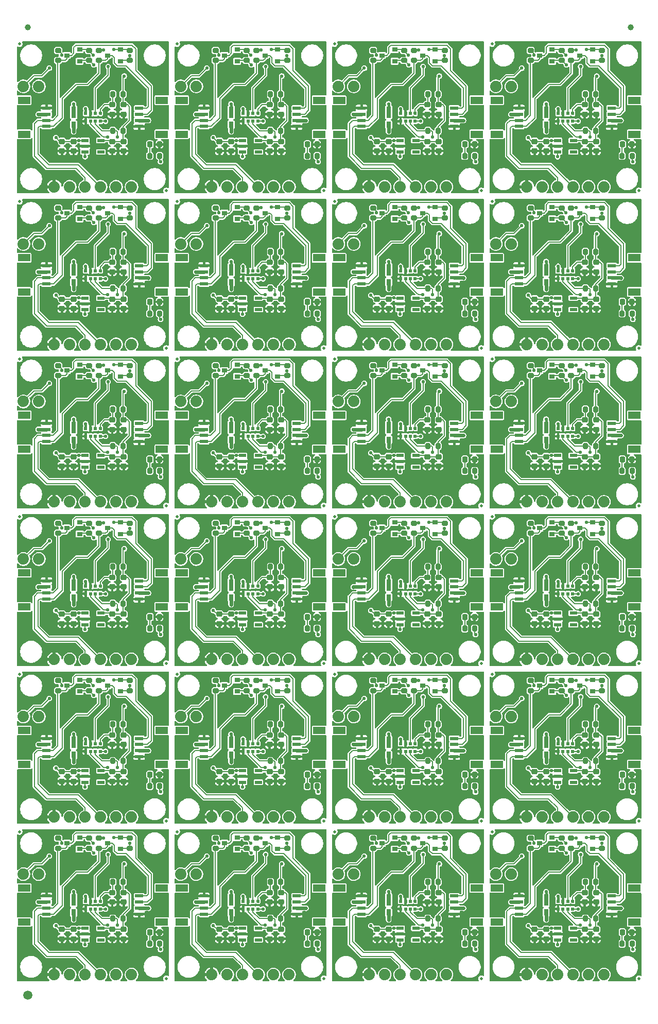
<source format=gtl>
%TF.GenerationSoftware,KiCad,Pcbnew,9.0.0*%
%TF.CreationDate,2025-05-07T13:20:36-06:00*%
%TF.ProjectId,SparkFun_AS7343_Qwiic_panelized,53706172-6b46-4756-9e5f-415337333433,v10*%
%TF.SameCoordinates,Original*%
%TF.FileFunction,Copper,L1,Top*%
%TF.FilePolarity,Positive*%
%FSLAX46Y46*%
G04 Gerber Fmt 4.6, Leading zero omitted, Abs format (unit mm)*
G04 Created by KiCad (PCBNEW 9.0.0) date 2025-05-07 13:20:36*
%MOMM*%
%LPD*%
G01*
G04 APERTURE LIST*
G04 Aperture macros list*
%AMRoundRect*
0 Rectangle with rounded corners*
0 $1 Rounding radius*
0 $2 $3 $4 $5 $6 $7 $8 $9 X,Y pos of 4 corners*
0 Add a 4 corners polygon primitive as box body*
4,1,4,$2,$3,$4,$5,$6,$7,$8,$9,$2,$3,0*
0 Add four circle primitives for the rounded corners*
1,1,$1+$1,$2,$3*
1,1,$1+$1,$4,$5*
1,1,$1+$1,$6,$7*
1,1,$1+$1,$8,$9*
0 Add four rect primitives between the rounded corners*
20,1,$1+$1,$2,$3,$4,$5,0*
20,1,$1+$1,$4,$5,$6,$7,0*
20,1,$1+$1,$6,$7,$8,$9,0*
20,1,$1+$1,$8,$9,$2,$3,0*%
%AMOutline5P*
0 Free polygon, 5 corners , with rotation*
0 The origin of the aperture is its center*
0 number of corners: always 5*
0 $1 to $10 corner X, Y*
0 $11 Rotation angle, in degrees counterclockwise*
0 create outline with 5 corners*
4,1,5,$1,$2,$3,$4,$5,$6,$7,$8,$9,$10,$1,$2,$11*%
%AMOutline6P*
0 Free polygon, 6 corners , with rotation*
0 The origin of the aperture is its center*
0 number of corners: always 6*
0 $1 to $12 corner X, Y*
0 $13 Rotation angle, in degrees counterclockwise*
0 create outline with 6 corners*
4,1,6,$1,$2,$3,$4,$5,$6,$7,$8,$9,$10,$11,$12,$1,$2,$13*%
%AMOutline7P*
0 Free polygon, 7 corners , with rotation*
0 The origin of the aperture is its center*
0 number of corners: always 7*
0 $1 to $14 corner X, Y*
0 $15 Rotation angle, in degrees counterclockwise*
0 create outline with 7 corners*
4,1,7,$1,$2,$3,$4,$5,$6,$7,$8,$9,$10,$11,$12,$13,$14,$1,$2,$15*%
%AMOutline8P*
0 Free polygon, 8 corners , with rotation*
0 The origin of the aperture is its center*
0 number of corners: always 8*
0 $1 to $16 corner X, Y*
0 $17 Rotation angle, in degrees counterclockwise*
0 create outline with 8 corners*
4,1,8,$1,$2,$3,$4,$5,$6,$7,$8,$9,$10,$11,$12,$13,$14,$15,$16,$1,$2,$17*%
G04 Aperture macros list end*
%TA.AperFunction,SMDPad,CuDef*%
%ADD10C,1.000000*%
%TD*%
%TA.AperFunction,SMDPad,CuDef*%
%ADD11C,1.500000*%
%TD*%
%TA.AperFunction,SMDPad,CuDef*%
%ADD12R,0.900000X0.800000*%
%TD*%
%TA.AperFunction,SMDPad,CuDef*%
%ADD13RoundRect,0.200000X0.275000X-0.200000X0.275000X0.200000X-0.275000X0.200000X-0.275000X-0.200000X0*%
%TD*%
%TA.AperFunction,SMDPad,CuDef*%
%ADD14RoundRect,0.225000X-0.250000X0.225000X-0.250000X-0.225000X0.250000X-0.225000X0.250000X0.225000X0*%
%TD*%
%TA.AperFunction,ComponentPad*%
%ADD15C,1.879600*%
%TD*%
%TA.AperFunction,SMDPad,CuDef*%
%ADD16RoundRect,0.200000X-0.200000X-0.275000X0.200000X-0.275000X0.200000X0.275000X-0.200000X0.275000X0*%
%TD*%
%TA.AperFunction,SMDPad,CuDef*%
%ADD17RoundRect,0.200000X-0.275000X0.200000X-0.275000X-0.200000X0.275000X-0.200000X0.275000X0.200000X0*%
%TD*%
%TA.AperFunction,SMDPad,CuDef*%
%ADD18R,1.350000X0.600000*%
%TD*%
%TA.AperFunction,SMDPad,CuDef*%
%ADD19R,2.000000X1.200000*%
%TD*%
%TA.AperFunction,SMDPad,CuDef*%
%ADD20Outline5P,-0.287500X0.244000X0.287500X0.244000X0.287500X-0.067100X0.110600X-0.244000X-0.287500X-0.244000X270.000000*%
%TD*%
%TA.AperFunction,SMDPad,CuDef*%
%ADD21R,0.488000X0.575000*%
%TD*%
%TA.AperFunction,SMDPad,CuDef*%
%ADD22C,0.500000*%
%TD*%
%TA.AperFunction,SMDPad,CuDef*%
%ADD23R,1.200000X0.550000*%
%TD*%
%TA.AperFunction,SMDPad,CuDef*%
%ADD24RoundRect,0.218750X0.218750X0.256250X-0.218750X0.256250X-0.218750X-0.256250X0.218750X-0.256250X0*%
%TD*%
%TA.AperFunction,SMDPad,CuDef*%
%ADD25R,0.800000X1.900000*%
%TD*%
%TA.AperFunction,SMDPad,CuDef*%
%ADD26R,0.800000X1.000000*%
%TD*%
%TA.AperFunction,SMDPad,CuDef*%
%ADD27RoundRect,0.200000X0.200000X0.275000X-0.200000X0.275000X-0.200000X-0.275000X0.200000X-0.275000X0*%
%TD*%
%TA.AperFunction,SMDPad,CuDef*%
%ADD28RoundRect,0.225000X0.250000X-0.225000X0.250000X0.225000X-0.250000X0.225000X-0.250000X-0.225000X0*%
%TD*%
%TA.AperFunction,ViaPad*%
%ADD29C,0.560000*%
%TD*%
%TA.AperFunction,Conductor*%
%ADD30C,0.406400*%
%TD*%
%TA.AperFunction,Conductor*%
%ADD31C,0.203200*%
%TD*%
%TA.AperFunction,Conductor*%
%ADD32C,0.558800*%
%TD*%
G04 APERTURE END LIST*
D10*
%TO.P,,*%
%TO.N,*%
X101100000Y156987500D03*
%TD*%
%TO.P,,*%
%TO.N,*%
X2000000Y156987500D03*
%TD*%
D11*
%TO.P,,*%
%TO.N,*%
X2000000Y-2087500D03*
%TD*%
D12*
%TO.P,Q2,1,G*%
%TO.N,1.8V*%
X88225000Y151410000D03*
%TO.P,Q2,2,S*%
%TO.N,SDA_1V8*%
X88225000Y153310000D03*
%TO.P,Q2,3,D*%
%TO.N,SDA*%
X86125000Y152360000D03*
%TD*%
%TO.P,Q2,1,G*%
%TO.N,1.8V*%
X88225000Y125510000D03*
%TO.P,Q2,2,S*%
%TO.N,SDA_1V8*%
X88225000Y127410000D03*
%TO.P,Q2,3,D*%
%TO.N,SDA*%
X86125000Y126460000D03*
%TD*%
%TO.P,Q2,1,G*%
%TO.N,1.8V*%
X88225000Y99610000D03*
%TO.P,Q2,2,S*%
%TO.N,SDA_1V8*%
X88225000Y101510000D03*
%TO.P,Q2,3,D*%
%TO.N,SDA*%
X86125000Y100560000D03*
%TD*%
%TO.P,Q2,1,G*%
%TO.N,1.8V*%
X88225000Y73710000D03*
%TO.P,Q2,2,S*%
%TO.N,SDA_1V8*%
X88225000Y75610000D03*
%TO.P,Q2,3,D*%
%TO.N,SDA*%
X86125000Y74660000D03*
%TD*%
%TO.P,Q2,1,G*%
%TO.N,1.8V*%
X88225000Y47810000D03*
%TO.P,Q2,2,S*%
%TO.N,SDA_1V8*%
X88225000Y49710000D03*
%TO.P,Q2,3,D*%
%TO.N,SDA*%
X86125000Y48760000D03*
%TD*%
%TO.P,Q2,1,G*%
%TO.N,1.8V*%
X88225000Y21910000D03*
%TO.P,Q2,2,S*%
%TO.N,SDA_1V8*%
X88225000Y23810000D03*
%TO.P,Q2,3,D*%
%TO.N,SDA*%
X86125000Y22860000D03*
%TD*%
%TO.P,Q2,1,G*%
%TO.N,1.8V*%
X62325000Y151410000D03*
%TO.P,Q2,2,S*%
%TO.N,SDA_1V8*%
X62325000Y153310000D03*
%TO.P,Q2,3,D*%
%TO.N,SDA*%
X60225000Y152360000D03*
%TD*%
%TO.P,Q2,1,G*%
%TO.N,1.8V*%
X62325000Y125510000D03*
%TO.P,Q2,2,S*%
%TO.N,SDA_1V8*%
X62325000Y127410000D03*
%TO.P,Q2,3,D*%
%TO.N,SDA*%
X60225000Y126460000D03*
%TD*%
%TO.P,Q2,1,G*%
%TO.N,1.8V*%
X62325000Y99610000D03*
%TO.P,Q2,2,S*%
%TO.N,SDA_1V8*%
X62325000Y101510000D03*
%TO.P,Q2,3,D*%
%TO.N,SDA*%
X60225000Y100560000D03*
%TD*%
%TO.P,Q2,1,G*%
%TO.N,1.8V*%
X62325000Y73710000D03*
%TO.P,Q2,2,S*%
%TO.N,SDA_1V8*%
X62325000Y75610000D03*
%TO.P,Q2,3,D*%
%TO.N,SDA*%
X60225000Y74660000D03*
%TD*%
%TO.P,Q2,1,G*%
%TO.N,1.8V*%
X62325000Y47810000D03*
%TO.P,Q2,2,S*%
%TO.N,SDA_1V8*%
X62325000Y49710000D03*
%TO.P,Q2,3,D*%
%TO.N,SDA*%
X60225000Y48760000D03*
%TD*%
%TO.P,Q2,1,G*%
%TO.N,1.8V*%
X62325000Y21910000D03*
%TO.P,Q2,2,S*%
%TO.N,SDA_1V8*%
X62325000Y23810000D03*
%TO.P,Q2,3,D*%
%TO.N,SDA*%
X60225000Y22860000D03*
%TD*%
%TO.P,Q2,1,G*%
%TO.N,1.8V*%
X36425000Y151410000D03*
%TO.P,Q2,2,S*%
%TO.N,SDA_1V8*%
X36425000Y153310000D03*
%TO.P,Q2,3,D*%
%TO.N,SDA*%
X34325000Y152360000D03*
%TD*%
%TO.P,Q2,1,G*%
%TO.N,1.8V*%
X36425000Y125510000D03*
%TO.P,Q2,2,S*%
%TO.N,SDA_1V8*%
X36425000Y127410000D03*
%TO.P,Q2,3,D*%
%TO.N,SDA*%
X34325000Y126460000D03*
%TD*%
%TO.P,Q2,1,G*%
%TO.N,1.8V*%
X36425000Y99610000D03*
%TO.P,Q2,2,S*%
%TO.N,SDA_1V8*%
X36425000Y101510000D03*
%TO.P,Q2,3,D*%
%TO.N,SDA*%
X34325000Y100560000D03*
%TD*%
%TO.P,Q2,1,G*%
%TO.N,1.8V*%
X36425000Y73710000D03*
%TO.P,Q2,2,S*%
%TO.N,SDA_1V8*%
X36425000Y75610000D03*
%TO.P,Q2,3,D*%
%TO.N,SDA*%
X34325000Y74660000D03*
%TD*%
%TO.P,Q2,1,G*%
%TO.N,1.8V*%
X36425000Y47810000D03*
%TO.P,Q2,2,S*%
%TO.N,SDA_1V8*%
X36425000Y49710000D03*
%TO.P,Q2,3,D*%
%TO.N,SDA*%
X34325000Y48760000D03*
%TD*%
%TO.P,Q2,1,G*%
%TO.N,1.8V*%
X36425000Y21910000D03*
%TO.P,Q2,2,S*%
%TO.N,SDA_1V8*%
X36425000Y23810000D03*
%TO.P,Q2,3,D*%
%TO.N,SDA*%
X34325000Y22860000D03*
%TD*%
%TO.P,Q2,1,G*%
%TO.N,1.8V*%
X10525000Y151410000D03*
%TO.P,Q2,2,S*%
%TO.N,SDA_1V8*%
X10525000Y153310000D03*
%TO.P,Q2,3,D*%
%TO.N,SDA*%
X8425000Y152360000D03*
%TD*%
%TO.P,Q2,1,G*%
%TO.N,1.8V*%
X10525000Y125510000D03*
%TO.P,Q2,2,S*%
%TO.N,SDA_1V8*%
X10525000Y127410000D03*
%TO.P,Q2,3,D*%
%TO.N,SDA*%
X8425000Y126460000D03*
%TD*%
%TO.P,Q2,1,G*%
%TO.N,1.8V*%
X10525000Y99610000D03*
%TO.P,Q2,2,S*%
%TO.N,SDA_1V8*%
X10525000Y101510000D03*
%TO.P,Q2,3,D*%
%TO.N,SDA*%
X8425000Y100560000D03*
%TD*%
%TO.P,Q2,1,G*%
%TO.N,1.8V*%
X10525000Y73710000D03*
%TO.P,Q2,2,S*%
%TO.N,SDA_1V8*%
X10525000Y75610000D03*
%TO.P,Q2,3,D*%
%TO.N,SDA*%
X8425000Y74660000D03*
%TD*%
%TO.P,Q2,1,G*%
%TO.N,1.8V*%
X10525000Y47810000D03*
%TO.P,Q2,2,S*%
%TO.N,SDA_1V8*%
X10525000Y49710000D03*
%TO.P,Q2,3,D*%
%TO.N,SDA*%
X8425000Y48760000D03*
%TD*%
D13*
%TO.P,R7,1*%
%TO.N,1.8V*%
X89765000Y151535000D03*
%TO.P,R7,2*%
%TO.N,SDA_1V8*%
X89765000Y153185000D03*
%TD*%
%TO.P,R7,1*%
%TO.N,1.8V*%
X89765000Y125635000D03*
%TO.P,R7,2*%
%TO.N,SDA_1V8*%
X89765000Y127285000D03*
%TD*%
%TO.P,R7,1*%
%TO.N,1.8V*%
X89765000Y99735000D03*
%TO.P,R7,2*%
%TO.N,SDA_1V8*%
X89765000Y101385000D03*
%TD*%
%TO.P,R7,1*%
%TO.N,1.8V*%
X89765000Y73835000D03*
%TO.P,R7,2*%
%TO.N,SDA_1V8*%
X89765000Y75485000D03*
%TD*%
%TO.P,R7,1*%
%TO.N,1.8V*%
X89765000Y47935000D03*
%TO.P,R7,2*%
%TO.N,SDA_1V8*%
X89765000Y49585000D03*
%TD*%
%TO.P,R7,1*%
%TO.N,1.8V*%
X89765000Y22035000D03*
%TO.P,R7,2*%
%TO.N,SDA_1V8*%
X89765000Y23685000D03*
%TD*%
%TO.P,R7,1*%
%TO.N,1.8V*%
X63865000Y151535000D03*
%TO.P,R7,2*%
%TO.N,SDA_1V8*%
X63865000Y153185000D03*
%TD*%
%TO.P,R7,1*%
%TO.N,1.8V*%
X63865000Y125635000D03*
%TO.P,R7,2*%
%TO.N,SDA_1V8*%
X63865000Y127285000D03*
%TD*%
%TO.P,R7,1*%
%TO.N,1.8V*%
X63865000Y99735000D03*
%TO.P,R7,2*%
%TO.N,SDA_1V8*%
X63865000Y101385000D03*
%TD*%
%TO.P,R7,1*%
%TO.N,1.8V*%
X63865000Y73835000D03*
%TO.P,R7,2*%
%TO.N,SDA_1V8*%
X63865000Y75485000D03*
%TD*%
%TO.P,R7,1*%
%TO.N,1.8V*%
X63865000Y47935000D03*
%TO.P,R7,2*%
%TO.N,SDA_1V8*%
X63865000Y49585000D03*
%TD*%
%TO.P,R7,1*%
%TO.N,1.8V*%
X63865000Y22035000D03*
%TO.P,R7,2*%
%TO.N,SDA_1V8*%
X63865000Y23685000D03*
%TD*%
%TO.P,R7,1*%
%TO.N,1.8V*%
X37965000Y151535000D03*
%TO.P,R7,2*%
%TO.N,SDA_1V8*%
X37965000Y153185000D03*
%TD*%
%TO.P,R7,1*%
%TO.N,1.8V*%
X37965000Y125635000D03*
%TO.P,R7,2*%
%TO.N,SDA_1V8*%
X37965000Y127285000D03*
%TD*%
%TO.P,R7,1*%
%TO.N,1.8V*%
X37965000Y99735000D03*
%TO.P,R7,2*%
%TO.N,SDA_1V8*%
X37965000Y101385000D03*
%TD*%
%TO.P,R7,1*%
%TO.N,1.8V*%
X37965000Y73835000D03*
%TO.P,R7,2*%
%TO.N,SDA_1V8*%
X37965000Y75485000D03*
%TD*%
%TO.P,R7,1*%
%TO.N,1.8V*%
X37965000Y47935000D03*
%TO.P,R7,2*%
%TO.N,SDA_1V8*%
X37965000Y49585000D03*
%TD*%
%TO.P,R7,1*%
%TO.N,1.8V*%
X37965000Y22035000D03*
%TO.P,R7,2*%
%TO.N,SDA_1V8*%
X37965000Y23685000D03*
%TD*%
%TO.P,R7,1*%
%TO.N,1.8V*%
X12065000Y151535000D03*
%TO.P,R7,2*%
%TO.N,SDA_1V8*%
X12065000Y153185000D03*
%TD*%
%TO.P,R7,1*%
%TO.N,1.8V*%
X12065000Y125635000D03*
%TO.P,R7,2*%
%TO.N,SDA_1V8*%
X12065000Y127285000D03*
%TD*%
%TO.P,R7,1*%
%TO.N,1.8V*%
X12065000Y99735000D03*
%TO.P,R7,2*%
%TO.N,SDA_1V8*%
X12065000Y101385000D03*
%TD*%
%TO.P,R7,1*%
%TO.N,1.8V*%
X12065000Y73835000D03*
%TO.P,R7,2*%
%TO.N,SDA_1V8*%
X12065000Y75485000D03*
%TD*%
%TO.P,R7,1*%
%TO.N,1.8V*%
X12065000Y47935000D03*
%TO.P,R7,2*%
%TO.N,SDA_1V8*%
X12065000Y49585000D03*
%TD*%
D14*
%TO.P,C5,1*%
%TO.N,3.3V*%
X85320000Y138212500D03*
%TO.P,C5,2*%
%TO.N,GND*%
X85320000Y136662500D03*
%TD*%
%TO.P,C5,1*%
%TO.N,3.3V*%
X85320000Y112312500D03*
%TO.P,C5,2*%
%TO.N,GND*%
X85320000Y110762500D03*
%TD*%
%TO.P,C5,1*%
%TO.N,3.3V*%
X85320000Y86412500D03*
%TO.P,C5,2*%
%TO.N,GND*%
X85320000Y84862500D03*
%TD*%
%TO.P,C5,1*%
%TO.N,3.3V*%
X85320000Y60512500D03*
%TO.P,C5,2*%
%TO.N,GND*%
X85320000Y58962500D03*
%TD*%
%TO.P,C5,1*%
%TO.N,3.3V*%
X85320000Y34612500D03*
%TO.P,C5,2*%
%TO.N,GND*%
X85320000Y33062500D03*
%TD*%
%TO.P,C5,1*%
%TO.N,3.3V*%
X85320000Y8712500D03*
%TO.P,C5,2*%
%TO.N,GND*%
X85320000Y7162500D03*
%TD*%
%TO.P,C5,1*%
%TO.N,3.3V*%
X59420000Y138212500D03*
%TO.P,C5,2*%
%TO.N,GND*%
X59420000Y136662500D03*
%TD*%
%TO.P,C5,1*%
%TO.N,3.3V*%
X59420000Y112312500D03*
%TO.P,C5,2*%
%TO.N,GND*%
X59420000Y110762500D03*
%TD*%
%TO.P,C5,1*%
%TO.N,3.3V*%
X59420000Y86412500D03*
%TO.P,C5,2*%
%TO.N,GND*%
X59420000Y84862500D03*
%TD*%
%TO.P,C5,1*%
%TO.N,3.3V*%
X59420000Y60512500D03*
%TO.P,C5,2*%
%TO.N,GND*%
X59420000Y58962500D03*
%TD*%
%TO.P,C5,1*%
%TO.N,3.3V*%
X59420000Y34612500D03*
%TO.P,C5,2*%
%TO.N,GND*%
X59420000Y33062500D03*
%TD*%
%TO.P,C5,1*%
%TO.N,3.3V*%
X59420000Y8712500D03*
%TO.P,C5,2*%
%TO.N,GND*%
X59420000Y7162500D03*
%TD*%
%TO.P,C5,1*%
%TO.N,3.3V*%
X33520000Y138212500D03*
%TO.P,C5,2*%
%TO.N,GND*%
X33520000Y136662500D03*
%TD*%
%TO.P,C5,1*%
%TO.N,3.3V*%
X33520000Y112312500D03*
%TO.P,C5,2*%
%TO.N,GND*%
X33520000Y110762500D03*
%TD*%
%TO.P,C5,1*%
%TO.N,3.3V*%
X33520000Y86412500D03*
%TO.P,C5,2*%
%TO.N,GND*%
X33520000Y84862500D03*
%TD*%
%TO.P,C5,1*%
%TO.N,3.3V*%
X33520000Y60512500D03*
%TO.P,C5,2*%
%TO.N,GND*%
X33520000Y58962500D03*
%TD*%
%TO.P,C5,1*%
%TO.N,3.3V*%
X33520000Y34612500D03*
%TO.P,C5,2*%
%TO.N,GND*%
X33520000Y33062500D03*
%TD*%
%TO.P,C5,1*%
%TO.N,3.3V*%
X33520000Y8712500D03*
%TO.P,C5,2*%
%TO.N,GND*%
X33520000Y7162500D03*
%TD*%
%TO.P,C5,1*%
%TO.N,3.3V*%
X7620000Y138212500D03*
%TO.P,C5,2*%
%TO.N,GND*%
X7620000Y136662500D03*
%TD*%
%TO.P,C5,1*%
%TO.N,3.3V*%
X7620000Y112312500D03*
%TO.P,C5,2*%
%TO.N,GND*%
X7620000Y110762500D03*
%TD*%
%TO.P,C5,1*%
%TO.N,3.3V*%
X7620000Y86412500D03*
%TO.P,C5,2*%
%TO.N,GND*%
X7620000Y84862500D03*
%TD*%
%TO.P,C5,1*%
%TO.N,3.3V*%
X7620000Y60512500D03*
%TO.P,C5,2*%
%TO.N,GND*%
X7620000Y58962500D03*
%TD*%
%TO.P,C5,1*%
%TO.N,3.3V*%
X7620000Y34612500D03*
%TO.P,C5,2*%
%TO.N,GND*%
X7620000Y33062500D03*
%TD*%
D13*
%TO.P,R8,1*%
%TO.N,1.8V*%
X96432500Y151535000D03*
%TO.P,R8,2*%
%TO.N,SCL_1V8*%
X96432500Y153185000D03*
%TD*%
%TO.P,R8,1*%
%TO.N,1.8V*%
X96432500Y125635000D03*
%TO.P,R8,2*%
%TO.N,SCL_1V8*%
X96432500Y127285000D03*
%TD*%
%TO.P,R8,1*%
%TO.N,1.8V*%
X96432500Y99735000D03*
%TO.P,R8,2*%
%TO.N,SCL_1V8*%
X96432500Y101385000D03*
%TD*%
%TO.P,R8,1*%
%TO.N,1.8V*%
X96432500Y73835000D03*
%TO.P,R8,2*%
%TO.N,SCL_1V8*%
X96432500Y75485000D03*
%TD*%
%TO.P,R8,1*%
%TO.N,1.8V*%
X96432500Y47935000D03*
%TO.P,R8,2*%
%TO.N,SCL_1V8*%
X96432500Y49585000D03*
%TD*%
%TO.P,R8,1*%
%TO.N,1.8V*%
X96432500Y22035000D03*
%TO.P,R8,2*%
%TO.N,SCL_1V8*%
X96432500Y23685000D03*
%TD*%
%TO.P,R8,1*%
%TO.N,1.8V*%
X70532500Y151535000D03*
%TO.P,R8,2*%
%TO.N,SCL_1V8*%
X70532500Y153185000D03*
%TD*%
%TO.P,R8,1*%
%TO.N,1.8V*%
X70532500Y125635000D03*
%TO.P,R8,2*%
%TO.N,SCL_1V8*%
X70532500Y127285000D03*
%TD*%
%TO.P,R8,1*%
%TO.N,1.8V*%
X70532500Y99735000D03*
%TO.P,R8,2*%
%TO.N,SCL_1V8*%
X70532500Y101385000D03*
%TD*%
%TO.P,R8,1*%
%TO.N,1.8V*%
X70532500Y73835000D03*
%TO.P,R8,2*%
%TO.N,SCL_1V8*%
X70532500Y75485000D03*
%TD*%
%TO.P,R8,1*%
%TO.N,1.8V*%
X70532500Y47935000D03*
%TO.P,R8,2*%
%TO.N,SCL_1V8*%
X70532500Y49585000D03*
%TD*%
%TO.P,R8,1*%
%TO.N,1.8V*%
X70532500Y22035000D03*
%TO.P,R8,2*%
%TO.N,SCL_1V8*%
X70532500Y23685000D03*
%TD*%
%TO.P,R8,1*%
%TO.N,1.8V*%
X44632500Y151535000D03*
%TO.P,R8,2*%
%TO.N,SCL_1V8*%
X44632500Y153185000D03*
%TD*%
%TO.P,R8,1*%
%TO.N,1.8V*%
X44632500Y125635000D03*
%TO.P,R8,2*%
%TO.N,SCL_1V8*%
X44632500Y127285000D03*
%TD*%
%TO.P,R8,1*%
%TO.N,1.8V*%
X44632500Y99735000D03*
%TO.P,R8,2*%
%TO.N,SCL_1V8*%
X44632500Y101385000D03*
%TD*%
%TO.P,R8,1*%
%TO.N,1.8V*%
X44632500Y73835000D03*
%TO.P,R8,2*%
%TO.N,SCL_1V8*%
X44632500Y75485000D03*
%TD*%
%TO.P,R8,1*%
%TO.N,1.8V*%
X44632500Y47935000D03*
%TO.P,R8,2*%
%TO.N,SCL_1V8*%
X44632500Y49585000D03*
%TD*%
%TO.P,R8,1*%
%TO.N,1.8V*%
X44632500Y22035000D03*
%TO.P,R8,2*%
%TO.N,SCL_1V8*%
X44632500Y23685000D03*
%TD*%
%TO.P,R8,1*%
%TO.N,1.8V*%
X18732500Y151535000D03*
%TO.P,R8,2*%
%TO.N,SCL_1V8*%
X18732500Y153185000D03*
%TD*%
%TO.P,R8,1*%
%TO.N,1.8V*%
X18732500Y125635000D03*
%TO.P,R8,2*%
%TO.N,SCL_1V8*%
X18732500Y127285000D03*
%TD*%
%TO.P,R8,1*%
%TO.N,1.8V*%
X18732500Y99735000D03*
%TO.P,R8,2*%
%TO.N,SCL_1V8*%
X18732500Y101385000D03*
%TD*%
%TO.P,R8,1*%
%TO.N,1.8V*%
X18732500Y73835000D03*
%TO.P,R8,2*%
%TO.N,SCL_1V8*%
X18732500Y75485000D03*
%TD*%
%TO.P,R8,1*%
%TO.N,1.8V*%
X18732500Y47935000D03*
%TO.P,R8,2*%
%TO.N,SCL_1V8*%
X18732500Y49585000D03*
%TD*%
D15*
%TO.P,D3,1,K*%
%TO.N,Net-(D3-K)*%
X81510000Y147280000D03*
%TO.P,D3,2,A*%
%TO.N,3.3V*%
X78970000Y147280000D03*
%TD*%
%TO.P,D3,1,K*%
%TO.N,Net-(D3-K)*%
X81510000Y121380000D03*
%TO.P,D3,2,A*%
%TO.N,3.3V*%
X78970000Y121380000D03*
%TD*%
%TO.P,D3,1,K*%
%TO.N,Net-(D3-K)*%
X81510000Y95480000D03*
%TO.P,D3,2,A*%
%TO.N,3.3V*%
X78970000Y95480000D03*
%TD*%
%TO.P,D3,1,K*%
%TO.N,Net-(D3-K)*%
X81510000Y69580000D03*
%TO.P,D3,2,A*%
%TO.N,3.3V*%
X78970000Y69580000D03*
%TD*%
%TO.P,D3,1,K*%
%TO.N,Net-(D3-K)*%
X81510000Y43680000D03*
%TO.P,D3,2,A*%
%TO.N,3.3V*%
X78970000Y43680000D03*
%TD*%
%TO.P,D3,1,K*%
%TO.N,Net-(D3-K)*%
X81510000Y17780000D03*
%TO.P,D3,2,A*%
%TO.N,3.3V*%
X78970000Y17780000D03*
%TD*%
%TO.P,D3,1,K*%
%TO.N,Net-(D3-K)*%
X55610000Y147280000D03*
%TO.P,D3,2,A*%
%TO.N,3.3V*%
X53070000Y147280000D03*
%TD*%
%TO.P,D3,1,K*%
%TO.N,Net-(D3-K)*%
X55610000Y121380000D03*
%TO.P,D3,2,A*%
%TO.N,3.3V*%
X53070000Y121380000D03*
%TD*%
%TO.P,D3,1,K*%
%TO.N,Net-(D3-K)*%
X55610000Y95480000D03*
%TO.P,D3,2,A*%
%TO.N,3.3V*%
X53070000Y95480000D03*
%TD*%
%TO.P,D3,1,K*%
%TO.N,Net-(D3-K)*%
X55610000Y69580000D03*
%TO.P,D3,2,A*%
%TO.N,3.3V*%
X53070000Y69580000D03*
%TD*%
%TO.P,D3,1,K*%
%TO.N,Net-(D3-K)*%
X55610000Y43680000D03*
%TO.P,D3,2,A*%
%TO.N,3.3V*%
X53070000Y43680000D03*
%TD*%
%TO.P,D3,1,K*%
%TO.N,Net-(D3-K)*%
X55610000Y17780000D03*
%TO.P,D3,2,A*%
%TO.N,3.3V*%
X53070000Y17780000D03*
%TD*%
%TO.P,D3,1,K*%
%TO.N,Net-(D3-K)*%
X29710000Y147280000D03*
%TO.P,D3,2,A*%
%TO.N,3.3V*%
X27170000Y147280000D03*
%TD*%
%TO.P,D3,1,K*%
%TO.N,Net-(D3-K)*%
X29710000Y121380000D03*
%TO.P,D3,2,A*%
%TO.N,3.3V*%
X27170000Y121380000D03*
%TD*%
%TO.P,D3,1,K*%
%TO.N,Net-(D3-K)*%
X29710000Y95480000D03*
%TO.P,D3,2,A*%
%TO.N,3.3V*%
X27170000Y95480000D03*
%TD*%
%TO.P,D3,1,K*%
%TO.N,Net-(D3-K)*%
X29710000Y69580000D03*
%TO.P,D3,2,A*%
%TO.N,3.3V*%
X27170000Y69580000D03*
%TD*%
%TO.P,D3,1,K*%
%TO.N,Net-(D3-K)*%
X29710000Y43680000D03*
%TO.P,D3,2,A*%
%TO.N,3.3V*%
X27170000Y43680000D03*
%TD*%
%TO.P,D3,1,K*%
%TO.N,Net-(D3-K)*%
X29710000Y17780000D03*
%TO.P,D3,2,A*%
%TO.N,3.3V*%
X27170000Y17780000D03*
%TD*%
%TO.P,D3,1,K*%
%TO.N,Net-(D3-K)*%
X3810000Y147280000D03*
%TO.P,D3,2,A*%
%TO.N,3.3V*%
X1270000Y147280000D03*
%TD*%
%TO.P,D3,1,K*%
%TO.N,Net-(D3-K)*%
X3810000Y121380000D03*
%TO.P,D3,2,A*%
%TO.N,3.3V*%
X1270000Y121380000D03*
%TD*%
%TO.P,D3,1,K*%
%TO.N,Net-(D3-K)*%
X3810000Y95480000D03*
%TO.P,D3,2,A*%
%TO.N,3.3V*%
X1270000Y95480000D03*
%TD*%
%TO.P,D3,1,K*%
%TO.N,Net-(D3-K)*%
X3810000Y69580000D03*
%TO.P,D3,2,A*%
%TO.N,3.3V*%
X1270000Y69580000D03*
%TD*%
%TO.P,D3,1,K*%
%TO.N,Net-(D3-K)*%
X3810000Y43680000D03*
%TO.P,D3,2,A*%
%TO.N,3.3V*%
X1270000Y43680000D03*
%TD*%
D14*
%TO.P,C1,1*%
%TO.N,1.8V*%
X93575000Y138212500D03*
%TO.P,C1,2*%
%TO.N,GND*%
X93575000Y136662500D03*
%TD*%
%TO.P,C1,1*%
%TO.N,1.8V*%
X93575000Y112312500D03*
%TO.P,C1,2*%
%TO.N,GND*%
X93575000Y110762500D03*
%TD*%
%TO.P,C1,1*%
%TO.N,1.8V*%
X93575000Y86412500D03*
%TO.P,C1,2*%
%TO.N,GND*%
X93575000Y84862500D03*
%TD*%
%TO.P,C1,1*%
%TO.N,1.8V*%
X93575000Y60512500D03*
%TO.P,C1,2*%
%TO.N,GND*%
X93575000Y58962500D03*
%TD*%
%TO.P,C1,1*%
%TO.N,1.8V*%
X93575000Y34612500D03*
%TO.P,C1,2*%
%TO.N,GND*%
X93575000Y33062500D03*
%TD*%
%TO.P,C1,1*%
%TO.N,1.8V*%
X93575000Y8712500D03*
%TO.P,C1,2*%
%TO.N,GND*%
X93575000Y7162500D03*
%TD*%
%TO.P,C1,1*%
%TO.N,1.8V*%
X67675000Y138212500D03*
%TO.P,C1,2*%
%TO.N,GND*%
X67675000Y136662500D03*
%TD*%
%TO.P,C1,1*%
%TO.N,1.8V*%
X67675000Y112312500D03*
%TO.P,C1,2*%
%TO.N,GND*%
X67675000Y110762500D03*
%TD*%
%TO.P,C1,1*%
%TO.N,1.8V*%
X67675000Y86412500D03*
%TO.P,C1,2*%
%TO.N,GND*%
X67675000Y84862500D03*
%TD*%
%TO.P,C1,1*%
%TO.N,1.8V*%
X67675000Y60512500D03*
%TO.P,C1,2*%
%TO.N,GND*%
X67675000Y58962500D03*
%TD*%
%TO.P,C1,1*%
%TO.N,1.8V*%
X67675000Y34612500D03*
%TO.P,C1,2*%
%TO.N,GND*%
X67675000Y33062500D03*
%TD*%
%TO.P,C1,1*%
%TO.N,1.8V*%
X67675000Y8712500D03*
%TO.P,C1,2*%
%TO.N,GND*%
X67675000Y7162500D03*
%TD*%
%TO.P,C1,1*%
%TO.N,1.8V*%
X41775000Y138212500D03*
%TO.P,C1,2*%
%TO.N,GND*%
X41775000Y136662500D03*
%TD*%
%TO.P,C1,1*%
%TO.N,1.8V*%
X41775000Y112312500D03*
%TO.P,C1,2*%
%TO.N,GND*%
X41775000Y110762500D03*
%TD*%
%TO.P,C1,1*%
%TO.N,1.8V*%
X41775000Y86412500D03*
%TO.P,C1,2*%
%TO.N,GND*%
X41775000Y84862500D03*
%TD*%
%TO.P,C1,1*%
%TO.N,1.8V*%
X41775000Y60512500D03*
%TO.P,C1,2*%
%TO.N,GND*%
X41775000Y58962500D03*
%TD*%
%TO.P,C1,1*%
%TO.N,1.8V*%
X41775000Y34612500D03*
%TO.P,C1,2*%
%TO.N,GND*%
X41775000Y33062500D03*
%TD*%
%TO.P,C1,1*%
%TO.N,1.8V*%
X41775000Y8712500D03*
%TO.P,C1,2*%
%TO.N,GND*%
X41775000Y7162500D03*
%TD*%
%TO.P,C1,1*%
%TO.N,1.8V*%
X15875000Y138212500D03*
%TO.P,C1,2*%
%TO.N,GND*%
X15875000Y136662500D03*
%TD*%
%TO.P,C1,1*%
%TO.N,1.8V*%
X15875000Y112312500D03*
%TO.P,C1,2*%
%TO.N,GND*%
X15875000Y110762500D03*
%TD*%
%TO.P,C1,1*%
%TO.N,1.8V*%
X15875000Y86412500D03*
%TO.P,C1,2*%
%TO.N,GND*%
X15875000Y84862500D03*
%TD*%
%TO.P,C1,1*%
%TO.N,1.8V*%
X15875000Y60512500D03*
%TO.P,C1,2*%
%TO.N,GND*%
X15875000Y58962500D03*
%TD*%
%TO.P,C1,1*%
%TO.N,1.8V*%
X15875000Y34612500D03*
%TO.P,C1,2*%
%TO.N,GND*%
X15875000Y33062500D03*
%TD*%
D13*
%TO.P,R4,1*%
%TO.N,SDA*%
X84685000Y151535000D03*
%TO.P,R4,2*%
%TO.N,Net-(JP2-C)*%
X84685000Y153185000D03*
%TD*%
%TO.P,R4,1*%
%TO.N,SDA*%
X84685000Y125635000D03*
%TO.P,R4,2*%
%TO.N,Net-(JP2-C)*%
X84685000Y127285000D03*
%TD*%
%TO.P,R4,1*%
%TO.N,SDA*%
X84685000Y99735000D03*
%TO.P,R4,2*%
%TO.N,Net-(JP2-C)*%
X84685000Y101385000D03*
%TD*%
%TO.P,R4,1*%
%TO.N,SDA*%
X84685000Y73835000D03*
%TO.P,R4,2*%
%TO.N,Net-(JP2-C)*%
X84685000Y75485000D03*
%TD*%
%TO.P,R4,1*%
%TO.N,SDA*%
X84685000Y47935000D03*
%TO.P,R4,2*%
%TO.N,Net-(JP2-C)*%
X84685000Y49585000D03*
%TD*%
%TO.P,R4,1*%
%TO.N,SDA*%
X84685000Y22035000D03*
%TO.P,R4,2*%
%TO.N,Net-(JP2-C)*%
X84685000Y23685000D03*
%TD*%
%TO.P,R4,1*%
%TO.N,SDA*%
X58785000Y151535000D03*
%TO.P,R4,2*%
%TO.N,Net-(JP2-C)*%
X58785000Y153185000D03*
%TD*%
%TO.P,R4,1*%
%TO.N,SDA*%
X58785000Y125635000D03*
%TO.P,R4,2*%
%TO.N,Net-(JP2-C)*%
X58785000Y127285000D03*
%TD*%
%TO.P,R4,1*%
%TO.N,SDA*%
X58785000Y99735000D03*
%TO.P,R4,2*%
%TO.N,Net-(JP2-C)*%
X58785000Y101385000D03*
%TD*%
%TO.P,R4,1*%
%TO.N,SDA*%
X58785000Y73835000D03*
%TO.P,R4,2*%
%TO.N,Net-(JP2-C)*%
X58785000Y75485000D03*
%TD*%
%TO.P,R4,1*%
%TO.N,SDA*%
X58785000Y47935000D03*
%TO.P,R4,2*%
%TO.N,Net-(JP2-C)*%
X58785000Y49585000D03*
%TD*%
%TO.P,R4,1*%
%TO.N,SDA*%
X58785000Y22035000D03*
%TO.P,R4,2*%
%TO.N,Net-(JP2-C)*%
X58785000Y23685000D03*
%TD*%
%TO.P,R4,1*%
%TO.N,SDA*%
X32885000Y151535000D03*
%TO.P,R4,2*%
%TO.N,Net-(JP2-C)*%
X32885000Y153185000D03*
%TD*%
%TO.P,R4,1*%
%TO.N,SDA*%
X32885000Y125635000D03*
%TO.P,R4,2*%
%TO.N,Net-(JP2-C)*%
X32885000Y127285000D03*
%TD*%
%TO.P,R4,1*%
%TO.N,SDA*%
X32885000Y99735000D03*
%TO.P,R4,2*%
%TO.N,Net-(JP2-C)*%
X32885000Y101385000D03*
%TD*%
%TO.P,R4,1*%
%TO.N,SDA*%
X32885000Y73835000D03*
%TO.P,R4,2*%
%TO.N,Net-(JP2-C)*%
X32885000Y75485000D03*
%TD*%
%TO.P,R4,1*%
%TO.N,SDA*%
X32885000Y47935000D03*
%TO.P,R4,2*%
%TO.N,Net-(JP2-C)*%
X32885000Y49585000D03*
%TD*%
%TO.P,R4,1*%
%TO.N,SDA*%
X32885000Y22035000D03*
%TO.P,R4,2*%
%TO.N,Net-(JP2-C)*%
X32885000Y23685000D03*
%TD*%
%TO.P,R4,1*%
%TO.N,SDA*%
X6985000Y151535000D03*
%TO.P,R4,2*%
%TO.N,Net-(JP2-C)*%
X6985000Y153185000D03*
%TD*%
%TO.P,R4,1*%
%TO.N,SDA*%
X6985000Y125635000D03*
%TO.P,R4,2*%
%TO.N,Net-(JP2-C)*%
X6985000Y127285000D03*
%TD*%
%TO.P,R4,1*%
%TO.N,SDA*%
X6985000Y99735000D03*
%TO.P,R4,2*%
%TO.N,Net-(JP2-C)*%
X6985000Y101385000D03*
%TD*%
%TO.P,R4,1*%
%TO.N,SDA*%
X6985000Y73835000D03*
%TO.P,R4,2*%
%TO.N,Net-(JP2-C)*%
X6985000Y75485000D03*
%TD*%
%TO.P,R4,1*%
%TO.N,SDA*%
X6985000Y47935000D03*
%TO.P,R4,2*%
%TO.N,Net-(JP2-C)*%
X6985000Y49585000D03*
%TD*%
D16*
%TO.P,R3,1*%
%TO.N,Net-(D1-A)*%
X99735000Y135850000D03*
%TO.P,R3,2*%
%TO.N,Net-(JP1-A)*%
X101385000Y135850000D03*
%TD*%
%TO.P,R3,1*%
%TO.N,Net-(D1-A)*%
X99735000Y109950000D03*
%TO.P,R3,2*%
%TO.N,Net-(JP1-A)*%
X101385000Y109950000D03*
%TD*%
%TO.P,R3,1*%
%TO.N,Net-(D1-A)*%
X99735000Y84050000D03*
%TO.P,R3,2*%
%TO.N,Net-(JP1-A)*%
X101385000Y84050000D03*
%TD*%
%TO.P,R3,1*%
%TO.N,Net-(D1-A)*%
X99735000Y58150000D03*
%TO.P,R3,2*%
%TO.N,Net-(JP1-A)*%
X101385000Y58150000D03*
%TD*%
%TO.P,R3,1*%
%TO.N,Net-(D1-A)*%
X99735000Y32250000D03*
%TO.P,R3,2*%
%TO.N,Net-(JP1-A)*%
X101385000Y32250000D03*
%TD*%
%TO.P,R3,1*%
%TO.N,Net-(D1-A)*%
X99735000Y6350000D03*
%TO.P,R3,2*%
%TO.N,Net-(JP1-A)*%
X101385000Y6350000D03*
%TD*%
%TO.P,R3,1*%
%TO.N,Net-(D1-A)*%
X73835000Y135850000D03*
%TO.P,R3,2*%
%TO.N,Net-(JP1-A)*%
X75485000Y135850000D03*
%TD*%
%TO.P,R3,1*%
%TO.N,Net-(D1-A)*%
X73835000Y109950000D03*
%TO.P,R3,2*%
%TO.N,Net-(JP1-A)*%
X75485000Y109950000D03*
%TD*%
%TO.P,R3,1*%
%TO.N,Net-(D1-A)*%
X73835000Y84050000D03*
%TO.P,R3,2*%
%TO.N,Net-(JP1-A)*%
X75485000Y84050000D03*
%TD*%
%TO.P,R3,1*%
%TO.N,Net-(D1-A)*%
X73835000Y58150000D03*
%TO.P,R3,2*%
%TO.N,Net-(JP1-A)*%
X75485000Y58150000D03*
%TD*%
%TO.P,R3,1*%
%TO.N,Net-(D1-A)*%
X73835000Y32250000D03*
%TO.P,R3,2*%
%TO.N,Net-(JP1-A)*%
X75485000Y32250000D03*
%TD*%
%TO.P,R3,1*%
%TO.N,Net-(D1-A)*%
X73835000Y6350000D03*
%TO.P,R3,2*%
%TO.N,Net-(JP1-A)*%
X75485000Y6350000D03*
%TD*%
%TO.P,R3,1*%
%TO.N,Net-(D1-A)*%
X47935000Y135850000D03*
%TO.P,R3,2*%
%TO.N,Net-(JP1-A)*%
X49585000Y135850000D03*
%TD*%
%TO.P,R3,1*%
%TO.N,Net-(D1-A)*%
X47935000Y109950000D03*
%TO.P,R3,2*%
%TO.N,Net-(JP1-A)*%
X49585000Y109950000D03*
%TD*%
%TO.P,R3,1*%
%TO.N,Net-(D1-A)*%
X47935000Y84050000D03*
%TO.P,R3,2*%
%TO.N,Net-(JP1-A)*%
X49585000Y84050000D03*
%TD*%
%TO.P,R3,1*%
%TO.N,Net-(D1-A)*%
X47935000Y58150000D03*
%TO.P,R3,2*%
%TO.N,Net-(JP1-A)*%
X49585000Y58150000D03*
%TD*%
%TO.P,R3,1*%
%TO.N,Net-(D1-A)*%
X47935000Y32250000D03*
%TO.P,R3,2*%
%TO.N,Net-(JP1-A)*%
X49585000Y32250000D03*
%TD*%
%TO.P,R3,1*%
%TO.N,Net-(D1-A)*%
X47935000Y6350000D03*
%TO.P,R3,2*%
%TO.N,Net-(JP1-A)*%
X49585000Y6350000D03*
%TD*%
%TO.P,R3,1*%
%TO.N,Net-(D1-A)*%
X22035000Y135850000D03*
%TO.P,R3,2*%
%TO.N,Net-(JP1-A)*%
X23685000Y135850000D03*
%TD*%
%TO.P,R3,1*%
%TO.N,Net-(D1-A)*%
X22035000Y109950000D03*
%TO.P,R3,2*%
%TO.N,Net-(JP1-A)*%
X23685000Y109950000D03*
%TD*%
%TO.P,R3,1*%
%TO.N,Net-(D1-A)*%
X22035000Y84050000D03*
%TO.P,R3,2*%
%TO.N,Net-(JP1-A)*%
X23685000Y84050000D03*
%TD*%
%TO.P,R3,1*%
%TO.N,Net-(D1-A)*%
X22035000Y58150000D03*
%TO.P,R3,2*%
%TO.N,Net-(JP1-A)*%
X23685000Y58150000D03*
%TD*%
%TO.P,R3,1*%
%TO.N,Net-(D1-A)*%
X22035000Y32250000D03*
%TO.P,R3,2*%
%TO.N,Net-(JP1-A)*%
X23685000Y32250000D03*
%TD*%
D14*
%TO.P,C2,1*%
%TO.N,3.3V*%
X87225000Y138212500D03*
%TO.P,C2,2*%
%TO.N,GND*%
X87225000Y136662500D03*
%TD*%
%TO.P,C2,1*%
%TO.N,3.3V*%
X87225000Y112312500D03*
%TO.P,C2,2*%
%TO.N,GND*%
X87225000Y110762500D03*
%TD*%
%TO.P,C2,1*%
%TO.N,3.3V*%
X87225000Y86412500D03*
%TO.P,C2,2*%
%TO.N,GND*%
X87225000Y84862500D03*
%TD*%
%TO.P,C2,1*%
%TO.N,3.3V*%
X87225000Y60512500D03*
%TO.P,C2,2*%
%TO.N,GND*%
X87225000Y58962500D03*
%TD*%
%TO.P,C2,1*%
%TO.N,3.3V*%
X87225000Y34612500D03*
%TO.P,C2,2*%
%TO.N,GND*%
X87225000Y33062500D03*
%TD*%
%TO.P,C2,1*%
%TO.N,3.3V*%
X87225000Y8712500D03*
%TO.P,C2,2*%
%TO.N,GND*%
X87225000Y7162500D03*
%TD*%
%TO.P,C2,1*%
%TO.N,3.3V*%
X61325000Y138212500D03*
%TO.P,C2,2*%
%TO.N,GND*%
X61325000Y136662500D03*
%TD*%
%TO.P,C2,1*%
%TO.N,3.3V*%
X61325000Y112312500D03*
%TO.P,C2,2*%
%TO.N,GND*%
X61325000Y110762500D03*
%TD*%
%TO.P,C2,1*%
%TO.N,3.3V*%
X61325000Y86412500D03*
%TO.P,C2,2*%
%TO.N,GND*%
X61325000Y84862500D03*
%TD*%
%TO.P,C2,1*%
%TO.N,3.3V*%
X61325000Y60512500D03*
%TO.P,C2,2*%
%TO.N,GND*%
X61325000Y58962500D03*
%TD*%
%TO.P,C2,1*%
%TO.N,3.3V*%
X61325000Y34612500D03*
%TO.P,C2,2*%
%TO.N,GND*%
X61325000Y33062500D03*
%TD*%
%TO.P,C2,1*%
%TO.N,3.3V*%
X61325000Y8712500D03*
%TO.P,C2,2*%
%TO.N,GND*%
X61325000Y7162500D03*
%TD*%
%TO.P,C2,1*%
%TO.N,3.3V*%
X35425000Y138212500D03*
%TO.P,C2,2*%
%TO.N,GND*%
X35425000Y136662500D03*
%TD*%
%TO.P,C2,1*%
%TO.N,3.3V*%
X35425000Y112312500D03*
%TO.P,C2,2*%
%TO.N,GND*%
X35425000Y110762500D03*
%TD*%
%TO.P,C2,1*%
%TO.N,3.3V*%
X35425000Y86412500D03*
%TO.P,C2,2*%
%TO.N,GND*%
X35425000Y84862500D03*
%TD*%
%TO.P,C2,1*%
%TO.N,3.3V*%
X35425000Y60512500D03*
%TO.P,C2,2*%
%TO.N,GND*%
X35425000Y58962500D03*
%TD*%
%TO.P,C2,1*%
%TO.N,3.3V*%
X35425000Y34612500D03*
%TO.P,C2,2*%
%TO.N,GND*%
X35425000Y33062500D03*
%TD*%
%TO.P,C2,1*%
%TO.N,3.3V*%
X35425000Y8712500D03*
%TO.P,C2,2*%
%TO.N,GND*%
X35425000Y7162500D03*
%TD*%
%TO.P,C2,1*%
%TO.N,3.3V*%
X9525000Y138212500D03*
%TO.P,C2,2*%
%TO.N,GND*%
X9525000Y136662500D03*
%TD*%
%TO.P,C2,1*%
%TO.N,3.3V*%
X9525000Y112312500D03*
%TO.P,C2,2*%
%TO.N,GND*%
X9525000Y110762500D03*
%TD*%
%TO.P,C2,1*%
%TO.N,3.3V*%
X9525000Y86412500D03*
%TO.P,C2,2*%
%TO.N,GND*%
X9525000Y84862500D03*
%TD*%
%TO.P,C2,1*%
%TO.N,3.3V*%
X9525000Y60512500D03*
%TO.P,C2,2*%
%TO.N,GND*%
X9525000Y58962500D03*
%TD*%
%TO.P,C2,1*%
%TO.N,3.3V*%
X9525000Y34612500D03*
%TO.P,C2,2*%
%TO.N,GND*%
X9525000Y33062500D03*
%TD*%
D17*
%TO.P,R5,1*%
%TO.N,Net-(JP2-A)*%
X91352500Y153185000D03*
%TO.P,R5,2*%
%TO.N,SCL*%
X91352500Y151535000D03*
%TD*%
%TO.P,R5,1*%
%TO.N,Net-(JP2-A)*%
X91352500Y127285000D03*
%TO.P,R5,2*%
%TO.N,SCL*%
X91352500Y125635000D03*
%TD*%
%TO.P,R5,1*%
%TO.N,Net-(JP2-A)*%
X91352500Y101385000D03*
%TO.P,R5,2*%
%TO.N,SCL*%
X91352500Y99735000D03*
%TD*%
%TO.P,R5,1*%
%TO.N,Net-(JP2-A)*%
X91352500Y75485000D03*
%TO.P,R5,2*%
%TO.N,SCL*%
X91352500Y73835000D03*
%TD*%
%TO.P,R5,1*%
%TO.N,Net-(JP2-A)*%
X91352500Y49585000D03*
%TO.P,R5,2*%
%TO.N,SCL*%
X91352500Y47935000D03*
%TD*%
%TO.P,R5,1*%
%TO.N,Net-(JP2-A)*%
X91352500Y23685000D03*
%TO.P,R5,2*%
%TO.N,SCL*%
X91352500Y22035000D03*
%TD*%
%TO.P,R5,1*%
%TO.N,Net-(JP2-A)*%
X65452500Y153185000D03*
%TO.P,R5,2*%
%TO.N,SCL*%
X65452500Y151535000D03*
%TD*%
%TO.P,R5,1*%
%TO.N,Net-(JP2-A)*%
X65452500Y127285000D03*
%TO.P,R5,2*%
%TO.N,SCL*%
X65452500Y125635000D03*
%TD*%
%TO.P,R5,1*%
%TO.N,Net-(JP2-A)*%
X65452500Y101385000D03*
%TO.P,R5,2*%
%TO.N,SCL*%
X65452500Y99735000D03*
%TD*%
%TO.P,R5,1*%
%TO.N,Net-(JP2-A)*%
X65452500Y75485000D03*
%TO.P,R5,2*%
%TO.N,SCL*%
X65452500Y73835000D03*
%TD*%
%TO.P,R5,1*%
%TO.N,Net-(JP2-A)*%
X65452500Y49585000D03*
%TO.P,R5,2*%
%TO.N,SCL*%
X65452500Y47935000D03*
%TD*%
%TO.P,R5,1*%
%TO.N,Net-(JP2-A)*%
X65452500Y23685000D03*
%TO.P,R5,2*%
%TO.N,SCL*%
X65452500Y22035000D03*
%TD*%
%TO.P,R5,1*%
%TO.N,Net-(JP2-A)*%
X39552500Y153185000D03*
%TO.P,R5,2*%
%TO.N,SCL*%
X39552500Y151535000D03*
%TD*%
%TO.P,R5,1*%
%TO.N,Net-(JP2-A)*%
X39552500Y127285000D03*
%TO.P,R5,2*%
%TO.N,SCL*%
X39552500Y125635000D03*
%TD*%
%TO.P,R5,1*%
%TO.N,Net-(JP2-A)*%
X39552500Y101385000D03*
%TO.P,R5,2*%
%TO.N,SCL*%
X39552500Y99735000D03*
%TD*%
%TO.P,R5,1*%
%TO.N,Net-(JP2-A)*%
X39552500Y75485000D03*
%TO.P,R5,2*%
%TO.N,SCL*%
X39552500Y73835000D03*
%TD*%
%TO.P,R5,1*%
%TO.N,Net-(JP2-A)*%
X39552500Y49585000D03*
%TO.P,R5,2*%
%TO.N,SCL*%
X39552500Y47935000D03*
%TD*%
%TO.P,R5,1*%
%TO.N,Net-(JP2-A)*%
X39552500Y23685000D03*
%TO.P,R5,2*%
%TO.N,SCL*%
X39552500Y22035000D03*
%TD*%
%TO.P,R5,1*%
%TO.N,Net-(JP2-A)*%
X13652500Y153185000D03*
%TO.P,R5,2*%
%TO.N,SCL*%
X13652500Y151535000D03*
%TD*%
%TO.P,R5,1*%
%TO.N,Net-(JP2-A)*%
X13652500Y127285000D03*
%TO.P,R5,2*%
%TO.N,SCL*%
X13652500Y125635000D03*
%TD*%
%TO.P,R5,1*%
%TO.N,Net-(JP2-A)*%
X13652500Y101385000D03*
%TO.P,R5,2*%
%TO.N,SCL*%
X13652500Y99735000D03*
%TD*%
%TO.P,R5,1*%
%TO.N,Net-(JP2-A)*%
X13652500Y75485000D03*
%TO.P,R5,2*%
%TO.N,SCL*%
X13652500Y73835000D03*
%TD*%
%TO.P,R5,1*%
%TO.N,Net-(JP2-A)*%
X13652500Y49585000D03*
%TO.P,R5,2*%
%TO.N,SCL*%
X13652500Y47935000D03*
%TD*%
D12*
%TO.P,Q1,1,G*%
%TO.N,1.8V*%
X94892500Y151410000D03*
%TO.P,Q1,2,S*%
%TO.N,SCL_1V8*%
X94892500Y153310000D03*
%TO.P,Q1,3,D*%
%TO.N,SCL*%
X92792500Y152360000D03*
%TD*%
%TO.P,Q1,1,G*%
%TO.N,1.8V*%
X94892500Y125510000D03*
%TO.P,Q1,2,S*%
%TO.N,SCL_1V8*%
X94892500Y127410000D03*
%TO.P,Q1,3,D*%
%TO.N,SCL*%
X92792500Y126460000D03*
%TD*%
%TO.P,Q1,1,G*%
%TO.N,1.8V*%
X94892500Y99610000D03*
%TO.P,Q1,2,S*%
%TO.N,SCL_1V8*%
X94892500Y101510000D03*
%TO.P,Q1,3,D*%
%TO.N,SCL*%
X92792500Y100560000D03*
%TD*%
%TO.P,Q1,1,G*%
%TO.N,1.8V*%
X94892500Y73710000D03*
%TO.P,Q1,2,S*%
%TO.N,SCL_1V8*%
X94892500Y75610000D03*
%TO.P,Q1,3,D*%
%TO.N,SCL*%
X92792500Y74660000D03*
%TD*%
%TO.P,Q1,1,G*%
%TO.N,1.8V*%
X94892500Y47810000D03*
%TO.P,Q1,2,S*%
%TO.N,SCL_1V8*%
X94892500Y49710000D03*
%TO.P,Q1,3,D*%
%TO.N,SCL*%
X92792500Y48760000D03*
%TD*%
%TO.P,Q1,1,G*%
%TO.N,1.8V*%
X94892500Y21910000D03*
%TO.P,Q1,2,S*%
%TO.N,SCL_1V8*%
X94892500Y23810000D03*
%TO.P,Q1,3,D*%
%TO.N,SCL*%
X92792500Y22860000D03*
%TD*%
%TO.P,Q1,1,G*%
%TO.N,1.8V*%
X68992500Y151410000D03*
%TO.P,Q1,2,S*%
%TO.N,SCL_1V8*%
X68992500Y153310000D03*
%TO.P,Q1,3,D*%
%TO.N,SCL*%
X66892500Y152360000D03*
%TD*%
%TO.P,Q1,1,G*%
%TO.N,1.8V*%
X68992500Y125510000D03*
%TO.P,Q1,2,S*%
%TO.N,SCL_1V8*%
X68992500Y127410000D03*
%TO.P,Q1,3,D*%
%TO.N,SCL*%
X66892500Y126460000D03*
%TD*%
%TO.P,Q1,1,G*%
%TO.N,1.8V*%
X68992500Y99610000D03*
%TO.P,Q1,2,S*%
%TO.N,SCL_1V8*%
X68992500Y101510000D03*
%TO.P,Q1,3,D*%
%TO.N,SCL*%
X66892500Y100560000D03*
%TD*%
%TO.P,Q1,1,G*%
%TO.N,1.8V*%
X68992500Y73710000D03*
%TO.P,Q1,2,S*%
%TO.N,SCL_1V8*%
X68992500Y75610000D03*
%TO.P,Q1,3,D*%
%TO.N,SCL*%
X66892500Y74660000D03*
%TD*%
%TO.P,Q1,1,G*%
%TO.N,1.8V*%
X68992500Y47810000D03*
%TO.P,Q1,2,S*%
%TO.N,SCL_1V8*%
X68992500Y49710000D03*
%TO.P,Q1,3,D*%
%TO.N,SCL*%
X66892500Y48760000D03*
%TD*%
%TO.P,Q1,1,G*%
%TO.N,1.8V*%
X68992500Y21910000D03*
%TO.P,Q1,2,S*%
%TO.N,SCL_1V8*%
X68992500Y23810000D03*
%TO.P,Q1,3,D*%
%TO.N,SCL*%
X66892500Y22860000D03*
%TD*%
%TO.P,Q1,1,G*%
%TO.N,1.8V*%
X43092500Y151410000D03*
%TO.P,Q1,2,S*%
%TO.N,SCL_1V8*%
X43092500Y153310000D03*
%TO.P,Q1,3,D*%
%TO.N,SCL*%
X40992500Y152360000D03*
%TD*%
%TO.P,Q1,1,G*%
%TO.N,1.8V*%
X43092500Y125510000D03*
%TO.P,Q1,2,S*%
%TO.N,SCL_1V8*%
X43092500Y127410000D03*
%TO.P,Q1,3,D*%
%TO.N,SCL*%
X40992500Y126460000D03*
%TD*%
%TO.P,Q1,1,G*%
%TO.N,1.8V*%
X43092500Y99610000D03*
%TO.P,Q1,2,S*%
%TO.N,SCL_1V8*%
X43092500Y101510000D03*
%TO.P,Q1,3,D*%
%TO.N,SCL*%
X40992500Y100560000D03*
%TD*%
%TO.P,Q1,1,G*%
%TO.N,1.8V*%
X43092500Y73710000D03*
%TO.P,Q1,2,S*%
%TO.N,SCL_1V8*%
X43092500Y75610000D03*
%TO.P,Q1,3,D*%
%TO.N,SCL*%
X40992500Y74660000D03*
%TD*%
%TO.P,Q1,1,G*%
%TO.N,1.8V*%
X43092500Y47810000D03*
%TO.P,Q1,2,S*%
%TO.N,SCL_1V8*%
X43092500Y49710000D03*
%TO.P,Q1,3,D*%
%TO.N,SCL*%
X40992500Y48760000D03*
%TD*%
%TO.P,Q1,1,G*%
%TO.N,1.8V*%
X43092500Y21910000D03*
%TO.P,Q1,2,S*%
%TO.N,SCL_1V8*%
X43092500Y23810000D03*
%TO.P,Q1,3,D*%
%TO.N,SCL*%
X40992500Y22860000D03*
%TD*%
%TO.P,Q1,1,G*%
%TO.N,1.8V*%
X17192500Y151410000D03*
%TO.P,Q1,2,S*%
%TO.N,SCL_1V8*%
X17192500Y153310000D03*
%TO.P,Q1,3,D*%
%TO.N,SCL*%
X15092500Y152360000D03*
%TD*%
%TO.P,Q1,1,G*%
%TO.N,1.8V*%
X17192500Y125510000D03*
%TO.P,Q1,2,S*%
%TO.N,SCL_1V8*%
X17192500Y127410000D03*
%TO.P,Q1,3,D*%
%TO.N,SCL*%
X15092500Y126460000D03*
%TD*%
%TO.P,Q1,1,G*%
%TO.N,1.8V*%
X17192500Y99610000D03*
%TO.P,Q1,2,S*%
%TO.N,SCL_1V8*%
X17192500Y101510000D03*
%TO.P,Q1,3,D*%
%TO.N,SCL*%
X15092500Y100560000D03*
%TD*%
%TO.P,Q1,1,G*%
%TO.N,1.8V*%
X17192500Y73710000D03*
%TO.P,Q1,2,S*%
%TO.N,SCL_1V8*%
X17192500Y75610000D03*
%TO.P,Q1,3,D*%
%TO.N,SCL*%
X15092500Y74660000D03*
%TD*%
%TO.P,Q1,1,G*%
%TO.N,1.8V*%
X17192500Y47810000D03*
%TO.P,Q1,2,S*%
%TO.N,SCL_1V8*%
X17192500Y49710000D03*
%TO.P,Q1,3,D*%
%TO.N,SCL*%
X15092500Y48760000D03*
%TD*%
D18*
%TO.P,J2,1,Pin_1*%
%TO.N,GND*%
X82780000Y143700000D03*
%TO.P,J2,2,Pin_2*%
%TO.N,3.3V*%
X82780000Y142700000D03*
%TO.P,J2,3,Pin_3*%
%TO.N,SDA*%
X82780000Y141700000D03*
%TO.P,J2,4,Pin_4*%
%TO.N,SCL*%
X82780000Y140700000D03*
D19*
%TO.P,J2,NC1,NC*%
%TO.N,unconnected-(J2-NC-PadNC1)*%
X79105000Y139400000D03*
%TO.P,J2,NC2,NC*%
%TO.N,unconnected-(J2-NC-PadNC2)*%
X79105000Y145000000D03*
%TD*%
D18*
%TO.P,J2,1,Pin_1*%
%TO.N,GND*%
X82780000Y117800000D03*
%TO.P,J2,2,Pin_2*%
%TO.N,3.3V*%
X82780000Y116800000D03*
%TO.P,J2,3,Pin_3*%
%TO.N,SDA*%
X82780000Y115800000D03*
%TO.P,J2,4,Pin_4*%
%TO.N,SCL*%
X82780000Y114800000D03*
D19*
%TO.P,J2,NC1,NC*%
%TO.N,unconnected-(J2-NC-PadNC1)*%
X79105000Y113500000D03*
%TO.P,J2,NC2,NC*%
%TO.N,unconnected-(J2-NC-PadNC2)*%
X79105000Y119100000D03*
%TD*%
D18*
%TO.P,J2,1,Pin_1*%
%TO.N,GND*%
X82780000Y91900000D03*
%TO.P,J2,2,Pin_2*%
%TO.N,3.3V*%
X82780000Y90900000D03*
%TO.P,J2,3,Pin_3*%
%TO.N,SDA*%
X82780000Y89900000D03*
%TO.P,J2,4,Pin_4*%
%TO.N,SCL*%
X82780000Y88900000D03*
D19*
%TO.P,J2,NC1,NC*%
%TO.N,unconnected-(J2-NC-PadNC1)*%
X79105000Y87600000D03*
%TO.P,J2,NC2,NC*%
%TO.N,unconnected-(J2-NC-PadNC2)*%
X79105000Y93200000D03*
%TD*%
D18*
%TO.P,J2,1,Pin_1*%
%TO.N,GND*%
X82780000Y66000000D03*
%TO.P,J2,2,Pin_2*%
%TO.N,3.3V*%
X82780000Y65000000D03*
%TO.P,J2,3,Pin_3*%
%TO.N,SDA*%
X82780000Y64000000D03*
%TO.P,J2,4,Pin_4*%
%TO.N,SCL*%
X82780000Y63000000D03*
D19*
%TO.P,J2,NC1,NC*%
%TO.N,unconnected-(J2-NC-PadNC1)*%
X79105000Y61700000D03*
%TO.P,J2,NC2,NC*%
%TO.N,unconnected-(J2-NC-PadNC2)*%
X79105000Y67300000D03*
%TD*%
D18*
%TO.P,J2,1,Pin_1*%
%TO.N,GND*%
X82780000Y40100000D03*
%TO.P,J2,2,Pin_2*%
%TO.N,3.3V*%
X82780000Y39100000D03*
%TO.P,J2,3,Pin_3*%
%TO.N,SDA*%
X82780000Y38100000D03*
%TO.P,J2,4,Pin_4*%
%TO.N,SCL*%
X82780000Y37100000D03*
D19*
%TO.P,J2,NC1,NC*%
%TO.N,unconnected-(J2-NC-PadNC1)*%
X79105000Y35800000D03*
%TO.P,J2,NC2,NC*%
%TO.N,unconnected-(J2-NC-PadNC2)*%
X79105000Y41400000D03*
%TD*%
D18*
%TO.P,J2,1,Pin_1*%
%TO.N,GND*%
X82780000Y14200000D03*
%TO.P,J2,2,Pin_2*%
%TO.N,3.3V*%
X82780000Y13200000D03*
%TO.P,J2,3,Pin_3*%
%TO.N,SDA*%
X82780000Y12200000D03*
%TO.P,J2,4,Pin_4*%
%TO.N,SCL*%
X82780000Y11200000D03*
D19*
%TO.P,J2,NC1,NC*%
%TO.N,unconnected-(J2-NC-PadNC1)*%
X79105000Y9900000D03*
%TO.P,J2,NC2,NC*%
%TO.N,unconnected-(J2-NC-PadNC2)*%
X79105000Y15500000D03*
%TD*%
D18*
%TO.P,J2,1,Pin_1*%
%TO.N,GND*%
X56880000Y143700000D03*
%TO.P,J2,2,Pin_2*%
%TO.N,3.3V*%
X56880000Y142700000D03*
%TO.P,J2,3,Pin_3*%
%TO.N,SDA*%
X56880000Y141700000D03*
%TO.P,J2,4,Pin_4*%
%TO.N,SCL*%
X56880000Y140700000D03*
D19*
%TO.P,J2,NC1,NC*%
%TO.N,unconnected-(J2-NC-PadNC1)*%
X53205000Y139400000D03*
%TO.P,J2,NC2,NC*%
%TO.N,unconnected-(J2-NC-PadNC2)*%
X53205000Y145000000D03*
%TD*%
D18*
%TO.P,J2,1,Pin_1*%
%TO.N,GND*%
X56880000Y117800000D03*
%TO.P,J2,2,Pin_2*%
%TO.N,3.3V*%
X56880000Y116800000D03*
%TO.P,J2,3,Pin_3*%
%TO.N,SDA*%
X56880000Y115800000D03*
%TO.P,J2,4,Pin_4*%
%TO.N,SCL*%
X56880000Y114800000D03*
D19*
%TO.P,J2,NC1,NC*%
%TO.N,unconnected-(J2-NC-PadNC1)*%
X53205000Y113500000D03*
%TO.P,J2,NC2,NC*%
%TO.N,unconnected-(J2-NC-PadNC2)*%
X53205000Y119100000D03*
%TD*%
D18*
%TO.P,J2,1,Pin_1*%
%TO.N,GND*%
X56880000Y91900000D03*
%TO.P,J2,2,Pin_2*%
%TO.N,3.3V*%
X56880000Y90900000D03*
%TO.P,J2,3,Pin_3*%
%TO.N,SDA*%
X56880000Y89900000D03*
%TO.P,J2,4,Pin_4*%
%TO.N,SCL*%
X56880000Y88900000D03*
D19*
%TO.P,J2,NC1,NC*%
%TO.N,unconnected-(J2-NC-PadNC1)*%
X53205000Y87600000D03*
%TO.P,J2,NC2,NC*%
%TO.N,unconnected-(J2-NC-PadNC2)*%
X53205000Y93200000D03*
%TD*%
D18*
%TO.P,J2,1,Pin_1*%
%TO.N,GND*%
X56880000Y66000000D03*
%TO.P,J2,2,Pin_2*%
%TO.N,3.3V*%
X56880000Y65000000D03*
%TO.P,J2,3,Pin_3*%
%TO.N,SDA*%
X56880000Y64000000D03*
%TO.P,J2,4,Pin_4*%
%TO.N,SCL*%
X56880000Y63000000D03*
D19*
%TO.P,J2,NC1,NC*%
%TO.N,unconnected-(J2-NC-PadNC1)*%
X53205000Y61700000D03*
%TO.P,J2,NC2,NC*%
%TO.N,unconnected-(J2-NC-PadNC2)*%
X53205000Y67300000D03*
%TD*%
D18*
%TO.P,J2,1,Pin_1*%
%TO.N,GND*%
X56880000Y40100000D03*
%TO.P,J2,2,Pin_2*%
%TO.N,3.3V*%
X56880000Y39100000D03*
%TO.P,J2,3,Pin_3*%
%TO.N,SDA*%
X56880000Y38100000D03*
%TO.P,J2,4,Pin_4*%
%TO.N,SCL*%
X56880000Y37100000D03*
D19*
%TO.P,J2,NC1,NC*%
%TO.N,unconnected-(J2-NC-PadNC1)*%
X53205000Y35800000D03*
%TO.P,J2,NC2,NC*%
%TO.N,unconnected-(J2-NC-PadNC2)*%
X53205000Y41400000D03*
%TD*%
D18*
%TO.P,J2,1,Pin_1*%
%TO.N,GND*%
X56880000Y14200000D03*
%TO.P,J2,2,Pin_2*%
%TO.N,3.3V*%
X56880000Y13200000D03*
%TO.P,J2,3,Pin_3*%
%TO.N,SDA*%
X56880000Y12200000D03*
%TO.P,J2,4,Pin_4*%
%TO.N,SCL*%
X56880000Y11200000D03*
D19*
%TO.P,J2,NC1,NC*%
%TO.N,unconnected-(J2-NC-PadNC1)*%
X53205000Y9900000D03*
%TO.P,J2,NC2,NC*%
%TO.N,unconnected-(J2-NC-PadNC2)*%
X53205000Y15500000D03*
%TD*%
D18*
%TO.P,J2,1,Pin_1*%
%TO.N,GND*%
X30980000Y143700000D03*
%TO.P,J2,2,Pin_2*%
%TO.N,3.3V*%
X30980000Y142700000D03*
%TO.P,J2,3,Pin_3*%
%TO.N,SDA*%
X30980000Y141700000D03*
%TO.P,J2,4,Pin_4*%
%TO.N,SCL*%
X30980000Y140700000D03*
D19*
%TO.P,J2,NC1,NC*%
%TO.N,unconnected-(J2-NC-PadNC1)*%
X27305000Y139400000D03*
%TO.P,J2,NC2,NC*%
%TO.N,unconnected-(J2-NC-PadNC2)*%
X27305000Y145000000D03*
%TD*%
D18*
%TO.P,J2,1,Pin_1*%
%TO.N,GND*%
X30980000Y117800000D03*
%TO.P,J2,2,Pin_2*%
%TO.N,3.3V*%
X30980000Y116800000D03*
%TO.P,J2,3,Pin_3*%
%TO.N,SDA*%
X30980000Y115800000D03*
%TO.P,J2,4,Pin_4*%
%TO.N,SCL*%
X30980000Y114800000D03*
D19*
%TO.P,J2,NC1,NC*%
%TO.N,unconnected-(J2-NC-PadNC1)*%
X27305000Y113500000D03*
%TO.P,J2,NC2,NC*%
%TO.N,unconnected-(J2-NC-PadNC2)*%
X27305000Y119100000D03*
%TD*%
D18*
%TO.P,J2,1,Pin_1*%
%TO.N,GND*%
X30980000Y91900000D03*
%TO.P,J2,2,Pin_2*%
%TO.N,3.3V*%
X30980000Y90900000D03*
%TO.P,J2,3,Pin_3*%
%TO.N,SDA*%
X30980000Y89900000D03*
%TO.P,J2,4,Pin_4*%
%TO.N,SCL*%
X30980000Y88900000D03*
D19*
%TO.P,J2,NC1,NC*%
%TO.N,unconnected-(J2-NC-PadNC1)*%
X27305000Y87600000D03*
%TO.P,J2,NC2,NC*%
%TO.N,unconnected-(J2-NC-PadNC2)*%
X27305000Y93200000D03*
%TD*%
D18*
%TO.P,J2,1,Pin_1*%
%TO.N,GND*%
X30980000Y66000000D03*
%TO.P,J2,2,Pin_2*%
%TO.N,3.3V*%
X30980000Y65000000D03*
%TO.P,J2,3,Pin_3*%
%TO.N,SDA*%
X30980000Y64000000D03*
%TO.P,J2,4,Pin_4*%
%TO.N,SCL*%
X30980000Y63000000D03*
D19*
%TO.P,J2,NC1,NC*%
%TO.N,unconnected-(J2-NC-PadNC1)*%
X27305000Y61700000D03*
%TO.P,J2,NC2,NC*%
%TO.N,unconnected-(J2-NC-PadNC2)*%
X27305000Y67300000D03*
%TD*%
D18*
%TO.P,J2,1,Pin_1*%
%TO.N,GND*%
X30980000Y40100000D03*
%TO.P,J2,2,Pin_2*%
%TO.N,3.3V*%
X30980000Y39100000D03*
%TO.P,J2,3,Pin_3*%
%TO.N,SDA*%
X30980000Y38100000D03*
%TO.P,J2,4,Pin_4*%
%TO.N,SCL*%
X30980000Y37100000D03*
D19*
%TO.P,J2,NC1,NC*%
%TO.N,unconnected-(J2-NC-PadNC1)*%
X27305000Y35800000D03*
%TO.P,J2,NC2,NC*%
%TO.N,unconnected-(J2-NC-PadNC2)*%
X27305000Y41400000D03*
%TD*%
D18*
%TO.P,J2,1,Pin_1*%
%TO.N,GND*%
X30980000Y14200000D03*
%TO.P,J2,2,Pin_2*%
%TO.N,3.3V*%
X30980000Y13200000D03*
%TO.P,J2,3,Pin_3*%
%TO.N,SDA*%
X30980000Y12200000D03*
%TO.P,J2,4,Pin_4*%
%TO.N,SCL*%
X30980000Y11200000D03*
D19*
%TO.P,J2,NC1,NC*%
%TO.N,unconnected-(J2-NC-PadNC1)*%
X27305000Y9900000D03*
%TO.P,J2,NC2,NC*%
%TO.N,unconnected-(J2-NC-PadNC2)*%
X27305000Y15500000D03*
%TD*%
D18*
%TO.P,J2,1,Pin_1*%
%TO.N,GND*%
X5080000Y143700000D03*
%TO.P,J2,2,Pin_2*%
%TO.N,3.3V*%
X5080000Y142700000D03*
%TO.P,J2,3,Pin_3*%
%TO.N,SDA*%
X5080000Y141700000D03*
%TO.P,J2,4,Pin_4*%
%TO.N,SCL*%
X5080000Y140700000D03*
D19*
%TO.P,J2,NC1,NC*%
%TO.N,unconnected-(J2-NC-PadNC1)*%
X1405000Y139400000D03*
%TO.P,J2,NC2,NC*%
%TO.N,unconnected-(J2-NC-PadNC2)*%
X1405000Y145000000D03*
%TD*%
D18*
%TO.P,J2,1,Pin_1*%
%TO.N,GND*%
X5080000Y117800000D03*
%TO.P,J2,2,Pin_2*%
%TO.N,3.3V*%
X5080000Y116800000D03*
%TO.P,J2,3,Pin_3*%
%TO.N,SDA*%
X5080000Y115800000D03*
%TO.P,J2,4,Pin_4*%
%TO.N,SCL*%
X5080000Y114800000D03*
D19*
%TO.P,J2,NC1,NC*%
%TO.N,unconnected-(J2-NC-PadNC1)*%
X1405000Y113500000D03*
%TO.P,J2,NC2,NC*%
%TO.N,unconnected-(J2-NC-PadNC2)*%
X1405000Y119100000D03*
%TD*%
D18*
%TO.P,J2,1,Pin_1*%
%TO.N,GND*%
X5080000Y91900000D03*
%TO.P,J2,2,Pin_2*%
%TO.N,3.3V*%
X5080000Y90900000D03*
%TO.P,J2,3,Pin_3*%
%TO.N,SDA*%
X5080000Y89900000D03*
%TO.P,J2,4,Pin_4*%
%TO.N,SCL*%
X5080000Y88900000D03*
D19*
%TO.P,J2,NC1,NC*%
%TO.N,unconnected-(J2-NC-PadNC1)*%
X1405000Y87600000D03*
%TO.P,J2,NC2,NC*%
%TO.N,unconnected-(J2-NC-PadNC2)*%
X1405000Y93200000D03*
%TD*%
D18*
%TO.P,J2,1,Pin_1*%
%TO.N,GND*%
X5080000Y66000000D03*
%TO.P,J2,2,Pin_2*%
%TO.N,3.3V*%
X5080000Y65000000D03*
%TO.P,J2,3,Pin_3*%
%TO.N,SDA*%
X5080000Y64000000D03*
%TO.P,J2,4,Pin_4*%
%TO.N,SCL*%
X5080000Y63000000D03*
D19*
%TO.P,J2,NC1,NC*%
%TO.N,unconnected-(J2-NC-PadNC1)*%
X1405000Y61700000D03*
%TO.P,J2,NC2,NC*%
%TO.N,unconnected-(J2-NC-PadNC2)*%
X1405000Y67300000D03*
%TD*%
D18*
%TO.P,J2,1,Pin_1*%
%TO.N,GND*%
X5080000Y40100000D03*
%TO.P,J2,2,Pin_2*%
%TO.N,3.3V*%
X5080000Y39100000D03*
%TO.P,J2,3,Pin_3*%
%TO.N,SDA*%
X5080000Y38100000D03*
%TO.P,J2,4,Pin_4*%
%TO.N,SCL*%
X5080000Y37100000D03*
D19*
%TO.P,J2,NC1,NC*%
%TO.N,unconnected-(J2-NC-PadNC1)*%
X1405000Y35800000D03*
%TO.P,J2,NC2,NC*%
%TO.N,unconnected-(J2-NC-PadNC2)*%
X1405000Y41400000D03*
%TD*%
D20*
%TO.P,U2,1,VDD*%
%TO.N,Net-(U2-VDD)*%
X91600000Y142838000D03*
D21*
%TO.P,U2,2,SCL*%
%TO.N,SCL_1V8*%
X90800000Y142838000D03*
%TO.P,U2,3,GND*%
%TO.N,GND*%
X90000000Y142838000D03*
%TO.P,U2,4,LDR*%
%TO.N,Net-(D3-K)*%
X89200000Y142838000D03*
%TO.P,U2,5,PGND*%
%TO.N,GND*%
X89200000Y141562000D03*
%TO.P,U2,6,GPIO*%
%TO.N,GPIO*%
X90000000Y141562000D03*
%TO.P,U2,7,~{INT}*%
%TO.N,~{INT}*%
X90800000Y141562000D03*
%TO.P,U2,8,SDA*%
%TO.N,SDA_1V8*%
X91600000Y141562000D03*
%TD*%
D20*
%TO.P,U2,1,VDD*%
%TO.N,Net-(U2-VDD)*%
X91600000Y116938000D03*
D21*
%TO.P,U2,2,SCL*%
%TO.N,SCL_1V8*%
X90800000Y116938000D03*
%TO.P,U2,3,GND*%
%TO.N,GND*%
X90000000Y116938000D03*
%TO.P,U2,4,LDR*%
%TO.N,Net-(D3-K)*%
X89200000Y116938000D03*
%TO.P,U2,5,PGND*%
%TO.N,GND*%
X89200000Y115662000D03*
%TO.P,U2,6,GPIO*%
%TO.N,GPIO*%
X90000000Y115662000D03*
%TO.P,U2,7,~{INT}*%
%TO.N,~{INT}*%
X90800000Y115662000D03*
%TO.P,U2,8,SDA*%
%TO.N,SDA_1V8*%
X91600000Y115662000D03*
%TD*%
D20*
%TO.P,U2,1,VDD*%
%TO.N,Net-(U2-VDD)*%
X91600000Y91038000D03*
D21*
%TO.P,U2,2,SCL*%
%TO.N,SCL_1V8*%
X90800000Y91038000D03*
%TO.P,U2,3,GND*%
%TO.N,GND*%
X90000000Y91038000D03*
%TO.P,U2,4,LDR*%
%TO.N,Net-(D3-K)*%
X89200000Y91038000D03*
%TO.P,U2,5,PGND*%
%TO.N,GND*%
X89200000Y89762000D03*
%TO.P,U2,6,GPIO*%
%TO.N,GPIO*%
X90000000Y89762000D03*
%TO.P,U2,7,~{INT}*%
%TO.N,~{INT}*%
X90800000Y89762000D03*
%TO.P,U2,8,SDA*%
%TO.N,SDA_1V8*%
X91600000Y89762000D03*
%TD*%
D20*
%TO.P,U2,1,VDD*%
%TO.N,Net-(U2-VDD)*%
X91600000Y65138000D03*
D21*
%TO.P,U2,2,SCL*%
%TO.N,SCL_1V8*%
X90800000Y65138000D03*
%TO.P,U2,3,GND*%
%TO.N,GND*%
X90000000Y65138000D03*
%TO.P,U2,4,LDR*%
%TO.N,Net-(D3-K)*%
X89200000Y65138000D03*
%TO.P,U2,5,PGND*%
%TO.N,GND*%
X89200000Y63862000D03*
%TO.P,U2,6,GPIO*%
%TO.N,GPIO*%
X90000000Y63862000D03*
%TO.P,U2,7,~{INT}*%
%TO.N,~{INT}*%
X90800000Y63862000D03*
%TO.P,U2,8,SDA*%
%TO.N,SDA_1V8*%
X91600000Y63862000D03*
%TD*%
D20*
%TO.P,U2,1,VDD*%
%TO.N,Net-(U2-VDD)*%
X91600000Y39238000D03*
D21*
%TO.P,U2,2,SCL*%
%TO.N,SCL_1V8*%
X90800000Y39238000D03*
%TO.P,U2,3,GND*%
%TO.N,GND*%
X90000000Y39238000D03*
%TO.P,U2,4,LDR*%
%TO.N,Net-(D3-K)*%
X89200000Y39238000D03*
%TO.P,U2,5,PGND*%
%TO.N,GND*%
X89200000Y37962000D03*
%TO.P,U2,6,GPIO*%
%TO.N,GPIO*%
X90000000Y37962000D03*
%TO.P,U2,7,~{INT}*%
%TO.N,~{INT}*%
X90800000Y37962000D03*
%TO.P,U2,8,SDA*%
%TO.N,SDA_1V8*%
X91600000Y37962000D03*
%TD*%
D20*
%TO.P,U2,1,VDD*%
%TO.N,Net-(U2-VDD)*%
X91600000Y13338000D03*
D21*
%TO.P,U2,2,SCL*%
%TO.N,SCL_1V8*%
X90800000Y13338000D03*
%TO.P,U2,3,GND*%
%TO.N,GND*%
X90000000Y13338000D03*
%TO.P,U2,4,LDR*%
%TO.N,Net-(D3-K)*%
X89200000Y13338000D03*
%TO.P,U2,5,PGND*%
%TO.N,GND*%
X89200000Y12062000D03*
%TO.P,U2,6,GPIO*%
%TO.N,GPIO*%
X90000000Y12062000D03*
%TO.P,U2,7,~{INT}*%
%TO.N,~{INT}*%
X90800000Y12062000D03*
%TO.P,U2,8,SDA*%
%TO.N,SDA_1V8*%
X91600000Y12062000D03*
%TD*%
D20*
%TO.P,U2,1,VDD*%
%TO.N,Net-(U2-VDD)*%
X65700000Y142838000D03*
D21*
%TO.P,U2,2,SCL*%
%TO.N,SCL_1V8*%
X64900000Y142838000D03*
%TO.P,U2,3,GND*%
%TO.N,GND*%
X64100000Y142838000D03*
%TO.P,U2,4,LDR*%
%TO.N,Net-(D3-K)*%
X63300000Y142838000D03*
%TO.P,U2,5,PGND*%
%TO.N,GND*%
X63300000Y141562000D03*
%TO.P,U2,6,GPIO*%
%TO.N,GPIO*%
X64100000Y141562000D03*
%TO.P,U2,7,~{INT}*%
%TO.N,~{INT}*%
X64900000Y141562000D03*
%TO.P,U2,8,SDA*%
%TO.N,SDA_1V8*%
X65700000Y141562000D03*
%TD*%
D20*
%TO.P,U2,1,VDD*%
%TO.N,Net-(U2-VDD)*%
X65700000Y116938000D03*
D21*
%TO.P,U2,2,SCL*%
%TO.N,SCL_1V8*%
X64900000Y116938000D03*
%TO.P,U2,3,GND*%
%TO.N,GND*%
X64100000Y116938000D03*
%TO.P,U2,4,LDR*%
%TO.N,Net-(D3-K)*%
X63300000Y116938000D03*
%TO.P,U2,5,PGND*%
%TO.N,GND*%
X63300000Y115662000D03*
%TO.P,U2,6,GPIO*%
%TO.N,GPIO*%
X64100000Y115662000D03*
%TO.P,U2,7,~{INT}*%
%TO.N,~{INT}*%
X64900000Y115662000D03*
%TO.P,U2,8,SDA*%
%TO.N,SDA_1V8*%
X65700000Y115662000D03*
%TD*%
D20*
%TO.P,U2,1,VDD*%
%TO.N,Net-(U2-VDD)*%
X65700000Y91038000D03*
D21*
%TO.P,U2,2,SCL*%
%TO.N,SCL_1V8*%
X64900000Y91038000D03*
%TO.P,U2,3,GND*%
%TO.N,GND*%
X64100000Y91038000D03*
%TO.P,U2,4,LDR*%
%TO.N,Net-(D3-K)*%
X63300000Y91038000D03*
%TO.P,U2,5,PGND*%
%TO.N,GND*%
X63300000Y89762000D03*
%TO.P,U2,6,GPIO*%
%TO.N,GPIO*%
X64100000Y89762000D03*
%TO.P,U2,7,~{INT}*%
%TO.N,~{INT}*%
X64900000Y89762000D03*
%TO.P,U2,8,SDA*%
%TO.N,SDA_1V8*%
X65700000Y89762000D03*
%TD*%
D20*
%TO.P,U2,1,VDD*%
%TO.N,Net-(U2-VDD)*%
X65700000Y65138000D03*
D21*
%TO.P,U2,2,SCL*%
%TO.N,SCL_1V8*%
X64900000Y65138000D03*
%TO.P,U2,3,GND*%
%TO.N,GND*%
X64100000Y65138000D03*
%TO.P,U2,4,LDR*%
%TO.N,Net-(D3-K)*%
X63300000Y65138000D03*
%TO.P,U2,5,PGND*%
%TO.N,GND*%
X63300000Y63862000D03*
%TO.P,U2,6,GPIO*%
%TO.N,GPIO*%
X64100000Y63862000D03*
%TO.P,U2,7,~{INT}*%
%TO.N,~{INT}*%
X64900000Y63862000D03*
%TO.P,U2,8,SDA*%
%TO.N,SDA_1V8*%
X65700000Y63862000D03*
%TD*%
D20*
%TO.P,U2,1,VDD*%
%TO.N,Net-(U2-VDD)*%
X65700000Y39238000D03*
D21*
%TO.P,U2,2,SCL*%
%TO.N,SCL_1V8*%
X64900000Y39238000D03*
%TO.P,U2,3,GND*%
%TO.N,GND*%
X64100000Y39238000D03*
%TO.P,U2,4,LDR*%
%TO.N,Net-(D3-K)*%
X63300000Y39238000D03*
%TO.P,U2,5,PGND*%
%TO.N,GND*%
X63300000Y37962000D03*
%TO.P,U2,6,GPIO*%
%TO.N,GPIO*%
X64100000Y37962000D03*
%TO.P,U2,7,~{INT}*%
%TO.N,~{INT}*%
X64900000Y37962000D03*
%TO.P,U2,8,SDA*%
%TO.N,SDA_1V8*%
X65700000Y37962000D03*
%TD*%
D20*
%TO.P,U2,1,VDD*%
%TO.N,Net-(U2-VDD)*%
X65700000Y13338000D03*
D21*
%TO.P,U2,2,SCL*%
%TO.N,SCL_1V8*%
X64900000Y13338000D03*
%TO.P,U2,3,GND*%
%TO.N,GND*%
X64100000Y13338000D03*
%TO.P,U2,4,LDR*%
%TO.N,Net-(D3-K)*%
X63300000Y13338000D03*
%TO.P,U2,5,PGND*%
%TO.N,GND*%
X63300000Y12062000D03*
%TO.P,U2,6,GPIO*%
%TO.N,GPIO*%
X64100000Y12062000D03*
%TO.P,U2,7,~{INT}*%
%TO.N,~{INT}*%
X64900000Y12062000D03*
%TO.P,U2,8,SDA*%
%TO.N,SDA_1V8*%
X65700000Y12062000D03*
%TD*%
D20*
%TO.P,U2,1,VDD*%
%TO.N,Net-(U2-VDD)*%
X39800000Y142838000D03*
D21*
%TO.P,U2,2,SCL*%
%TO.N,SCL_1V8*%
X39000000Y142838000D03*
%TO.P,U2,3,GND*%
%TO.N,GND*%
X38200000Y142838000D03*
%TO.P,U2,4,LDR*%
%TO.N,Net-(D3-K)*%
X37400000Y142838000D03*
%TO.P,U2,5,PGND*%
%TO.N,GND*%
X37400000Y141562000D03*
%TO.P,U2,6,GPIO*%
%TO.N,GPIO*%
X38200000Y141562000D03*
%TO.P,U2,7,~{INT}*%
%TO.N,~{INT}*%
X39000000Y141562000D03*
%TO.P,U2,8,SDA*%
%TO.N,SDA_1V8*%
X39800000Y141562000D03*
%TD*%
D20*
%TO.P,U2,1,VDD*%
%TO.N,Net-(U2-VDD)*%
X39800000Y116938000D03*
D21*
%TO.P,U2,2,SCL*%
%TO.N,SCL_1V8*%
X39000000Y116938000D03*
%TO.P,U2,3,GND*%
%TO.N,GND*%
X38200000Y116938000D03*
%TO.P,U2,4,LDR*%
%TO.N,Net-(D3-K)*%
X37400000Y116938000D03*
%TO.P,U2,5,PGND*%
%TO.N,GND*%
X37400000Y115662000D03*
%TO.P,U2,6,GPIO*%
%TO.N,GPIO*%
X38200000Y115662000D03*
%TO.P,U2,7,~{INT}*%
%TO.N,~{INT}*%
X39000000Y115662000D03*
%TO.P,U2,8,SDA*%
%TO.N,SDA_1V8*%
X39800000Y115662000D03*
%TD*%
D20*
%TO.P,U2,1,VDD*%
%TO.N,Net-(U2-VDD)*%
X39800000Y91038000D03*
D21*
%TO.P,U2,2,SCL*%
%TO.N,SCL_1V8*%
X39000000Y91038000D03*
%TO.P,U2,3,GND*%
%TO.N,GND*%
X38200000Y91038000D03*
%TO.P,U2,4,LDR*%
%TO.N,Net-(D3-K)*%
X37400000Y91038000D03*
%TO.P,U2,5,PGND*%
%TO.N,GND*%
X37400000Y89762000D03*
%TO.P,U2,6,GPIO*%
%TO.N,GPIO*%
X38200000Y89762000D03*
%TO.P,U2,7,~{INT}*%
%TO.N,~{INT}*%
X39000000Y89762000D03*
%TO.P,U2,8,SDA*%
%TO.N,SDA_1V8*%
X39800000Y89762000D03*
%TD*%
D20*
%TO.P,U2,1,VDD*%
%TO.N,Net-(U2-VDD)*%
X39800000Y65138000D03*
D21*
%TO.P,U2,2,SCL*%
%TO.N,SCL_1V8*%
X39000000Y65138000D03*
%TO.P,U2,3,GND*%
%TO.N,GND*%
X38200000Y65138000D03*
%TO.P,U2,4,LDR*%
%TO.N,Net-(D3-K)*%
X37400000Y65138000D03*
%TO.P,U2,5,PGND*%
%TO.N,GND*%
X37400000Y63862000D03*
%TO.P,U2,6,GPIO*%
%TO.N,GPIO*%
X38200000Y63862000D03*
%TO.P,U2,7,~{INT}*%
%TO.N,~{INT}*%
X39000000Y63862000D03*
%TO.P,U2,8,SDA*%
%TO.N,SDA_1V8*%
X39800000Y63862000D03*
%TD*%
D20*
%TO.P,U2,1,VDD*%
%TO.N,Net-(U2-VDD)*%
X39800000Y39238000D03*
D21*
%TO.P,U2,2,SCL*%
%TO.N,SCL_1V8*%
X39000000Y39238000D03*
%TO.P,U2,3,GND*%
%TO.N,GND*%
X38200000Y39238000D03*
%TO.P,U2,4,LDR*%
%TO.N,Net-(D3-K)*%
X37400000Y39238000D03*
%TO.P,U2,5,PGND*%
%TO.N,GND*%
X37400000Y37962000D03*
%TO.P,U2,6,GPIO*%
%TO.N,GPIO*%
X38200000Y37962000D03*
%TO.P,U2,7,~{INT}*%
%TO.N,~{INT}*%
X39000000Y37962000D03*
%TO.P,U2,8,SDA*%
%TO.N,SDA_1V8*%
X39800000Y37962000D03*
%TD*%
D20*
%TO.P,U2,1,VDD*%
%TO.N,Net-(U2-VDD)*%
X39800000Y13338000D03*
D21*
%TO.P,U2,2,SCL*%
%TO.N,SCL_1V8*%
X39000000Y13338000D03*
%TO.P,U2,3,GND*%
%TO.N,GND*%
X38200000Y13338000D03*
%TO.P,U2,4,LDR*%
%TO.N,Net-(D3-K)*%
X37400000Y13338000D03*
%TO.P,U2,5,PGND*%
%TO.N,GND*%
X37400000Y12062000D03*
%TO.P,U2,6,GPIO*%
%TO.N,GPIO*%
X38200000Y12062000D03*
%TO.P,U2,7,~{INT}*%
%TO.N,~{INT}*%
X39000000Y12062000D03*
%TO.P,U2,8,SDA*%
%TO.N,SDA_1V8*%
X39800000Y12062000D03*
%TD*%
D20*
%TO.P,U2,1,VDD*%
%TO.N,Net-(U2-VDD)*%
X13900000Y142838000D03*
D21*
%TO.P,U2,2,SCL*%
%TO.N,SCL_1V8*%
X13100000Y142838000D03*
%TO.P,U2,3,GND*%
%TO.N,GND*%
X12300000Y142838000D03*
%TO.P,U2,4,LDR*%
%TO.N,Net-(D3-K)*%
X11500000Y142838000D03*
%TO.P,U2,5,PGND*%
%TO.N,GND*%
X11500000Y141562000D03*
%TO.P,U2,6,GPIO*%
%TO.N,GPIO*%
X12300000Y141562000D03*
%TO.P,U2,7,~{INT}*%
%TO.N,~{INT}*%
X13100000Y141562000D03*
%TO.P,U2,8,SDA*%
%TO.N,SDA_1V8*%
X13900000Y141562000D03*
%TD*%
D20*
%TO.P,U2,1,VDD*%
%TO.N,Net-(U2-VDD)*%
X13900000Y116938000D03*
D21*
%TO.P,U2,2,SCL*%
%TO.N,SCL_1V8*%
X13100000Y116938000D03*
%TO.P,U2,3,GND*%
%TO.N,GND*%
X12300000Y116938000D03*
%TO.P,U2,4,LDR*%
%TO.N,Net-(D3-K)*%
X11500000Y116938000D03*
%TO.P,U2,5,PGND*%
%TO.N,GND*%
X11500000Y115662000D03*
%TO.P,U2,6,GPIO*%
%TO.N,GPIO*%
X12300000Y115662000D03*
%TO.P,U2,7,~{INT}*%
%TO.N,~{INT}*%
X13100000Y115662000D03*
%TO.P,U2,8,SDA*%
%TO.N,SDA_1V8*%
X13900000Y115662000D03*
%TD*%
D20*
%TO.P,U2,1,VDD*%
%TO.N,Net-(U2-VDD)*%
X13900000Y91038000D03*
D21*
%TO.P,U2,2,SCL*%
%TO.N,SCL_1V8*%
X13100000Y91038000D03*
%TO.P,U2,3,GND*%
%TO.N,GND*%
X12300000Y91038000D03*
%TO.P,U2,4,LDR*%
%TO.N,Net-(D3-K)*%
X11500000Y91038000D03*
%TO.P,U2,5,PGND*%
%TO.N,GND*%
X11500000Y89762000D03*
%TO.P,U2,6,GPIO*%
%TO.N,GPIO*%
X12300000Y89762000D03*
%TO.P,U2,7,~{INT}*%
%TO.N,~{INT}*%
X13100000Y89762000D03*
%TO.P,U2,8,SDA*%
%TO.N,SDA_1V8*%
X13900000Y89762000D03*
%TD*%
D20*
%TO.P,U2,1,VDD*%
%TO.N,Net-(U2-VDD)*%
X13900000Y65138000D03*
D21*
%TO.P,U2,2,SCL*%
%TO.N,SCL_1V8*%
X13100000Y65138000D03*
%TO.P,U2,3,GND*%
%TO.N,GND*%
X12300000Y65138000D03*
%TO.P,U2,4,LDR*%
%TO.N,Net-(D3-K)*%
X11500000Y65138000D03*
%TO.P,U2,5,PGND*%
%TO.N,GND*%
X11500000Y63862000D03*
%TO.P,U2,6,GPIO*%
%TO.N,GPIO*%
X12300000Y63862000D03*
%TO.P,U2,7,~{INT}*%
%TO.N,~{INT}*%
X13100000Y63862000D03*
%TO.P,U2,8,SDA*%
%TO.N,SDA_1V8*%
X13900000Y63862000D03*
%TD*%
D20*
%TO.P,U2,1,VDD*%
%TO.N,Net-(U2-VDD)*%
X13900000Y39238000D03*
D21*
%TO.P,U2,2,SCL*%
%TO.N,SCL_1V8*%
X13100000Y39238000D03*
%TO.P,U2,3,GND*%
%TO.N,GND*%
X12300000Y39238000D03*
%TO.P,U2,4,LDR*%
%TO.N,Net-(D3-K)*%
X11500000Y39238000D03*
%TO.P,U2,5,PGND*%
%TO.N,GND*%
X11500000Y37962000D03*
%TO.P,U2,6,GPIO*%
%TO.N,GPIO*%
X12300000Y37962000D03*
%TO.P,U2,7,~{INT}*%
%TO.N,~{INT}*%
X13100000Y37962000D03*
%TO.P,U2,8,SDA*%
%TO.N,SDA_1V8*%
X13900000Y37962000D03*
%TD*%
D22*
%TO.P,FID4,*%
%TO.N,*%
X102465000Y130135000D03*
%TD*%
%TO.P,FID4,*%
%TO.N,*%
X102465000Y104235000D03*
%TD*%
%TO.P,FID4,*%
%TO.N,*%
X102465000Y78335000D03*
%TD*%
%TO.P,FID4,*%
%TO.N,*%
X102465000Y52435000D03*
%TD*%
%TO.P,FID4,*%
%TO.N,*%
X102465000Y26535000D03*
%TD*%
%TO.P,FID4,*%
%TO.N,*%
X102465000Y635000D03*
%TD*%
%TO.P,FID4,*%
%TO.N,*%
X76565000Y130135000D03*
%TD*%
%TO.P,FID4,*%
%TO.N,*%
X76565000Y104235000D03*
%TD*%
%TO.P,FID4,*%
%TO.N,*%
X76565000Y78335000D03*
%TD*%
%TO.P,FID4,*%
%TO.N,*%
X76565000Y52435000D03*
%TD*%
%TO.P,FID4,*%
%TO.N,*%
X76565000Y26535000D03*
%TD*%
%TO.P,FID4,*%
%TO.N,*%
X76565000Y635000D03*
%TD*%
%TO.P,FID4,*%
%TO.N,*%
X50665000Y130135000D03*
%TD*%
%TO.P,FID4,*%
%TO.N,*%
X50665000Y104235000D03*
%TD*%
%TO.P,FID4,*%
%TO.N,*%
X50665000Y78335000D03*
%TD*%
%TO.P,FID4,*%
%TO.N,*%
X50665000Y52435000D03*
%TD*%
%TO.P,FID4,*%
%TO.N,*%
X50665000Y26535000D03*
%TD*%
%TO.P,FID4,*%
%TO.N,*%
X50665000Y635000D03*
%TD*%
%TO.P,FID4,*%
%TO.N,*%
X24765000Y130135000D03*
%TD*%
%TO.P,FID4,*%
%TO.N,*%
X24765000Y104235000D03*
%TD*%
%TO.P,FID4,*%
%TO.N,*%
X24765000Y78335000D03*
%TD*%
%TO.P,FID4,*%
%TO.N,*%
X24765000Y52435000D03*
%TD*%
%TO.P,FID4,*%
%TO.N,*%
X24765000Y26535000D03*
%TD*%
D18*
%TO.P,J1,1,Pin_1*%
%TO.N,GND*%
X98020000Y140700000D03*
%TO.P,J1,2,Pin_2*%
%TO.N,3.3V*%
X98020000Y141700000D03*
%TO.P,J1,3,Pin_3*%
%TO.N,SDA*%
X98020000Y142700000D03*
%TO.P,J1,4,Pin_4*%
%TO.N,SCL*%
X98020000Y143700000D03*
D19*
%TO.P,J1,NC1,NC*%
%TO.N,unconnected-(J1-NC-PadNC1)*%
X101695000Y145000000D03*
%TO.P,J1,NC2,NC*%
%TO.N,unconnected-(J1-NC-PadNC2)*%
X101695000Y139400000D03*
%TD*%
D18*
%TO.P,J1,1,Pin_1*%
%TO.N,GND*%
X98020000Y114800000D03*
%TO.P,J1,2,Pin_2*%
%TO.N,3.3V*%
X98020000Y115800000D03*
%TO.P,J1,3,Pin_3*%
%TO.N,SDA*%
X98020000Y116800000D03*
%TO.P,J1,4,Pin_4*%
%TO.N,SCL*%
X98020000Y117800000D03*
D19*
%TO.P,J1,NC1,NC*%
%TO.N,unconnected-(J1-NC-PadNC1)*%
X101695000Y119100000D03*
%TO.P,J1,NC2,NC*%
%TO.N,unconnected-(J1-NC-PadNC2)*%
X101695000Y113500000D03*
%TD*%
D18*
%TO.P,J1,1,Pin_1*%
%TO.N,GND*%
X98020000Y88900000D03*
%TO.P,J1,2,Pin_2*%
%TO.N,3.3V*%
X98020000Y89900000D03*
%TO.P,J1,3,Pin_3*%
%TO.N,SDA*%
X98020000Y90900000D03*
%TO.P,J1,4,Pin_4*%
%TO.N,SCL*%
X98020000Y91900000D03*
D19*
%TO.P,J1,NC1,NC*%
%TO.N,unconnected-(J1-NC-PadNC1)*%
X101695000Y93200000D03*
%TO.P,J1,NC2,NC*%
%TO.N,unconnected-(J1-NC-PadNC2)*%
X101695000Y87600000D03*
%TD*%
D18*
%TO.P,J1,1,Pin_1*%
%TO.N,GND*%
X98020000Y63000000D03*
%TO.P,J1,2,Pin_2*%
%TO.N,3.3V*%
X98020000Y64000000D03*
%TO.P,J1,3,Pin_3*%
%TO.N,SDA*%
X98020000Y65000000D03*
%TO.P,J1,4,Pin_4*%
%TO.N,SCL*%
X98020000Y66000000D03*
D19*
%TO.P,J1,NC1,NC*%
%TO.N,unconnected-(J1-NC-PadNC1)*%
X101695000Y67300000D03*
%TO.P,J1,NC2,NC*%
%TO.N,unconnected-(J1-NC-PadNC2)*%
X101695000Y61700000D03*
%TD*%
D18*
%TO.P,J1,1,Pin_1*%
%TO.N,GND*%
X98020000Y37100000D03*
%TO.P,J1,2,Pin_2*%
%TO.N,3.3V*%
X98020000Y38100000D03*
%TO.P,J1,3,Pin_3*%
%TO.N,SDA*%
X98020000Y39100000D03*
%TO.P,J1,4,Pin_4*%
%TO.N,SCL*%
X98020000Y40100000D03*
D19*
%TO.P,J1,NC1,NC*%
%TO.N,unconnected-(J1-NC-PadNC1)*%
X101695000Y41400000D03*
%TO.P,J1,NC2,NC*%
%TO.N,unconnected-(J1-NC-PadNC2)*%
X101695000Y35800000D03*
%TD*%
D18*
%TO.P,J1,1,Pin_1*%
%TO.N,GND*%
X98020000Y11200000D03*
%TO.P,J1,2,Pin_2*%
%TO.N,3.3V*%
X98020000Y12200000D03*
%TO.P,J1,3,Pin_3*%
%TO.N,SDA*%
X98020000Y13200000D03*
%TO.P,J1,4,Pin_4*%
%TO.N,SCL*%
X98020000Y14200000D03*
D19*
%TO.P,J1,NC1,NC*%
%TO.N,unconnected-(J1-NC-PadNC1)*%
X101695000Y15500000D03*
%TO.P,J1,NC2,NC*%
%TO.N,unconnected-(J1-NC-PadNC2)*%
X101695000Y9900000D03*
%TD*%
D18*
%TO.P,J1,1,Pin_1*%
%TO.N,GND*%
X72120000Y140700000D03*
%TO.P,J1,2,Pin_2*%
%TO.N,3.3V*%
X72120000Y141700000D03*
%TO.P,J1,3,Pin_3*%
%TO.N,SDA*%
X72120000Y142700000D03*
%TO.P,J1,4,Pin_4*%
%TO.N,SCL*%
X72120000Y143700000D03*
D19*
%TO.P,J1,NC1,NC*%
%TO.N,unconnected-(J1-NC-PadNC1)*%
X75795000Y145000000D03*
%TO.P,J1,NC2,NC*%
%TO.N,unconnected-(J1-NC-PadNC2)*%
X75795000Y139400000D03*
%TD*%
D18*
%TO.P,J1,1,Pin_1*%
%TO.N,GND*%
X72120000Y114800000D03*
%TO.P,J1,2,Pin_2*%
%TO.N,3.3V*%
X72120000Y115800000D03*
%TO.P,J1,3,Pin_3*%
%TO.N,SDA*%
X72120000Y116800000D03*
%TO.P,J1,4,Pin_4*%
%TO.N,SCL*%
X72120000Y117800000D03*
D19*
%TO.P,J1,NC1,NC*%
%TO.N,unconnected-(J1-NC-PadNC1)*%
X75795000Y119100000D03*
%TO.P,J1,NC2,NC*%
%TO.N,unconnected-(J1-NC-PadNC2)*%
X75795000Y113500000D03*
%TD*%
D18*
%TO.P,J1,1,Pin_1*%
%TO.N,GND*%
X72120000Y88900000D03*
%TO.P,J1,2,Pin_2*%
%TO.N,3.3V*%
X72120000Y89900000D03*
%TO.P,J1,3,Pin_3*%
%TO.N,SDA*%
X72120000Y90900000D03*
%TO.P,J1,4,Pin_4*%
%TO.N,SCL*%
X72120000Y91900000D03*
D19*
%TO.P,J1,NC1,NC*%
%TO.N,unconnected-(J1-NC-PadNC1)*%
X75795000Y93200000D03*
%TO.P,J1,NC2,NC*%
%TO.N,unconnected-(J1-NC-PadNC2)*%
X75795000Y87600000D03*
%TD*%
D18*
%TO.P,J1,1,Pin_1*%
%TO.N,GND*%
X72120000Y63000000D03*
%TO.P,J1,2,Pin_2*%
%TO.N,3.3V*%
X72120000Y64000000D03*
%TO.P,J1,3,Pin_3*%
%TO.N,SDA*%
X72120000Y65000000D03*
%TO.P,J1,4,Pin_4*%
%TO.N,SCL*%
X72120000Y66000000D03*
D19*
%TO.P,J1,NC1,NC*%
%TO.N,unconnected-(J1-NC-PadNC1)*%
X75795000Y67300000D03*
%TO.P,J1,NC2,NC*%
%TO.N,unconnected-(J1-NC-PadNC2)*%
X75795000Y61700000D03*
%TD*%
D18*
%TO.P,J1,1,Pin_1*%
%TO.N,GND*%
X72120000Y37100000D03*
%TO.P,J1,2,Pin_2*%
%TO.N,3.3V*%
X72120000Y38100000D03*
%TO.P,J1,3,Pin_3*%
%TO.N,SDA*%
X72120000Y39100000D03*
%TO.P,J1,4,Pin_4*%
%TO.N,SCL*%
X72120000Y40100000D03*
D19*
%TO.P,J1,NC1,NC*%
%TO.N,unconnected-(J1-NC-PadNC1)*%
X75795000Y41400000D03*
%TO.P,J1,NC2,NC*%
%TO.N,unconnected-(J1-NC-PadNC2)*%
X75795000Y35800000D03*
%TD*%
D18*
%TO.P,J1,1,Pin_1*%
%TO.N,GND*%
X72120000Y11200000D03*
%TO.P,J1,2,Pin_2*%
%TO.N,3.3V*%
X72120000Y12200000D03*
%TO.P,J1,3,Pin_3*%
%TO.N,SDA*%
X72120000Y13200000D03*
%TO.P,J1,4,Pin_4*%
%TO.N,SCL*%
X72120000Y14200000D03*
D19*
%TO.P,J1,NC1,NC*%
%TO.N,unconnected-(J1-NC-PadNC1)*%
X75795000Y15500000D03*
%TO.P,J1,NC2,NC*%
%TO.N,unconnected-(J1-NC-PadNC2)*%
X75795000Y9900000D03*
%TD*%
D18*
%TO.P,J1,1,Pin_1*%
%TO.N,GND*%
X46220000Y140700000D03*
%TO.P,J1,2,Pin_2*%
%TO.N,3.3V*%
X46220000Y141700000D03*
%TO.P,J1,3,Pin_3*%
%TO.N,SDA*%
X46220000Y142700000D03*
%TO.P,J1,4,Pin_4*%
%TO.N,SCL*%
X46220000Y143700000D03*
D19*
%TO.P,J1,NC1,NC*%
%TO.N,unconnected-(J1-NC-PadNC1)*%
X49895000Y145000000D03*
%TO.P,J1,NC2,NC*%
%TO.N,unconnected-(J1-NC-PadNC2)*%
X49895000Y139400000D03*
%TD*%
D18*
%TO.P,J1,1,Pin_1*%
%TO.N,GND*%
X46220000Y114800000D03*
%TO.P,J1,2,Pin_2*%
%TO.N,3.3V*%
X46220000Y115800000D03*
%TO.P,J1,3,Pin_3*%
%TO.N,SDA*%
X46220000Y116800000D03*
%TO.P,J1,4,Pin_4*%
%TO.N,SCL*%
X46220000Y117800000D03*
D19*
%TO.P,J1,NC1,NC*%
%TO.N,unconnected-(J1-NC-PadNC1)*%
X49895000Y119100000D03*
%TO.P,J1,NC2,NC*%
%TO.N,unconnected-(J1-NC-PadNC2)*%
X49895000Y113500000D03*
%TD*%
D18*
%TO.P,J1,1,Pin_1*%
%TO.N,GND*%
X46220000Y88900000D03*
%TO.P,J1,2,Pin_2*%
%TO.N,3.3V*%
X46220000Y89900000D03*
%TO.P,J1,3,Pin_3*%
%TO.N,SDA*%
X46220000Y90900000D03*
%TO.P,J1,4,Pin_4*%
%TO.N,SCL*%
X46220000Y91900000D03*
D19*
%TO.P,J1,NC1,NC*%
%TO.N,unconnected-(J1-NC-PadNC1)*%
X49895000Y93200000D03*
%TO.P,J1,NC2,NC*%
%TO.N,unconnected-(J1-NC-PadNC2)*%
X49895000Y87600000D03*
%TD*%
D18*
%TO.P,J1,1,Pin_1*%
%TO.N,GND*%
X46220000Y63000000D03*
%TO.P,J1,2,Pin_2*%
%TO.N,3.3V*%
X46220000Y64000000D03*
%TO.P,J1,3,Pin_3*%
%TO.N,SDA*%
X46220000Y65000000D03*
%TO.P,J1,4,Pin_4*%
%TO.N,SCL*%
X46220000Y66000000D03*
D19*
%TO.P,J1,NC1,NC*%
%TO.N,unconnected-(J1-NC-PadNC1)*%
X49895000Y67300000D03*
%TO.P,J1,NC2,NC*%
%TO.N,unconnected-(J1-NC-PadNC2)*%
X49895000Y61700000D03*
%TD*%
D18*
%TO.P,J1,1,Pin_1*%
%TO.N,GND*%
X46220000Y37100000D03*
%TO.P,J1,2,Pin_2*%
%TO.N,3.3V*%
X46220000Y38100000D03*
%TO.P,J1,3,Pin_3*%
%TO.N,SDA*%
X46220000Y39100000D03*
%TO.P,J1,4,Pin_4*%
%TO.N,SCL*%
X46220000Y40100000D03*
D19*
%TO.P,J1,NC1,NC*%
%TO.N,unconnected-(J1-NC-PadNC1)*%
X49895000Y41400000D03*
%TO.P,J1,NC2,NC*%
%TO.N,unconnected-(J1-NC-PadNC2)*%
X49895000Y35800000D03*
%TD*%
D18*
%TO.P,J1,1,Pin_1*%
%TO.N,GND*%
X46220000Y11200000D03*
%TO.P,J1,2,Pin_2*%
%TO.N,3.3V*%
X46220000Y12200000D03*
%TO.P,J1,3,Pin_3*%
%TO.N,SDA*%
X46220000Y13200000D03*
%TO.P,J1,4,Pin_4*%
%TO.N,SCL*%
X46220000Y14200000D03*
D19*
%TO.P,J1,NC1,NC*%
%TO.N,unconnected-(J1-NC-PadNC1)*%
X49895000Y15500000D03*
%TO.P,J1,NC2,NC*%
%TO.N,unconnected-(J1-NC-PadNC2)*%
X49895000Y9900000D03*
%TD*%
D18*
%TO.P,J1,1,Pin_1*%
%TO.N,GND*%
X20320000Y140700000D03*
%TO.P,J1,2,Pin_2*%
%TO.N,3.3V*%
X20320000Y141700000D03*
%TO.P,J1,3,Pin_3*%
%TO.N,SDA*%
X20320000Y142700000D03*
%TO.P,J1,4,Pin_4*%
%TO.N,SCL*%
X20320000Y143700000D03*
D19*
%TO.P,J1,NC1,NC*%
%TO.N,unconnected-(J1-NC-PadNC1)*%
X23995000Y145000000D03*
%TO.P,J1,NC2,NC*%
%TO.N,unconnected-(J1-NC-PadNC2)*%
X23995000Y139400000D03*
%TD*%
D18*
%TO.P,J1,1,Pin_1*%
%TO.N,GND*%
X20320000Y114800000D03*
%TO.P,J1,2,Pin_2*%
%TO.N,3.3V*%
X20320000Y115800000D03*
%TO.P,J1,3,Pin_3*%
%TO.N,SDA*%
X20320000Y116800000D03*
%TO.P,J1,4,Pin_4*%
%TO.N,SCL*%
X20320000Y117800000D03*
D19*
%TO.P,J1,NC1,NC*%
%TO.N,unconnected-(J1-NC-PadNC1)*%
X23995000Y119100000D03*
%TO.P,J1,NC2,NC*%
%TO.N,unconnected-(J1-NC-PadNC2)*%
X23995000Y113500000D03*
%TD*%
D18*
%TO.P,J1,1,Pin_1*%
%TO.N,GND*%
X20320000Y88900000D03*
%TO.P,J1,2,Pin_2*%
%TO.N,3.3V*%
X20320000Y89900000D03*
%TO.P,J1,3,Pin_3*%
%TO.N,SDA*%
X20320000Y90900000D03*
%TO.P,J1,4,Pin_4*%
%TO.N,SCL*%
X20320000Y91900000D03*
D19*
%TO.P,J1,NC1,NC*%
%TO.N,unconnected-(J1-NC-PadNC1)*%
X23995000Y93200000D03*
%TO.P,J1,NC2,NC*%
%TO.N,unconnected-(J1-NC-PadNC2)*%
X23995000Y87600000D03*
%TD*%
D18*
%TO.P,J1,1,Pin_1*%
%TO.N,GND*%
X20320000Y63000000D03*
%TO.P,J1,2,Pin_2*%
%TO.N,3.3V*%
X20320000Y64000000D03*
%TO.P,J1,3,Pin_3*%
%TO.N,SDA*%
X20320000Y65000000D03*
%TO.P,J1,4,Pin_4*%
%TO.N,SCL*%
X20320000Y66000000D03*
D19*
%TO.P,J1,NC1,NC*%
%TO.N,unconnected-(J1-NC-PadNC1)*%
X23995000Y67300000D03*
%TO.P,J1,NC2,NC*%
%TO.N,unconnected-(J1-NC-PadNC2)*%
X23995000Y61700000D03*
%TD*%
D18*
%TO.P,J1,1,Pin_1*%
%TO.N,GND*%
X20320000Y37100000D03*
%TO.P,J1,2,Pin_2*%
%TO.N,3.3V*%
X20320000Y38100000D03*
%TO.P,J1,3,Pin_3*%
%TO.N,SDA*%
X20320000Y39100000D03*
%TO.P,J1,4,Pin_4*%
%TO.N,SCL*%
X20320000Y40100000D03*
D19*
%TO.P,J1,NC1,NC*%
%TO.N,unconnected-(J1-NC-PadNC1)*%
X23995000Y41400000D03*
%TO.P,J1,NC2,NC*%
%TO.N,unconnected-(J1-NC-PadNC2)*%
X23995000Y35800000D03*
%TD*%
D23*
%TO.P,U1,1,VIN*%
%TO.N,3.3V*%
X89099900Y138387500D03*
%TO.P,U1,2,GND*%
%TO.N,GND*%
X89099900Y137437500D03*
%TO.P,U1,3,EN*%
%TO.N,3.3V*%
X89099900Y136487500D03*
%TO.P,U1,4,NC*%
%TO.N,unconnected-(U1-NC-Pad4)*%
X91700100Y136487500D03*
%TO.P,U1,5,VOUT*%
%TO.N,1.8V*%
X91700100Y138387500D03*
%TD*%
%TO.P,U1,1,VIN*%
%TO.N,3.3V*%
X89099900Y112487500D03*
%TO.P,U1,2,GND*%
%TO.N,GND*%
X89099900Y111537500D03*
%TO.P,U1,3,EN*%
%TO.N,3.3V*%
X89099900Y110587500D03*
%TO.P,U1,4,NC*%
%TO.N,unconnected-(U1-NC-Pad4)*%
X91700100Y110587500D03*
%TO.P,U1,5,VOUT*%
%TO.N,1.8V*%
X91700100Y112487500D03*
%TD*%
%TO.P,U1,1,VIN*%
%TO.N,3.3V*%
X89099900Y86587500D03*
%TO.P,U1,2,GND*%
%TO.N,GND*%
X89099900Y85637500D03*
%TO.P,U1,3,EN*%
%TO.N,3.3V*%
X89099900Y84687500D03*
%TO.P,U1,4,NC*%
%TO.N,unconnected-(U1-NC-Pad4)*%
X91700100Y84687500D03*
%TO.P,U1,5,VOUT*%
%TO.N,1.8V*%
X91700100Y86587500D03*
%TD*%
%TO.P,U1,1,VIN*%
%TO.N,3.3V*%
X89099900Y60687500D03*
%TO.P,U1,2,GND*%
%TO.N,GND*%
X89099900Y59737500D03*
%TO.P,U1,3,EN*%
%TO.N,3.3V*%
X89099900Y58787500D03*
%TO.P,U1,4,NC*%
%TO.N,unconnected-(U1-NC-Pad4)*%
X91700100Y58787500D03*
%TO.P,U1,5,VOUT*%
%TO.N,1.8V*%
X91700100Y60687500D03*
%TD*%
%TO.P,U1,1,VIN*%
%TO.N,3.3V*%
X89099900Y34787500D03*
%TO.P,U1,2,GND*%
%TO.N,GND*%
X89099900Y33837500D03*
%TO.P,U1,3,EN*%
%TO.N,3.3V*%
X89099900Y32887500D03*
%TO.P,U1,4,NC*%
%TO.N,unconnected-(U1-NC-Pad4)*%
X91700100Y32887500D03*
%TO.P,U1,5,VOUT*%
%TO.N,1.8V*%
X91700100Y34787500D03*
%TD*%
%TO.P,U1,1,VIN*%
%TO.N,3.3V*%
X89099900Y8887500D03*
%TO.P,U1,2,GND*%
%TO.N,GND*%
X89099900Y7937500D03*
%TO.P,U1,3,EN*%
%TO.N,3.3V*%
X89099900Y6987500D03*
%TO.P,U1,4,NC*%
%TO.N,unconnected-(U1-NC-Pad4)*%
X91700100Y6987500D03*
%TO.P,U1,5,VOUT*%
%TO.N,1.8V*%
X91700100Y8887500D03*
%TD*%
%TO.P,U1,1,VIN*%
%TO.N,3.3V*%
X63199900Y138387500D03*
%TO.P,U1,2,GND*%
%TO.N,GND*%
X63199900Y137437500D03*
%TO.P,U1,3,EN*%
%TO.N,3.3V*%
X63199900Y136487500D03*
%TO.P,U1,4,NC*%
%TO.N,unconnected-(U1-NC-Pad4)*%
X65800100Y136487500D03*
%TO.P,U1,5,VOUT*%
%TO.N,1.8V*%
X65800100Y138387500D03*
%TD*%
%TO.P,U1,1,VIN*%
%TO.N,3.3V*%
X63199900Y112487500D03*
%TO.P,U1,2,GND*%
%TO.N,GND*%
X63199900Y111537500D03*
%TO.P,U1,3,EN*%
%TO.N,3.3V*%
X63199900Y110587500D03*
%TO.P,U1,4,NC*%
%TO.N,unconnected-(U1-NC-Pad4)*%
X65800100Y110587500D03*
%TO.P,U1,5,VOUT*%
%TO.N,1.8V*%
X65800100Y112487500D03*
%TD*%
%TO.P,U1,1,VIN*%
%TO.N,3.3V*%
X63199900Y86587500D03*
%TO.P,U1,2,GND*%
%TO.N,GND*%
X63199900Y85637500D03*
%TO.P,U1,3,EN*%
%TO.N,3.3V*%
X63199900Y84687500D03*
%TO.P,U1,4,NC*%
%TO.N,unconnected-(U1-NC-Pad4)*%
X65800100Y84687500D03*
%TO.P,U1,5,VOUT*%
%TO.N,1.8V*%
X65800100Y86587500D03*
%TD*%
%TO.P,U1,1,VIN*%
%TO.N,3.3V*%
X63199900Y60687500D03*
%TO.P,U1,2,GND*%
%TO.N,GND*%
X63199900Y59737500D03*
%TO.P,U1,3,EN*%
%TO.N,3.3V*%
X63199900Y58787500D03*
%TO.P,U1,4,NC*%
%TO.N,unconnected-(U1-NC-Pad4)*%
X65800100Y58787500D03*
%TO.P,U1,5,VOUT*%
%TO.N,1.8V*%
X65800100Y60687500D03*
%TD*%
%TO.P,U1,1,VIN*%
%TO.N,3.3V*%
X63199900Y34787500D03*
%TO.P,U1,2,GND*%
%TO.N,GND*%
X63199900Y33837500D03*
%TO.P,U1,3,EN*%
%TO.N,3.3V*%
X63199900Y32887500D03*
%TO.P,U1,4,NC*%
%TO.N,unconnected-(U1-NC-Pad4)*%
X65800100Y32887500D03*
%TO.P,U1,5,VOUT*%
%TO.N,1.8V*%
X65800100Y34787500D03*
%TD*%
%TO.P,U1,1,VIN*%
%TO.N,3.3V*%
X63199900Y8887500D03*
%TO.P,U1,2,GND*%
%TO.N,GND*%
X63199900Y7937500D03*
%TO.P,U1,3,EN*%
%TO.N,3.3V*%
X63199900Y6987500D03*
%TO.P,U1,4,NC*%
%TO.N,unconnected-(U1-NC-Pad4)*%
X65800100Y6987500D03*
%TO.P,U1,5,VOUT*%
%TO.N,1.8V*%
X65800100Y8887500D03*
%TD*%
%TO.P,U1,1,VIN*%
%TO.N,3.3V*%
X37299900Y138387500D03*
%TO.P,U1,2,GND*%
%TO.N,GND*%
X37299900Y137437500D03*
%TO.P,U1,3,EN*%
%TO.N,3.3V*%
X37299900Y136487500D03*
%TO.P,U1,4,NC*%
%TO.N,unconnected-(U1-NC-Pad4)*%
X39900100Y136487500D03*
%TO.P,U1,5,VOUT*%
%TO.N,1.8V*%
X39900100Y138387500D03*
%TD*%
%TO.P,U1,1,VIN*%
%TO.N,3.3V*%
X37299900Y112487500D03*
%TO.P,U1,2,GND*%
%TO.N,GND*%
X37299900Y111537500D03*
%TO.P,U1,3,EN*%
%TO.N,3.3V*%
X37299900Y110587500D03*
%TO.P,U1,4,NC*%
%TO.N,unconnected-(U1-NC-Pad4)*%
X39900100Y110587500D03*
%TO.P,U1,5,VOUT*%
%TO.N,1.8V*%
X39900100Y112487500D03*
%TD*%
%TO.P,U1,1,VIN*%
%TO.N,3.3V*%
X37299900Y86587500D03*
%TO.P,U1,2,GND*%
%TO.N,GND*%
X37299900Y85637500D03*
%TO.P,U1,3,EN*%
%TO.N,3.3V*%
X37299900Y84687500D03*
%TO.P,U1,4,NC*%
%TO.N,unconnected-(U1-NC-Pad4)*%
X39900100Y84687500D03*
%TO.P,U1,5,VOUT*%
%TO.N,1.8V*%
X39900100Y86587500D03*
%TD*%
%TO.P,U1,1,VIN*%
%TO.N,3.3V*%
X37299900Y60687500D03*
%TO.P,U1,2,GND*%
%TO.N,GND*%
X37299900Y59737500D03*
%TO.P,U1,3,EN*%
%TO.N,3.3V*%
X37299900Y58787500D03*
%TO.P,U1,4,NC*%
%TO.N,unconnected-(U1-NC-Pad4)*%
X39900100Y58787500D03*
%TO.P,U1,5,VOUT*%
%TO.N,1.8V*%
X39900100Y60687500D03*
%TD*%
%TO.P,U1,1,VIN*%
%TO.N,3.3V*%
X37299900Y34787500D03*
%TO.P,U1,2,GND*%
%TO.N,GND*%
X37299900Y33837500D03*
%TO.P,U1,3,EN*%
%TO.N,3.3V*%
X37299900Y32887500D03*
%TO.P,U1,4,NC*%
%TO.N,unconnected-(U1-NC-Pad4)*%
X39900100Y32887500D03*
%TO.P,U1,5,VOUT*%
%TO.N,1.8V*%
X39900100Y34787500D03*
%TD*%
%TO.P,U1,1,VIN*%
%TO.N,3.3V*%
X37299900Y8887500D03*
%TO.P,U1,2,GND*%
%TO.N,GND*%
X37299900Y7937500D03*
%TO.P,U1,3,EN*%
%TO.N,3.3V*%
X37299900Y6987500D03*
%TO.P,U1,4,NC*%
%TO.N,unconnected-(U1-NC-Pad4)*%
X39900100Y6987500D03*
%TO.P,U1,5,VOUT*%
%TO.N,1.8V*%
X39900100Y8887500D03*
%TD*%
%TO.P,U1,1,VIN*%
%TO.N,3.3V*%
X11399900Y138387500D03*
%TO.P,U1,2,GND*%
%TO.N,GND*%
X11399900Y137437500D03*
%TO.P,U1,3,EN*%
%TO.N,3.3V*%
X11399900Y136487500D03*
%TO.P,U1,4,NC*%
%TO.N,unconnected-(U1-NC-Pad4)*%
X14000100Y136487500D03*
%TO.P,U1,5,VOUT*%
%TO.N,1.8V*%
X14000100Y138387500D03*
%TD*%
%TO.P,U1,1,VIN*%
%TO.N,3.3V*%
X11399900Y112487500D03*
%TO.P,U1,2,GND*%
%TO.N,GND*%
X11399900Y111537500D03*
%TO.P,U1,3,EN*%
%TO.N,3.3V*%
X11399900Y110587500D03*
%TO.P,U1,4,NC*%
%TO.N,unconnected-(U1-NC-Pad4)*%
X14000100Y110587500D03*
%TO.P,U1,5,VOUT*%
%TO.N,1.8V*%
X14000100Y112487500D03*
%TD*%
%TO.P,U1,1,VIN*%
%TO.N,3.3V*%
X11399900Y86587500D03*
%TO.P,U1,2,GND*%
%TO.N,GND*%
X11399900Y85637500D03*
%TO.P,U1,3,EN*%
%TO.N,3.3V*%
X11399900Y84687500D03*
%TO.P,U1,4,NC*%
%TO.N,unconnected-(U1-NC-Pad4)*%
X14000100Y84687500D03*
%TO.P,U1,5,VOUT*%
%TO.N,1.8V*%
X14000100Y86587500D03*
%TD*%
%TO.P,U1,1,VIN*%
%TO.N,3.3V*%
X11399900Y60687500D03*
%TO.P,U1,2,GND*%
%TO.N,GND*%
X11399900Y59737500D03*
%TO.P,U1,3,EN*%
%TO.N,3.3V*%
X11399900Y58787500D03*
%TO.P,U1,4,NC*%
%TO.N,unconnected-(U1-NC-Pad4)*%
X14000100Y58787500D03*
%TO.P,U1,5,VOUT*%
%TO.N,1.8V*%
X14000100Y60687500D03*
%TD*%
%TO.P,U1,1,VIN*%
%TO.N,3.3V*%
X11399900Y34787500D03*
%TO.P,U1,2,GND*%
%TO.N,GND*%
X11399900Y33837500D03*
%TO.P,U1,3,EN*%
%TO.N,3.3V*%
X11399900Y32887500D03*
%TO.P,U1,4,NC*%
%TO.N,unconnected-(U1-NC-Pad4)*%
X14000100Y32887500D03*
%TO.P,U1,5,VOUT*%
%TO.N,1.8V*%
X14000100Y34787500D03*
%TD*%
D16*
%TO.P,R2,1*%
%TO.N,~{INT}*%
X93702500Y139977500D03*
%TO.P,R2,2*%
%TO.N,1.8V*%
X95352500Y139977500D03*
%TD*%
%TO.P,R2,1*%
%TO.N,~{INT}*%
X93702500Y114077500D03*
%TO.P,R2,2*%
%TO.N,1.8V*%
X95352500Y114077500D03*
%TD*%
%TO.P,R2,1*%
%TO.N,~{INT}*%
X93702500Y88177500D03*
%TO.P,R2,2*%
%TO.N,1.8V*%
X95352500Y88177500D03*
%TD*%
%TO.P,R2,1*%
%TO.N,~{INT}*%
X93702500Y62277500D03*
%TO.P,R2,2*%
%TO.N,1.8V*%
X95352500Y62277500D03*
%TD*%
%TO.P,R2,1*%
%TO.N,~{INT}*%
X93702500Y36377500D03*
%TO.P,R2,2*%
%TO.N,1.8V*%
X95352500Y36377500D03*
%TD*%
%TO.P,R2,1*%
%TO.N,~{INT}*%
X93702500Y10477500D03*
%TO.P,R2,2*%
%TO.N,1.8V*%
X95352500Y10477500D03*
%TD*%
%TO.P,R2,1*%
%TO.N,~{INT}*%
X67802500Y139977500D03*
%TO.P,R2,2*%
%TO.N,1.8V*%
X69452500Y139977500D03*
%TD*%
%TO.P,R2,1*%
%TO.N,~{INT}*%
X67802500Y114077500D03*
%TO.P,R2,2*%
%TO.N,1.8V*%
X69452500Y114077500D03*
%TD*%
%TO.P,R2,1*%
%TO.N,~{INT}*%
X67802500Y88177500D03*
%TO.P,R2,2*%
%TO.N,1.8V*%
X69452500Y88177500D03*
%TD*%
%TO.P,R2,1*%
%TO.N,~{INT}*%
X67802500Y62277500D03*
%TO.P,R2,2*%
%TO.N,1.8V*%
X69452500Y62277500D03*
%TD*%
%TO.P,R2,1*%
%TO.N,~{INT}*%
X67802500Y36377500D03*
%TO.P,R2,2*%
%TO.N,1.8V*%
X69452500Y36377500D03*
%TD*%
%TO.P,R2,1*%
%TO.N,~{INT}*%
X67802500Y10477500D03*
%TO.P,R2,2*%
%TO.N,1.8V*%
X69452500Y10477500D03*
%TD*%
%TO.P,R2,1*%
%TO.N,~{INT}*%
X41902500Y139977500D03*
%TO.P,R2,2*%
%TO.N,1.8V*%
X43552500Y139977500D03*
%TD*%
%TO.P,R2,1*%
%TO.N,~{INT}*%
X41902500Y114077500D03*
%TO.P,R2,2*%
%TO.N,1.8V*%
X43552500Y114077500D03*
%TD*%
%TO.P,R2,1*%
%TO.N,~{INT}*%
X41902500Y88177500D03*
%TO.P,R2,2*%
%TO.N,1.8V*%
X43552500Y88177500D03*
%TD*%
%TO.P,R2,1*%
%TO.N,~{INT}*%
X41902500Y62277500D03*
%TO.P,R2,2*%
%TO.N,1.8V*%
X43552500Y62277500D03*
%TD*%
%TO.P,R2,1*%
%TO.N,~{INT}*%
X41902500Y36377500D03*
%TO.P,R2,2*%
%TO.N,1.8V*%
X43552500Y36377500D03*
%TD*%
%TO.P,R2,1*%
%TO.N,~{INT}*%
X41902500Y10477500D03*
%TO.P,R2,2*%
%TO.N,1.8V*%
X43552500Y10477500D03*
%TD*%
%TO.P,R2,1*%
%TO.N,~{INT}*%
X16002500Y139977500D03*
%TO.P,R2,2*%
%TO.N,1.8V*%
X17652500Y139977500D03*
%TD*%
%TO.P,R2,1*%
%TO.N,~{INT}*%
X16002500Y114077500D03*
%TO.P,R2,2*%
%TO.N,1.8V*%
X17652500Y114077500D03*
%TD*%
%TO.P,R2,1*%
%TO.N,~{INT}*%
X16002500Y88177500D03*
%TO.P,R2,2*%
%TO.N,1.8V*%
X17652500Y88177500D03*
%TD*%
%TO.P,R2,1*%
%TO.N,~{INT}*%
X16002500Y62277500D03*
%TO.P,R2,2*%
%TO.N,1.8V*%
X17652500Y62277500D03*
%TD*%
%TO.P,R2,1*%
%TO.N,~{INT}*%
X16002500Y36377500D03*
%TO.P,R2,2*%
%TO.N,1.8V*%
X17652500Y36377500D03*
%TD*%
D15*
%TO.P,J3,1,Pin_1*%
%TO.N,GND*%
X84050000Y130770000D03*
%TO.P,J3,2,Pin_2*%
%TO.N,3.3V*%
X86590000Y130770000D03*
%TO.P,J3,3,Pin_3*%
%TO.N,SDA*%
X89130000Y130770000D03*
%TO.P,J3,4,Pin_4*%
%TO.N,SCL*%
X91670000Y130770000D03*
%TO.P,J3,5,Pin_5*%
%TO.N,GPIO*%
X94210000Y130770000D03*
%TO.P,J3,6,Pin_6*%
%TO.N,~{INT}*%
X96750000Y130770000D03*
%TD*%
%TO.P,J3,1,Pin_1*%
%TO.N,GND*%
X84050000Y104870000D03*
%TO.P,J3,2,Pin_2*%
%TO.N,3.3V*%
X86590000Y104870000D03*
%TO.P,J3,3,Pin_3*%
%TO.N,SDA*%
X89130000Y104870000D03*
%TO.P,J3,4,Pin_4*%
%TO.N,SCL*%
X91670000Y104870000D03*
%TO.P,J3,5,Pin_5*%
%TO.N,GPIO*%
X94210000Y104870000D03*
%TO.P,J3,6,Pin_6*%
%TO.N,~{INT}*%
X96750000Y104870000D03*
%TD*%
%TO.P,J3,1,Pin_1*%
%TO.N,GND*%
X84050000Y78970000D03*
%TO.P,J3,2,Pin_2*%
%TO.N,3.3V*%
X86590000Y78970000D03*
%TO.P,J3,3,Pin_3*%
%TO.N,SDA*%
X89130000Y78970000D03*
%TO.P,J3,4,Pin_4*%
%TO.N,SCL*%
X91670000Y78970000D03*
%TO.P,J3,5,Pin_5*%
%TO.N,GPIO*%
X94210000Y78970000D03*
%TO.P,J3,6,Pin_6*%
%TO.N,~{INT}*%
X96750000Y78970000D03*
%TD*%
%TO.P,J3,1,Pin_1*%
%TO.N,GND*%
X84050000Y53070000D03*
%TO.P,J3,2,Pin_2*%
%TO.N,3.3V*%
X86590000Y53070000D03*
%TO.P,J3,3,Pin_3*%
%TO.N,SDA*%
X89130000Y53070000D03*
%TO.P,J3,4,Pin_4*%
%TO.N,SCL*%
X91670000Y53070000D03*
%TO.P,J3,5,Pin_5*%
%TO.N,GPIO*%
X94210000Y53070000D03*
%TO.P,J3,6,Pin_6*%
%TO.N,~{INT}*%
X96750000Y53070000D03*
%TD*%
%TO.P,J3,1,Pin_1*%
%TO.N,GND*%
X84050000Y27170000D03*
%TO.P,J3,2,Pin_2*%
%TO.N,3.3V*%
X86590000Y27170000D03*
%TO.P,J3,3,Pin_3*%
%TO.N,SDA*%
X89130000Y27170000D03*
%TO.P,J3,4,Pin_4*%
%TO.N,SCL*%
X91670000Y27170000D03*
%TO.P,J3,5,Pin_5*%
%TO.N,GPIO*%
X94210000Y27170000D03*
%TO.P,J3,6,Pin_6*%
%TO.N,~{INT}*%
X96750000Y27170000D03*
%TD*%
%TO.P,J3,1,Pin_1*%
%TO.N,GND*%
X84050000Y1270000D03*
%TO.P,J3,2,Pin_2*%
%TO.N,3.3V*%
X86590000Y1270000D03*
%TO.P,J3,3,Pin_3*%
%TO.N,SDA*%
X89130000Y1270000D03*
%TO.P,J3,4,Pin_4*%
%TO.N,SCL*%
X91670000Y1270000D03*
%TO.P,J3,5,Pin_5*%
%TO.N,GPIO*%
X94210000Y1270000D03*
%TO.P,J3,6,Pin_6*%
%TO.N,~{INT}*%
X96750000Y1270000D03*
%TD*%
%TO.P,J3,1,Pin_1*%
%TO.N,GND*%
X58150000Y130770000D03*
%TO.P,J3,2,Pin_2*%
%TO.N,3.3V*%
X60690000Y130770000D03*
%TO.P,J3,3,Pin_3*%
%TO.N,SDA*%
X63230000Y130770000D03*
%TO.P,J3,4,Pin_4*%
%TO.N,SCL*%
X65770000Y130770000D03*
%TO.P,J3,5,Pin_5*%
%TO.N,GPIO*%
X68310000Y130770000D03*
%TO.P,J3,6,Pin_6*%
%TO.N,~{INT}*%
X70850000Y130770000D03*
%TD*%
%TO.P,J3,1,Pin_1*%
%TO.N,GND*%
X58150000Y104870000D03*
%TO.P,J3,2,Pin_2*%
%TO.N,3.3V*%
X60690000Y104870000D03*
%TO.P,J3,3,Pin_3*%
%TO.N,SDA*%
X63230000Y104870000D03*
%TO.P,J3,4,Pin_4*%
%TO.N,SCL*%
X65770000Y104870000D03*
%TO.P,J3,5,Pin_5*%
%TO.N,GPIO*%
X68310000Y104870000D03*
%TO.P,J3,6,Pin_6*%
%TO.N,~{INT}*%
X70850000Y104870000D03*
%TD*%
%TO.P,J3,1,Pin_1*%
%TO.N,GND*%
X58150000Y78970000D03*
%TO.P,J3,2,Pin_2*%
%TO.N,3.3V*%
X60690000Y78970000D03*
%TO.P,J3,3,Pin_3*%
%TO.N,SDA*%
X63230000Y78970000D03*
%TO.P,J3,4,Pin_4*%
%TO.N,SCL*%
X65770000Y78970000D03*
%TO.P,J3,5,Pin_5*%
%TO.N,GPIO*%
X68310000Y78970000D03*
%TO.P,J3,6,Pin_6*%
%TO.N,~{INT}*%
X70850000Y78970000D03*
%TD*%
%TO.P,J3,1,Pin_1*%
%TO.N,GND*%
X58150000Y53070000D03*
%TO.P,J3,2,Pin_2*%
%TO.N,3.3V*%
X60690000Y53070000D03*
%TO.P,J3,3,Pin_3*%
%TO.N,SDA*%
X63230000Y53070000D03*
%TO.P,J3,4,Pin_4*%
%TO.N,SCL*%
X65770000Y53070000D03*
%TO.P,J3,5,Pin_5*%
%TO.N,GPIO*%
X68310000Y53070000D03*
%TO.P,J3,6,Pin_6*%
%TO.N,~{INT}*%
X70850000Y53070000D03*
%TD*%
%TO.P,J3,1,Pin_1*%
%TO.N,GND*%
X58150000Y27170000D03*
%TO.P,J3,2,Pin_2*%
%TO.N,3.3V*%
X60690000Y27170000D03*
%TO.P,J3,3,Pin_3*%
%TO.N,SDA*%
X63230000Y27170000D03*
%TO.P,J3,4,Pin_4*%
%TO.N,SCL*%
X65770000Y27170000D03*
%TO.P,J3,5,Pin_5*%
%TO.N,GPIO*%
X68310000Y27170000D03*
%TO.P,J3,6,Pin_6*%
%TO.N,~{INT}*%
X70850000Y27170000D03*
%TD*%
%TO.P,J3,1,Pin_1*%
%TO.N,GND*%
X58150000Y1270000D03*
%TO.P,J3,2,Pin_2*%
%TO.N,3.3V*%
X60690000Y1270000D03*
%TO.P,J3,3,Pin_3*%
%TO.N,SDA*%
X63230000Y1270000D03*
%TO.P,J3,4,Pin_4*%
%TO.N,SCL*%
X65770000Y1270000D03*
%TO.P,J3,5,Pin_5*%
%TO.N,GPIO*%
X68310000Y1270000D03*
%TO.P,J3,6,Pin_6*%
%TO.N,~{INT}*%
X70850000Y1270000D03*
%TD*%
%TO.P,J3,1,Pin_1*%
%TO.N,GND*%
X32250000Y130770000D03*
%TO.P,J3,2,Pin_2*%
%TO.N,3.3V*%
X34790000Y130770000D03*
%TO.P,J3,3,Pin_3*%
%TO.N,SDA*%
X37330000Y130770000D03*
%TO.P,J3,4,Pin_4*%
%TO.N,SCL*%
X39870000Y130770000D03*
%TO.P,J3,5,Pin_5*%
%TO.N,GPIO*%
X42410000Y130770000D03*
%TO.P,J3,6,Pin_6*%
%TO.N,~{INT}*%
X44950000Y130770000D03*
%TD*%
%TO.P,J3,1,Pin_1*%
%TO.N,GND*%
X32250000Y104870000D03*
%TO.P,J3,2,Pin_2*%
%TO.N,3.3V*%
X34790000Y104870000D03*
%TO.P,J3,3,Pin_3*%
%TO.N,SDA*%
X37330000Y104870000D03*
%TO.P,J3,4,Pin_4*%
%TO.N,SCL*%
X39870000Y104870000D03*
%TO.P,J3,5,Pin_5*%
%TO.N,GPIO*%
X42410000Y104870000D03*
%TO.P,J3,6,Pin_6*%
%TO.N,~{INT}*%
X44950000Y104870000D03*
%TD*%
%TO.P,J3,1,Pin_1*%
%TO.N,GND*%
X32250000Y78970000D03*
%TO.P,J3,2,Pin_2*%
%TO.N,3.3V*%
X34790000Y78970000D03*
%TO.P,J3,3,Pin_3*%
%TO.N,SDA*%
X37330000Y78970000D03*
%TO.P,J3,4,Pin_4*%
%TO.N,SCL*%
X39870000Y78970000D03*
%TO.P,J3,5,Pin_5*%
%TO.N,GPIO*%
X42410000Y78970000D03*
%TO.P,J3,6,Pin_6*%
%TO.N,~{INT}*%
X44950000Y78970000D03*
%TD*%
%TO.P,J3,1,Pin_1*%
%TO.N,GND*%
X32250000Y53070000D03*
%TO.P,J3,2,Pin_2*%
%TO.N,3.3V*%
X34790000Y53070000D03*
%TO.P,J3,3,Pin_3*%
%TO.N,SDA*%
X37330000Y53070000D03*
%TO.P,J3,4,Pin_4*%
%TO.N,SCL*%
X39870000Y53070000D03*
%TO.P,J3,5,Pin_5*%
%TO.N,GPIO*%
X42410000Y53070000D03*
%TO.P,J3,6,Pin_6*%
%TO.N,~{INT}*%
X44950000Y53070000D03*
%TD*%
%TO.P,J3,1,Pin_1*%
%TO.N,GND*%
X32250000Y27170000D03*
%TO.P,J3,2,Pin_2*%
%TO.N,3.3V*%
X34790000Y27170000D03*
%TO.P,J3,3,Pin_3*%
%TO.N,SDA*%
X37330000Y27170000D03*
%TO.P,J3,4,Pin_4*%
%TO.N,SCL*%
X39870000Y27170000D03*
%TO.P,J3,5,Pin_5*%
%TO.N,GPIO*%
X42410000Y27170000D03*
%TO.P,J3,6,Pin_6*%
%TO.N,~{INT}*%
X44950000Y27170000D03*
%TD*%
%TO.P,J3,1,Pin_1*%
%TO.N,GND*%
X32250000Y1270000D03*
%TO.P,J3,2,Pin_2*%
%TO.N,3.3V*%
X34790000Y1270000D03*
%TO.P,J3,3,Pin_3*%
%TO.N,SDA*%
X37330000Y1270000D03*
%TO.P,J3,4,Pin_4*%
%TO.N,SCL*%
X39870000Y1270000D03*
%TO.P,J3,5,Pin_5*%
%TO.N,GPIO*%
X42410000Y1270000D03*
%TO.P,J3,6,Pin_6*%
%TO.N,~{INT}*%
X44950000Y1270000D03*
%TD*%
%TO.P,J3,1,Pin_1*%
%TO.N,GND*%
X6350000Y130770000D03*
%TO.P,J3,2,Pin_2*%
%TO.N,3.3V*%
X8890000Y130770000D03*
%TO.P,J3,3,Pin_3*%
%TO.N,SDA*%
X11430000Y130770000D03*
%TO.P,J3,4,Pin_4*%
%TO.N,SCL*%
X13970000Y130770000D03*
%TO.P,J3,5,Pin_5*%
%TO.N,GPIO*%
X16510000Y130770000D03*
%TO.P,J3,6,Pin_6*%
%TO.N,~{INT}*%
X19050000Y130770000D03*
%TD*%
%TO.P,J3,1,Pin_1*%
%TO.N,GND*%
X6350000Y104870000D03*
%TO.P,J3,2,Pin_2*%
%TO.N,3.3V*%
X8890000Y104870000D03*
%TO.P,J3,3,Pin_3*%
%TO.N,SDA*%
X11430000Y104870000D03*
%TO.P,J3,4,Pin_4*%
%TO.N,SCL*%
X13970000Y104870000D03*
%TO.P,J3,5,Pin_5*%
%TO.N,GPIO*%
X16510000Y104870000D03*
%TO.P,J3,6,Pin_6*%
%TO.N,~{INT}*%
X19050000Y104870000D03*
%TD*%
%TO.P,J3,1,Pin_1*%
%TO.N,GND*%
X6350000Y78970000D03*
%TO.P,J3,2,Pin_2*%
%TO.N,3.3V*%
X8890000Y78970000D03*
%TO.P,J3,3,Pin_3*%
%TO.N,SDA*%
X11430000Y78970000D03*
%TO.P,J3,4,Pin_4*%
%TO.N,SCL*%
X13970000Y78970000D03*
%TO.P,J3,5,Pin_5*%
%TO.N,GPIO*%
X16510000Y78970000D03*
%TO.P,J3,6,Pin_6*%
%TO.N,~{INT}*%
X19050000Y78970000D03*
%TD*%
%TO.P,J3,1,Pin_1*%
%TO.N,GND*%
X6350000Y53070000D03*
%TO.P,J3,2,Pin_2*%
%TO.N,3.3V*%
X8890000Y53070000D03*
%TO.P,J3,3,Pin_3*%
%TO.N,SDA*%
X11430000Y53070000D03*
%TO.P,J3,4,Pin_4*%
%TO.N,SCL*%
X13970000Y53070000D03*
%TO.P,J3,5,Pin_5*%
%TO.N,GPIO*%
X16510000Y53070000D03*
%TO.P,J3,6,Pin_6*%
%TO.N,~{INT}*%
X19050000Y53070000D03*
%TD*%
%TO.P,J3,1,Pin_1*%
%TO.N,GND*%
X6350000Y27170000D03*
%TO.P,J3,2,Pin_2*%
%TO.N,3.3V*%
X8890000Y27170000D03*
%TO.P,J3,3,Pin_3*%
%TO.N,SDA*%
X11430000Y27170000D03*
%TO.P,J3,4,Pin_4*%
%TO.N,SCL*%
X13970000Y27170000D03*
%TO.P,J3,5,Pin_5*%
%TO.N,GPIO*%
X16510000Y27170000D03*
%TO.P,J3,6,Pin_6*%
%TO.N,~{INT}*%
X19050000Y27170000D03*
%TD*%
D22*
%TO.P,FID3,*%
%TO.N,*%
X78335000Y154265000D03*
%TD*%
%TO.P,FID3,*%
%TO.N,*%
X78335000Y128365000D03*
%TD*%
%TO.P,FID3,*%
%TO.N,*%
X78335000Y102465000D03*
%TD*%
%TO.P,FID3,*%
%TO.N,*%
X78335000Y76565000D03*
%TD*%
%TO.P,FID3,*%
%TO.N,*%
X78335000Y50665000D03*
%TD*%
%TO.P,FID3,*%
%TO.N,*%
X78335000Y24765000D03*
%TD*%
%TO.P,FID3,*%
%TO.N,*%
X52435000Y154265000D03*
%TD*%
%TO.P,FID3,*%
%TO.N,*%
X52435000Y128365000D03*
%TD*%
%TO.P,FID3,*%
%TO.N,*%
X52435000Y102465000D03*
%TD*%
%TO.P,FID3,*%
%TO.N,*%
X52435000Y76565000D03*
%TD*%
%TO.P,FID3,*%
%TO.N,*%
X52435000Y50665000D03*
%TD*%
%TO.P,FID3,*%
%TO.N,*%
X52435000Y24765000D03*
%TD*%
%TO.P,FID3,*%
%TO.N,*%
X26535000Y154265000D03*
%TD*%
%TO.P,FID3,*%
%TO.N,*%
X26535000Y128365000D03*
%TD*%
%TO.P,FID3,*%
%TO.N,*%
X26535000Y102465000D03*
%TD*%
%TO.P,FID3,*%
%TO.N,*%
X26535000Y76565000D03*
%TD*%
%TO.P,FID3,*%
%TO.N,*%
X26535000Y50665000D03*
%TD*%
%TO.P,FID3,*%
%TO.N,*%
X26535000Y24765000D03*
%TD*%
%TO.P,FID3,*%
%TO.N,*%
X635000Y154265000D03*
%TD*%
%TO.P,FID3,*%
%TO.N,*%
X635000Y128365000D03*
%TD*%
%TO.P,FID3,*%
%TO.N,*%
X635000Y102465000D03*
%TD*%
%TO.P,FID3,*%
%TO.N,*%
X635000Y76565000D03*
%TD*%
%TO.P,FID3,*%
%TO.N,*%
X635000Y50665000D03*
%TD*%
D24*
%TO.P,D1,1,K*%
%TO.N,GND*%
X101347500Y137755000D03*
%TO.P,D1,2,A*%
%TO.N,Net-(D1-A)*%
X99772500Y137755000D03*
%TD*%
%TO.P,D1,1,K*%
%TO.N,GND*%
X101347500Y111855000D03*
%TO.P,D1,2,A*%
%TO.N,Net-(D1-A)*%
X99772500Y111855000D03*
%TD*%
%TO.P,D1,1,K*%
%TO.N,GND*%
X101347500Y85955000D03*
%TO.P,D1,2,A*%
%TO.N,Net-(D1-A)*%
X99772500Y85955000D03*
%TD*%
%TO.P,D1,1,K*%
%TO.N,GND*%
X101347500Y60055000D03*
%TO.P,D1,2,A*%
%TO.N,Net-(D1-A)*%
X99772500Y60055000D03*
%TD*%
%TO.P,D1,1,K*%
%TO.N,GND*%
X101347500Y34155000D03*
%TO.P,D1,2,A*%
%TO.N,Net-(D1-A)*%
X99772500Y34155000D03*
%TD*%
%TO.P,D1,1,K*%
%TO.N,GND*%
X101347500Y8255000D03*
%TO.P,D1,2,A*%
%TO.N,Net-(D1-A)*%
X99772500Y8255000D03*
%TD*%
%TO.P,D1,1,K*%
%TO.N,GND*%
X75447500Y137755000D03*
%TO.P,D1,2,A*%
%TO.N,Net-(D1-A)*%
X73872500Y137755000D03*
%TD*%
%TO.P,D1,1,K*%
%TO.N,GND*%
X75447500Y111855000D03*
%TO.P,D1,2,A*%
%TO.N,Net-(D1-A)*%
X73872500Y111855000D03*
%TD*%
%TO.P,D1,1,K*%
%TO.N,GND*%
X75447500Y85955000D03*
%TO.P,D1,2,A*%
%TO.N,Net-(D1-A)*%
X73872500Y85955000D03*
%TD*%
%TO.P,D1,1,K*%
%TO.N,GND*%
X75447500Y60055000D03*
%TO.P,D1,2,A*%
%TO.N,Net-(D1-A)*%
X73872500Y60055000D03*
%TD*%
%TO.P,D1,1,K*%
%TO.N,GND*%
X75447500Y34155000D03*
%TO.P,D1,2,A*%
%TO.N,Net-(D1-A)*%
X73872500Y34155000D03*
%TD*%
%TO.P,D1,1,K*%
%TO.N,GND*%
X75447500Y8255000D03*
%TO.P,D1,2,A*%
%TO.N,Net-(D1-A)*%
X73872500Y8255000D03*
%TD*%
%TO.P,D1,1,K*%
%TO.N,GND*%
X49547500Y137755000D03*
%TO.P,D1,2,A*%
%TO.N,Net-(D1-A)*%
X47972500Y137755000D03*
%TD*%
%TO.P,D1,1,K*%
%TO.N,GND*%
X49547500Y111855000D03*
%TO.P,D1,2,A*%
%TO.N,Net-(D1-A)*%
X47972500Y111855000D03*
%TD*%
%TO.P,D1,1,K*%
%TO.N,GND*%
X49547500Y85955000D03*
%TO.P,D1,2,A*%
%TO.N,Net-(D1-A)*%
X47972500Y85955000D03*
%TD*%
%TO.P,D1,1,K*%
%TO.N,GND*%
X49547500Y60055000D03*
%TO.P,D1,2,A*%
%TO.N,Net-(D1-A)*%
X47972500Y60055000D03*
%TD*%
%TO.P,D1,1,K*%
%TO.N,GND*%
X49547500Y34155000D03*
%TO.P,D1,2,A*%
%TO.N,Net-(D1-A)*%
X47972500Y34155000D03*
%TD*%
%TO.P,D1,1,K*%
%TO.N,GND*%
X49547500Y8255000D03*
%TO.P,D1,2,A*%
%TO.N,Net-(D1-A)*%
X47972500Y8255000D03*
%TD*%
%TO.P,D1,1,K*%
%TO.N,GND*%
X23647500Y137755000D03*
%TO.P,D1,2,A*%
%TO.N,Net-(D1-A)*%
X22072500Y137755000D03*
%TD*%
%TO.P,D1,1,K*%
%TO.N,GND*%
X23647500Y111855000D03*
%TO.P,D1,2,A*%
%TO.N,Net-(D1-A)*%
X22072500Y111855000D03*
%TD*%
%TO.P,D1,1,K*%
%TO.N,GND*%
X23647500Y85955000D03*
%TO.P,D1,2,A*%
%TO.N,Net-(D1-A)*%
X22072500Y85955000D03*
%TD*%
%TO.P,D1,1,K*%
%TO.N,GND*%
X23647500Y60055000D03*
%TO.P,D1,2,A*%
%TO.N,Net-(D1-A)*%
X22072500Y60055000D03*
%TD*%
%TO.P,D1,1,K*%
%TO.N,GND*%
X23647500Y34155000D03*
%TO.P,D1,2,A*%
%TO.N,Net-(D1-A)*%
X22072500Y34155000D03*
%TD*%
D14*
%TO.P,C4,1*%
%TO.N,1.8V*%
X95480000Y144245000D03*
%TO.P,C4,2*%
%TO.N,GND*%
X95480000Y142695000D03*
%TD*%
%TO.P,C4,1*%
%TO.N,1.8V*%
X95480000Y118345000D03*
%TO.P,C4,2*%
%TO.N,GND*%
X95480000Y116795000D03*
%TD*%
%TO.P,C4,1*%
%TO.N,1.8V*%
X95480000Y92445000D03*
%TO.P,C4,2*%
%TO.N,GND*%
X95480000Y90895000D03*
%TD*%
%TO.P,C4,1*%
%TO.N,1.8V*%
X95480000Y66545000D03*
%TO.P,C4,2*%
%TO.N,GND*%
X95480000Y64995000D03*
%TD*%
%TO.P,C4,1*%
%TO.N,1.8V*%
X95480000Y40645000D03*
%TO.P,C4,2*%
%TO.N,GND*%
X95480000Y39095000D03*
%TD*%
%TO.P,C4,1*%
%TO.N,1.8V*%
X95480000Y14745000D03*
%TO.P,C4,2*%
%TO.N,GND*%
X95480000Y13195000D03*
%TD*%
%TO.P,C4,1*%
%TO.N,1.8V*%
X69580000Y144245000D03*
%TO.P,C4,2*%
%TO.N,GND*%
X69580000Y142695000D03*
%TD*%
%TO.P,C4,1*%
%TO.N,1.8V*%
X69580000Y118345000D03*
%TO.P,C4,2*%
%TO.N,GND*%
X69580000Y116795000D03*
%TD*%
%TO.P,C4,1*%
%TO.N,1.8V*%
X69580000Y92445000D03*
%TO.P,C4,2*%
%TO.N,GND*%
X69580000Y90895000D03*
%TD*%
%TO.P,C4,1*%
%TO.N,1.8V*%
X69580000Y66545000D03*
%TO.P,C4,2*%
%TO.N,GND*%
X69580000Y64995000D03*
%TD*%
%TO.P,C4,1*%
%TO.N,1.8V*%
X69580000Y40645000D03*
%TO.P,C4,2*%
%TO.N,GND*%
X69580000Y39095000D03*
%TD*%
%TO.P,C4,1*%
%TO.N,1.8V*%
X69580000Y14745000D03*
%TO.P,C4,2*%
%TO.N,GND*%
X69580000Y13195000D03*
%TD*%
%TO.P,C4,1*%
%TO.N,1.8V*%
X43680000Y144245000D03*
%TO.P,C4,2*%
%TO.N,GND*%
X43680000Y142695000D03*
%TD*%
%TO.P,C4,1*%
%TO.N,1.8V*%
X43680000Y118345000D03*
%TO.P,C4,2*%
%TO.N,GND*%
X43680000Y116795000D03*
%TD*%
%TO.P,C4,1*%
%TO.N,1.8V*%
X43680000Y92445000D03*
%TO.P,C4,2*%
%TO.N,GND*%
X43680000Y90895000D03*
%TD*%
%TO.P,C4,1*%
%TO.N,1.8V*%
X43680000Y66545000D03*
%TO.P,C4,2*%
%TO.N,GND*%
X43680000Y64995000D03*
%TD*%
%TO.P,C4,1*%
%TO.N,1.8V*%
X43680000Y40645000D03*
%TO.P,C4,2*%
%TO.N,GND*%
X43680000Y39095000D03*
%TD*%
%TO.P,C4,1*%
%TO.N,1.8V*%
X43680000Y14745000D03*
%TO.P,C4,2*%
%TO.N,GND*%
X43680000Y13195000D03*
%TD*%
%TO.P,C4,1*%
%TO.N,1.8V*%
X17780000Y144245000D03*
%TO.P,C4,2*%
%TO.N,GND*%
X17780000Y142695000D03*
%TD*%
%TO.P,C4,1*%
%TO.N,1.8V*%
X17780000Y118345000D03*
%TO.P,C4,2*%
%TO.N,GND*%
X17780000Y116795000D03*
%TD*%
%TO.P,C4,1*%
%TO.N,1.8V*%
X17780000Y92445000D03*
%TO.P,C4,2*%
%TO.N,GND*%
X17780000Y90895000D03*
%TD*%
%TO.P,C4,1*%
%TO.N,1.8V*%
X17780000Y66545000D03*
%TO.P,C4,2*%
%TO.N,GND*%
X17780000Y64995000D03*
%TD*%
%TO.P,C4,1*%
%TO.N,1.8V*%
X17780000Y40645000D03*
%TO.P,C4,2*%
%TO.N,GND*%
X17780000Y39095000D03*
%TD*%
D25*
%TO.P,D2,1,K*%
%TO.N,Net-(D2-K)*%
X87225000Y143027000D03*
D26*
%TO.P,D2,2,A*%
%TO.N,3.3V*%
X87225000Y141000000D03*
%TD*%
D25*
%TO.P,D2,1,K*%
%TO.N,Net-(D2-K)*%
X87225000Y117127000D03*
D26*
%TO.P,D2,2,A*%
%TO.N,3.3V*%
X87225000Y115100000D03*
%TD*%
D25*
%TO.P,D2,1,K*%
%TO.N,Net-(D2-K)*%
X87225000Y91227000D03*
D26*
%TO.P,D2,2,A*%
%TO.N,3.3V*%
X87225000Y89200000D03*
%TD*%
D25*
%TO.P,D2,1,K*%
%TO.N,Net-(D2-K)*%
X87225000Y65327000D03*
D26*
%TO.P,D2,2,A*%
%TO.N,3.3V*%
X87225000Y63300000D03*
%TD*%
D25*
%TO.P,D2,1,K*%
%TO.N,Net-(D2-K)*%
X87225000Y39427000D03*
D26*
%TO.P,D2,2,A*%
%TO.N,3.3V*%
X87225000Y37400000D03*
%TD*%
D25*
%TO.P,D2,1,K*%
%TO.N,Net-(D2-K)*%
X87225000Y13527000D03*
D26*
%TO.P,D2,2,A*%
%TO.N,3.3V*%
X87225000Y11500000D03*
%TD*%
D25*
%TO.P,D2,1,K*%
%TO.N,Net-(D2-K)*%
X61325000Y143027000D03*
D26*
%TO.P,D2,2,A*%
%TO.N,3.3V*%
X61325000Y141000000D03*
%TD*%
D25*
%TO.P,D2,1,K*%
%TO.N,Net-(D2-K)*%
X61325000Y117127000D03*
D26*
%TO.P,D2,2,A*%
%TO.N,3.3V*%
X61325000Y115100000D03*
%TD*%
D25*
%TO.P,D2,1,K*%
%TO.N,Net-(D2-K)*%
X61325000Y91227000D03*
D26*
%TO.P,D2,2,A*%
%TO.N,3.3V*%
X61325000Y89200000D03*
%TD*%
D25*
%TO.P,D2,1,K*%
%TO.N,Net-(D2-K)*%
X61325000Y65327000D03*
D26*
%TO.P,D2,2,A*%
%TO.N,3.3V*%
X61325000Y63300000D03*
%TD*%
D25*
%TO.P,D2,1,K*%
%TO.N,Net-(D2-K)*%
X61325000Y39427000D03*
D26*
%TO.P,D2,2,A*%
%TO.N,3.3V*%
X61325000Y37400000D03*
%TD*%
D25*
%TO.P,D2,1,K*%
%TO.N,Net-(D2-K)*%
X61325000Y13527000D03*
D26*
%TO.P,D2,2,A*%
%TO.N,3.3V*%
X61325000Y11500000D03*
%TD*%
D25*
%TO.P,D2,1,K*%
%TO.N,Net-(D2-K)*%
X35425000Y143027000D03*
D26*
%TO.P,D2,2,A*%
%TO.N,3.3V*%
X35425000Y141000000D03*
%TD*%
D25*
%TO.P,D2,1,K*%
%TO.N,Net-(D2-K)*%
X35425000Y117127000D03*
D26*
%TO.P,D2,2,A*%
%TO.N,3.3V*%
X35425000Y115100000D03*
%TD*%
D25*
%TO.P,D2,1,K*%
%TO.N,Net-(D2-K)*%
X35425000Y91227000D03*
D26*
%TO.P,D2,2,A*%
%TO.N,3.3V*%
X35425000Y89200000D03*
%TD*%
D25*
%TO.P,D2,1,K*%
%TO.N,Net-(D2-K)*%
X35425000Y65327000D03*
D26*
%TO.P,D2,2,A*%
%TO.N,3.3V*%
X35425000Y63300000D03*
%TD*%
D25*
%TO.P,D2,1,K*%
%TO.N,Net-(D2-K)*%
X35425000Y39427000D03*
D26*
%TO.P,D2,2,A*%
%TO.N,3.3V*%
X35425000Y37400000D03*
%TD*%
D25*
%TO.P,D2,1,K*%
%TO.N,Net-(D2-K)*%
X35425000Y13527000D03*
D26*
%TO.P,D2,2,A*%
%TO.N,3.3V*%
X35425000Y11500000D03*
%TD*%
D25*
%TO.P,D2,1,K*%
%TO.N,Net-(D2-K)*%
X9525000Y143027000D03*
D26*
%TO.P,D2,2,A*%
%TO.N,3.3V*%
X9525000Y141000000D03*
%TD*%
D25*
%TO.P,D2,1,K*%
%TO.N,Net-(D2-K)*%
X9525000Y117127000D03*
D26*
%TO.P,D2,2,A*%
%TO.N,3.3V*%
X9525000Y115100000D03*
%TD*%
D25*
%TO.P,D2,1,K*%
%TO.N,Net-(D2-K)*%
X9525000Y91227000D03*
D26*
%TO.P,D2,2,A*%
%TO.N,3.3V*%
X9525000Y89200000D03*
%TD*%
D25*
%TO.P,D2,1,K*%
%TO.N,Net-(D2-K)*%
X9525000Y65327000D03*
D26*
%TO.P,D2,2,A*%
%TO.N,3.3V*%
X9525000Y63300000D03*
%TD*%
D25*
%TO.P,D2,1,K*%
%TO.N,Net-(D2-K)*%
X9525000Y39427000D03*
D26*
%TO.P,D2,2,A*%
%TO.N,3.3V*%
X9525000Y37400000D03*
%TD*%
D27*
%TO.P,R1,1*%
%TO.N,1.8V*%
X95352500Y146000000D03*
%TO.P,R1,2*%
%TO.N,Net-(U2-VDD)*%
X93702500Y146000000D03*
%TD*%
%TO.P,R1,1*%
%TO.N,1.8V*%
X95352500Y120100000D03*
%TO.P,R1,2*%
%TO.N,Net-(U2-VDD)*%
X93702500Y120100000D03*
%TD*%
%TO.P,R1,1*%
%TO.N,1.8V*%
X95352500Y94200000D03*
%TO.P,R1,2*%
%TO.N,Net-(U2-VDD)*%
X93702500Y94200000D03*
%TD*%
%TO.P,R1,1*%
%TO.N,1.8V*%
X95352500Y68300000D03*
%TO.P,R1,2*%
%TO.N,Net-(U2-VDD)*%
X93702500Y68300000D03*
%TD*%
%TO.P,R1,1*%
%TO.N,1.8V*%
X95352500Y42400000D03*
%TO.P,R1,2*%
%TO.N,Net-(U2-VDD)*%
X93702500Y42400000D03*
%TD*%
%TO.P,R1,1*%
%TO.N,1.8V*%
X95352500Y16500000D03*
%TO.P,R1,2*%
%TO.N,Net-(U2-VDD)*%
X93702500Y16500000D03*
%TD*%
%TO.P,R1,1*%
%TO.N,1.8V*%
X69452500Y146000000D03*
%TO.P,R1,2*%
%TO.N,Net-(U2-VDD)*%
X67802500Y146000000D03*
%TD*%
%TO.P,R1,1*%
%TO.N,1.8V*%
X69452500Y120100000D03*
%TO.P,R1,2*%
%TO.N,Net-(U2-VDD)*%
X67802500Y120100000D03*
%TD*%
%TO.P,R1,1*%
%TO.N,1.8V*%
X69452500Y94200000D03*
%TO.P,R1,2*%
%TO.N,Net-(U2-VDD)*%
X67802500Y94200000D03*
%TD*%
%TO.P,R1,1*%
%TO.N,1.8V*%
X69452500Y68300000D03*
%TO.P,R1,2*%
%TO.N,Net-(U2-VDD)*%
X67802500Y68300000D03*
%TD*%
%TO.P,R1,1*%
%TO.N,1.8V*%
X69452500Y42400000D03*
%TO.P,R1,2*%
%TO.N,Net-(U2-VDD)*%
X67802500Y42400000D03*
%TD*%
%TO.P,R1,1*%
%TO.N,1.8V*%
X69452500Y16500000D03*
%TO.P,R1,2*%
%TO.N,Net-(U2-VDD)*%
X67802500Y16500000D03*
%TD*%
%TO.P,R1,1*%
%TO.N,1.8V*%
X43552500Y146000000D03*
%TO.P,R1,2*%
%TO.N,Net-(U2-VDD)*%
X41902500Y146000000D03*
%TD*%
%TO.P,R1,1*%
%TO.N,1.8V*%
X43552500Y120100000D03*
%TO.P,R1,2*%
%TO.N,Net-(U2-VDD)*%
X41902500Y120100000D03*
%TD*%
%TO.P,R1,1*%
%TO.N,1.8V*%
X43552500Y94200000D03*
%TO.P,R1,2*%
%TO.N,Net-(U2-VDD)*%
X41902500Y94200000D03*
%TD*%
%TO.P,R1,1*%
%TO.N,1.8V*%
X43552500Y68300000D03*
%TO.P,R1,2*%
%TO.N,Net-(U2-VDD)*%
X41902500Y68300000D03*
%TD*%
%TO.P,R1,1*%
%TO.N,1.8V*%
X43552500Y42400000D03*
%TO.P,R1,2*%
%TO.N,Net-(U2-VDD)*%
X41902500Y42400000D03*
%TD*%
%TO.P,R1,1*%
%TO.N,1.8V*%
X43552500Y16500000D03*
%TO.P,R1,2*%
%TO.N,Net-(U2-VDD)*%
X41902500Y16500000D03*
%TD*%
%TO.P,R1,1*%
%TO.N,1.8V*%
X17652500Y146000000D03*
%TO.P,R1,2*%
%TO.N,Net-(U2-VDD)*%
X16002500Y146000000D03*
%TD*%
%TO.P,R1,1*%
%TO.N,1.8V*%
X17652500Y120100000D03*
%TO.P,R1,2*%
%TO.N,Net-(U2-VDD)*%
X16002500Y120100000D03*
%TD*%
%TO.P,R1,1*%
%TO.N,1.8V*%
X17652500Y94200000D03*
%TO.P,R1,2*%
%TO.N,Net-(U2-VDD)*%
X16002500Y94200000D03*
%TD*%
%TO.P,R1,1*%
%TO.N,1.8V*%
X17652500Y68300000D03*
%TO.P,R1,2*%
%TO.N,Net-(U2-VDD)*%
X16002500Y68300000D03*
%TD*%
%TO.P,R1,1*%
%TO.N,1.8V*%
X17652500Y42400000D03*
%TO.P,R1,2*%
%TO.N,Net-(U2-VDD)*%
X16002500Y42400000D03*
%TD*%
D28*
%TO.P,C3,1*%
%TO.N,GND*%
X93575000Y142695000D03*
%TO.P,C3,2*%
%TO.N,Net-(U2-VDD)*%
X93575000Y144245000D03*
%TD*%
%TO.P,C3,1*%
%TO.N,GND*%
X93575000Y116795000D03*
%TO.P,C3,2*%
%TO.N,Net-(U2-VDD)*%
X93575000Y118345000D03*
%TD*%
%TO.P,C3,1*%
%TO.N,GND*%
X93575000Y90895000D03*
%TO.P,C3,2*%
%TO.N,Net-(U2-VDD)*%
X93575000Y92445000D03*
%TD*%
%TO.P,C3,1*%
%TO.N,GND*%
X93575000Y64995000D03*
%TO.P,C3,2*%
%TO.N,Net-(U2-VDD)*%
X93575000Y66545000D03*
%TD*%
%TO.P,C3,1*%
%TO.N,GND*%
X93575000Y39095000D03*
%TO.P,C3,2*%
%TO.N,Net-(U2-VDD)*%
X93575000Y40645000D03*
%TD*%
%TO.P,C3,1*%
%TO.N,GND*%
X93575000Y13195000D03*
%TO.P,C3,2*%
%TO.N,Net-(U2-VDD)*%
X93575000Y14745000D03*
%TD*%
%TO.P,C3,1*%
%TO.N,GND*%
X67675000Y142695000D03*
%TO.P,C3,2*%
%TO.N,Net-(U2-VDD)*%
X67675000Y144245000D03*
%TD*%
%TO.P,C3,1*%
%TO.N,GND*%
X67675000Y116795000D03*
%TO.P,C3,2*%
%TO.N,Net-(U2-VDD)*%
X67675000Y118345000D03*
%TD*%
%TO.P,C3,1*%
%TO.N,GND*%
X67675000Y90895000D03*
%TO.P,C3,2*%
%TO.N,Net-(U2-VDD)*%
X67675000Y92445000D03*
%TD*%
%TO.P,C3,1*%
%TO.N,GND*%
X67675000Y64995000D03*
%TO.P,C3,2*%
%TO.N,Net-(U2-VDD)*%
X67675000Y66545000D03*
%TD*%
%TO.P,C3,1*%
%TO.N,GND*%
X67675000Y39095000D03*
%TO.P,C3,2*%
%TO.N,Net-(U2-VDD)*%
X67675000Y40645000D03*
%TD*%
%TO.P,C3,1*%
%TO.N,GND*%
X67675000Y13195000D03*
%TO.P,C3,2*%
%TO.N,Net-(U2-VDD)*%
X67675000Y14745000D03*
%TD*%
%TO.P,C3,1*%
%TO.N,GND*%
X41775000Y142695000D03*
%TO.P,C3,2*%
%TO.N,Net-(U2-VDD)*%
X41775000Y144245000D03*
%TD*%
%TO.P,C3,1*%
%TO.N,GND*%
X41775000Y116795000D03*
%TO.P,C3,2*%
%TO.N,Net-(U2-VDD)*%
X41775000Y118345000D03*
%TD*%
%TO.P,C3,1*%
%TO.N,GND*%
X41775000Y90895000D03*
%TO.P,C3,2*%
%TO.N,Net-(U2-VDD)*%
X41775000Y92445000D03*
%TD*%
%TO.P,C3,1*%
%TO.N,GND*%
X41775000Y64995000D03*
%TO.P,C3,2*%
%TO.N,Net-(U2-VDD)*%
X41775000Y66545000D03*
%TD*%
%TO.P,C3,1*%
%TO.N,GND*%
X41775000Y39095000D03*
%TO.P,C3,2*%
%TO.N,Net-(U2-VDD)*%
X41775000Y40645000D03*
%TD*%
%TO.P,C3,1*%
%TO.N,GND*%
X41775000Y13195000D03*
%TO.P,C3,2*%
%TO.N,Net-(U2-VDD)*%
X41775000Y14745000D03*
%TD*%
%TO.P,C3,1*%
%TO.N,GND*%
X15875000Y142695000D03*
%TO.P,C3,2*%
%TO.N,Net-(U2-VDD)*%
X15875000Y144245000D03*
%TD*%
%TO.P,C3,1*%
%TO.N,GND*%
X15875000Y116795000D03*
%TO.P,C3,2*%
%TO.N,Net-(U2-VDD)*%
X15875000Y118345000D03*
%TD*%
%TO.P,C3,1*%
%TO.N,GND*%
X15875000Y90895000D03*
%TO.P,C3,2*%
%TO.N,Net-(U2-VDD)*%
X15875000Y92445000D03*
%TD*%
%TO.P,C3,1*%
%TO.N,GND*%
X15875000Y64995000D03*
%TO.P,C3,2*%
%TO.N,Net-(U2-VDD)*%
X15875000Y66545000D03*
%TD*%
%TO.P,C3,1*%
%TO.N,GND*%
X15875000Y39095000D03*
%TO.P,C3,2*%
%TO.N,Net-(U2-VDD)*%
X15875000Y40645000D03*
%TD*%
D14*
%TO.P,C6,1*%
%TO.N,1.8V*%
X95480000Y138212500D03*
%TO.P,C6,2*%
%TO.N,GND*%
X95480000Y136662500D03*
%TD*%
%TO.P,C6,1*%
%TO.N,1.8V*%
X95480000Y112312500D03*
%TO.P,C6,2*%
%TO.N,GND*%
X95480000Y110762500D03*
%TD*%
%TO.P,C6,1*%
%TO.N,1.8V*%
X95480000Y86412500D03*
%TO.P,C6,2*%
%TO.N,GND*%
X95480000Y84862500D03*
%TD*%
%TO.P,C6,1*%
%TO.N,1.8V*%
X95480000Y60512500D03*
%TO.P,C6,2*%
%TO.N,GND*%
X95480000Y58962500D03*
%TD*%
%TO.P,C6,1*%
%TO.N,1.8V*%
X95480000Y34612500D03*
%TO.P,C6,2*%
%TO.N,GND*%
X95480000Y33062500D03*
%TD*%
%TO.P,C6,1*%
%TO.N,1.8V*%
X95480000Y8712500D03*
%TO.P,C6,2*%
%TO.N,GND*%
X95480000Y7162500D03*
%TD*%
%TO.P,C6,1*%
%TO.N,1.8V*%
X69580000Y138212500D03*
%TO.P,C6,2*%
%TO.N,GND*%
X69580000Y136662500D03*
%TD*%
%TO.P,C6,1*%
%TO.N,1.8V*%
X69580000Y112312500D03*
%TO.P,C6,2*%
%TO.N,GND*%
X69580000Y110762500D03*
%TD*%
%TO.P,C6,1*%
%TO.N,1.8V*%
X69580000Y86412500D03*
%TO.P,C6,2*%
%TO.N,GND*%
X69580000Y84862500D03*
%TD*%
%TO.P,C6,1*%
%TO.N,1.8V*%
X69580000Y60512500D03*
%TO.P,C6,2*%
%TO.N,GND*%
X69580000Y58962500D03*
%TD*%
%TO.P,C6,1*%
%TO.N,1.8V*%
X69580000Y34612500D03*
%TO.P,C6,2*%
%TO.N,GND*%
X69580000Y33062500D03*
%TD*%
%TO.P,C6,1*%
%TO.N,1.8V*%
X69580000Y8712500D03*
%TO.P,C6,2*%
%TO.N,GND*%
X69580000Y7162500D03*
%TD*%
%TO.P,C6,1*%
%TO.N,1.8V*%
X43680000Y138212500D03*
%TO.P,C6,2*%
%TO.N,GND*%
X43680000Y136662500D03*
%TD*%
%TO.P,C6,1*%
%TO.N,1.8V*%
X43680000Y112312500D03*
%TO.P,C6,2*%
%TO.N,GND*%
X43680000Y110762500D03*
%TD*%
%TO.P,C6,1*%
%TO.N,1.8V*%
X43680000Y86412500D03*
%TO.P,C6,2*%
%TO.N,GND*%
X43680000Y84862500D03*
%TD*%
%TO.P,C6,1*%
%TO.N,1.8V*%
X43680000Y60512500D03*
%TO.P,C6,2*%
%TO.N,GND*%
X43680000Y58962500D03*
%TD*%
%TO.P,C6,1*%
%TO.N,1.8V*%
X43680000Y34612500D03*
%TO.P,C6,2*%
%TO.N,GND*%
X43680000Y33062500D03*
%TD*%
%TO.P,C6,1*%
%TO.N,1.8V*%
X43680000Y8712500D03*
%TO.P,C6,2*%
%TO.N,GND*%
X43680000Y7162500D03*
%TD*%
%TO.P,C6,1*%
%TO.N,1.8V*%
X17780000Y138212500D03*
%TO.P,C6,2*%
%TO.N,GND*%
X17780000Y136662500D03*
%TD*%
%TO.P,C6,1*%
%TO.N,1.8V*%
X17780000Y112312500D03*
%TO.P,C6,2*%
%TO.N,GND*%
X17780000Y110762500D03*
%TD*%
%TO.P,C6,1*%
%TO.N,1.8V*%
X17780000Y86412500D03*
%TO.P,C6,2*%
%TO.N,GND*%
X17780000Y84862500D03*
%TD*%
%TO.P,C6,1*%
%TO.N,1.8V*%
X17780000Y60512500D03*
%TO.P,C6,2*%
%TO.N,GND*%
X17780000Y58962500D03*
%TD*%
%TO.P,C6,1*%
%TO.N,1.8V*%
X17780000Y34612500D03*
%TO.P,C6,2*%
%TO.N,GND*%
X17780000Y33062500D03*
%TD*%
%TO.P,C6,1*%
%TO.N,1.8V*%
X17780000Y8712500D03*
%TO.P,C6,2*%
%TO.N,GND*%
X17780000Y7162500D03*
%TD*%
D28*
%TO.P,C3,1*%
%TO.N,GND*%
X15875000Y13195000D03*
%TO.P,C3,2*%
%TO.N,Net-(U2-VDD)*%
X15875000Y14745000D03*
%TD*%
D27*
%TO.P,R1,1*%
%TO.N,1.8V*%
X17652500Y16500000D03*
%TO.P,R1,2*%
%TO.N,Net-(U2-VDD)*%
X16002500Y16500000D03*
%TD*%
D25*
%TO.P,D2,1,K*%
%TO.N,Net-(D2-K)*%
X9525000Y13527000D03*
D26*
%TO.P,D2,2,A*%
%TO.N,3.3V*%
X9525000Y11500000D03*
%TD*%
D14*
%TO.P,C4,1*%
%TO.N,1.8V*%
X17780000Y14745000D03*
%TO.P,C4,2*%
%TO.N,GND*%
X17780000Y13195000D03*
%TD*%
D24*
%TO.P,D1,1,K*%
%TO.N,GND*%
X23647500Y8255000D03*
%TO.P,D1,2,A*%
%TO.N,Net-(D1-A)*%
X22072500Y8255000D03*
%TD*%
D22*
%TO.P,FID3,*%
%TO.N,*%
X635000Y24765000D03*
%TD*%
D15*
%TO.P,J3,1,Pin_1*%
%TO.N,GND*%
X6350000Y1270000D03*
%TO.P,J3,2,Pin_2*%
%TO.N,3.3V*%
X8890000Y1270000D03*
%TO.P,J3,3,Pin_3*%
%TO.N,SDA*%
X11430000Y1270000D03*
%TO.P,J3,4,Pin_4*%
%TO.N,SCL*%
X13970000Y1270000D03*
%TO.P,J3,5,Pin_5*%
%TO.N,GPIO*%
X16510000Y1270000D03*
%TO.P,J3,6,Pin_6*%
%TO.N,~{INT}*%
X19050000Y1270000D03*
%TD*%
D16*
%TO.P,R2,1*%
%TO.N,~{INT}*%
X16002500Y10477500D03*
%TO.P,R2,2*%
%TO.N,1.8V*%
X17652500Y10477500D03*
%TD*%
D23*
%TO.P,U1,1,VIN*%
%TO.N,3.3V*%
X11399900Y8887500D03*
%TO.P,U1,2,GND*%
%TO.N,GND*%
X11399900Y7937500D03*
%TO.P,U1,3,EN*%
%TO.N,3.3V*%
X11399900Y6987500D03*
%TO.P,U1,4,NC*%
%TO.N,unconnected-(U1-NC-Pad4)*%
X14000100Y6987500D03*
%TO.P,U1,5,VOUT*%
%TO.N,1.8V*%
X14000100Y8887500D03*
%TD*%
D18*
%TO.P,J1,1,Pin_1*%
%TO.N,GND*%
X20320000Y11200000D03*
%TO.P,J1,2,Pin_2*%
%TO.N,3.3V*%
X20320000Y12200000D03*
%TO.P,J1,3,Pin_3*%
%TO.N,SDA*%
X20320000Y13200000D03*
%TO.P,J1,4,Pin_4*%
%TO.N,SCL*%
X20320000Y14200000D03*
D19*
%TO.P,J1,NC1,NC*%
%TO.N,unconnected-(J1-NC-PadNC1)*%
X23995000Y15500000D03*
%TO.P,J1,NC2,NC*%
%TO.N,unconnected-(J1-NC-PadNC2)*%
X23995000Y9900000D03*
%TD*%
D22*
%TO.P,FID4,*%
%TO.N,*%
X24765000Y635000D03*
%TD*%
D20*
%TO.P,U2,1,VDD*%
%TO.N,Net-(U2-VDD)*%
X13900000Y13338000D03*
D21*
%TO.P,U2,2,SCL*%
%TO.N,SCL_1V8*%
X13100000Y13338000D03*
%TO.P,U2,3,GND*%
%TO.N,GND*%
X12300000Y13338000D03*
%TO.P,U2,4,LDR*%
%TO.N,Net-(D3-K)*%
X11500000Y13338000D03*
%TO.P,U2,5,PGND*%
%TO.N,GND*%
X11500000Y12062000D03*
%TO.P,U2,6,GPIO*%
%TO.N,GPIO*%
X12300000Y12062000D03*
%TO.P,U2,7,~{INT}*%
%TO.N,~{INT}*%
X13100000Y12062000D03*
%TO.P,U2,8,SDA*%
%TO.N,SDA_1V8*%
X13900000Y12062000D03*
%TD*%
D18*
%TO.P,J2,1,Pin_1*%
%TO.N,GND*%
X5080000Y14200000D03*
%TO.P,J2,2,Pin_2*%
%TO.N,3.3V*%
X5080000Y13200000D03*
%TO.P,J2,3,Pin_3*%
%TO.N,SDA*%
X5080000Y12200000D03*
%TO.P,J2,4,Pin_4*%
%TO.N,SCL*%
X5080000Y11200000D03*
D19*
%TO.P,J2,NC1,NC*%
%TO.N,unconnected-(J2-NC-PadNC1)*%
X1405000Y9900000D03*
%TO.P,J2,NC2,NC*%
%TO.N,unconnected-(J2-NC-PadNC2)*%
X1405000Y15500000D03*
%TD*%
D12*
%TO.P,Q1,1,G*%
%TO.N,1.8V*%
X17192500Y21910000D03*
%TO.P,Q1,2,S*%
%TO.N,SCL_1V8*%
X17192500Y23810000D03*
%TO.P,Q1,3,D*%
%TO.N,SCL*%
X15092500Y22860000D03*
%TD*%
D17*
%TO.P,R5,1*%
%TO.N,Net-(JP2-A)*%
X13652500Y23685000D03*
%TO.P,R5,2*%
%TO.N,SCL*%
X13652500Y22035000D03*
%TD*%
D14*
%TO.P,C2,1*%
%TO.N,3.3V*%
X9525000Y8712500D03*
%TO.P,C2,2*%
%TO.N,GND*%
X9525000Y7162500D03*
%TD*%
D16*
%TO.P,R3,1*%
%TO.N,Net-(D1-A)*%
X22035000Y6350000D03*
%TO.P,R3,2*%
%TO.N,Net-(JP1-A)*%
X23685000Y6350000D03*
%TD*%
D13*
%TO.P,R4,1*%
%TO.N,SDA*%
X6985000Y22035000D03*
%TO.P,R4,2*%
%TO.N,Net-(JP2-C)*%
X6985000Y23685000D03*
%TD*%
D14*
%TO.P,C1,1*%
%TO.N,1.8V*%
X15875000Y8712500D03*
%TO.P,C1,2*%
%TO.N,GND*%
X15875000Y7162500D03*
%TD*%
D15*
%TO.P,D3,1,K*%
%TO.N,Net-(D3-K)*%
X3810000Y17780000D03*
%TO.P,D3,2,A*%
%TO.N,3.3V*%
X1270000Y17780000D03*
%TD*%
D13*
%TO.P,R8,1*%
%TO.N,1.8V*%
X18732500Y22035000D03*
%TO.P,R8,2*%
%TO.N,SCL_1V8*%
X18732500Y23685000D03*
%TD*%
D14*
%TO.P,C5,1*%
%TO.N,3.3V*%
X7620000Y8712500D03*
%TO.P,C5,2*%
%TO.N,GND*%
X7620000Y7162500D03*
%TD*%
D13*
%TO.P,R7,1*%
%TO.N,1.8V*%
X12065000Y22035000D03*
%TO.P,R7,2*%
%TO.N,SDA_1V8*%
X12065000Y23685000D03*
%TD*%
D12*
%TO.P,Q2,1,G*%
%TO.N,1.8V*%
X10525000Y21910000D03*
%TO.P,Q2,2,S*%
%TO.N,SDA_1V8*%
X10525000Y23810000D03*
%TO.P,Q2,3,D*%
%TO.N,SDA*%
X8425000Y22860000D03*
%TD*%
D29*
%TO.N,Net-(D3-K)*%
X89193000Y143610000D03*
X89193000Y117710000D03*
X89193000Y91810000D03*
X89193000Y65910000D03*
X89193000Y40010000D03*
X89193000Y14110000D03*
X63293000Y143610000D03*
X63293000Y117710000D03*
X63293000Y91810000D03*
X63293000Y65910000D03*
X63293000Y40010000D03*
X63293000Y14110000D03*
X37393000Y143610000D03*
X37393000Y117710000D03*
X37393000Y91810000D03*
X37393000Y65910000D03*
X37393000Y40010000D03*
X37393000Y14110000D03*
X11493000Y143610000D03*
X11493000Y117710000D03*
X11493000Y91810000D03*
X11493000Y65910000D03*
X11493000Y40010000D03*
%TO.N,Net-(D2-K)*%
X87223000Y144391000D03*
X87223000Y118491000D03*
X87223000Y92591000D03*
X87223000Y66691000D03*
X87223000Y40791000D03*
X87223000Y14891000D03*
X61323000Y144391000D03*
X61323000Y118491000D03*
X61323000Y92591000D03*
X61323000Y66691000D03*
X61323000Y40791000D03*
X61323000Y14891000D03*
X35423000Y144391000D03*
X35423000Y118491000D03*
X35423000Y92591000D03*
X35423000Y66691000D03*
X35423000Y40791000D03*
X35423000Y14891000D03*
X9523000Y144391000D03*
X9523000Y118491000D03*
X9523000Y92591000D03*
X9523000Y66691000D03*
X9523000Y40791000D03*
%TO.N,SCL_1V8*%
X92898000Y150538000D03*
X92898000Y124638000D03*
X92898000Y98738000D03*
X92898000Y72838000D03*
X92898000Y46938000D03*
X92898000Y21038000D03*
X66998000Y150538000D03*
X66998000Y124638000D03*
X66998000Y98738000D03*
X66998000Y72838000D03*
X66998000Y46938000D03*
X66998000Y21038000D03*
X41098000Y150538000D03*
X41098000Y124638000D03*
X41098000Y98738000D03*
X41098000Y72838000D03*
X41098000Y46938000D03*
X41098000Y21038000D03*
X15198000Y150538000D03*
X15198000Y124638000D03*
X15198000Y98738000D03*
X15198000Y72838000D03*
X15198000Y46938000D03*
X93855000Y153320000D03*
X93855000Y127420000D03*
X93855000Y101520000D03*
X93855000Y75620000D03*
X93855000Y49720000D03*
X93855000Y23820000D03*
X67955000Y153320000D03*
X67955000Y127420000D03*
X67955000Y101520000D03*
X67955000Y75620000D03*
X67955000Y49720000D03*
X67955000Y23820000D03*
X42055000Y153320000D03*
X42055000Y127420000D03*
X42055000Y101520000D03*
X42055000Y75620000D03*
X42055000Y49720000D03*
X42055000Y23820000D03*
X16155000Y153320000D03*
X16155000Y127420000D03*
X16155000Y101520000D03*
X16155000Y75620000D03*
X16155000Y49720000D03*
%TO.N,SDA_1V8*%
X92474000Y141559000D03*
X92474000Y115659000D03*
X92474000Y89759000D03*
X92474000Y63859000D03*
X92474000Y37959000D03*
X92474000Y12059000D03*
X66574000Y141559000D03*
X66574000Y115659000D03*
X66574000Y89759000D03*
X66574000Y63859000D03*
X66574000Y37959000D03*
X66574000Y12059000D03*
X40674000Y141559000D03*
X40674000Y115659000D03*
X40674000Y89759000D03*
X40674000Y63859000D03*
X40674000Y37959000D03*
X40674000Y12059000D03*
X14774000Y141559000D03*
X14774000Y115659000D03*
X14774000Y89759000D03*
X14774000Y63859000D03*
X14774000Y37959000D03*
X90489000Y152384000D03*
X90489000Y126484000D03*
X90489000Y100584000D03*
X90489000Y74684000D03*
X90489000Y48784000D03*
X90489000Y22884000D03*
X64589000Y152384000D03*
X64589000Y126484000D03*
X64589000Y100584000D03*
X64589000Y74684000D03*
X64589000Y48784000D03*
X64589000Y22884000D03*
X38689000Y152384000D03*
X38689000Y126484000D03*
X38689000Y100584000D03*
X38689000Y74684000D03*
X38689000Y48784000D03*
X38689000Y22884000D03*
X12789000Y152384000D03*
X12789000Y126484000D03*
X12789000Y100584000D03*
X12789000Y74684000D03*
X12789000Y48784000D03*
%TO.N,1.8V*%
X96422000Y152339000D03*
X96422000Y126439000D03*
X96422000Y100539000D03*
X96422000Y74639000D03*
X96422000Y48739000D03*
X96422000Y22839000D03*
X70522000Y152339000D03*
X70522000Y126439000D03*
X70522000Y100539000D03*
X70522000Y74639000D03*
X70522000Y48739000D03*
X70522000Y22839000D03*
X44622000Y152339000D03*
X44622000Y126439000D03*
X44622000Y100539000D03*
X44622000Y74639000D03*
X44622000Y48739000D03*
X44622000Y22839000D03*
X18722000Y152339000D03*
X18722000Y126439000D03*
X18722000Y100539000D03*
X18722000Y74639000D03*
X18722000Y48739000D03*
X95565000Y148966000D03*
X95565000Y123066000D03*
X95565000Y97166000D03*
X95565000Y71266000D03*
X95565000Y45366000D03*
X95565000Y19466000D03*
X69665000Y148966000D03*
X69665000Y123066000D03*
X69665000Y97166000D03*
X69665000Y71266000D03*
X69665000Y45366000D03*
X69665000Y19466000D03*
X43765000Y148966000D03*
X43765000Y123066000D03*
X43765000Y97166000D03*
X43765000Y71266000D03*
X43765000Y45366000D03*
X43765000Y19466000D03*
X17865000Y148966000D03*
X17865000Y123066000D03*
X17865000Y97166000D03*
X17865000Y71266000D03*
X17865000Y45366000D03*
X90552000Y150800000D03*
X90552000Y124900000D03*
X90552000Y99000000D03*
X90552000Y73100000D03*
X90552000Y47200000D03*
X90552000Y21300000D03*
X64652000Y150800000D03*
X64652000Y124900000D03*
X64652000Y99000000D03*
X64652000Y73100000D03*
X64652000Y47200000D03*
X64652000Y21300000D03*
X38752000Y150800000D03*
X38752000Y124900000D03*
X38752000Y99000000D03*
X38752000Y73100000D03*
X38752000Y47200000D03*
X38752000Y21300000D03*
X12852000Y150800000D03*
X12852000Y124900000D03*
X12852000Y99000000D03*
X12852000Y73100000D03*
X12852000Y47200000D03*
%TO.N,GPIO*%
X92831000Y138929000D03*
X92831000Y113029000D03*
X92831000Y87129000D03*
X92831000Y61229000D03*
X92831000Y35329000D03*
X92831000Y9429000D03*
X66931000Y138929000D03*
X66931000Y113029000D03*
X66931000Y87129000D03*
X66931000Y61229000D03*
X66931000Y35329000D03*
X66931000Y9429000D03*
X41031000Y138929000D03*
X41031000Y113029000D03*
X41031000Y87129000D03*
X41031000Y61229000D03*
X41031000Y35329000D03*
X41031000Y9429000D03*
X15131000Y138929000D03*
X15131000Y113029000D03*
X15131000Y87129000D03*
X15131000Y61229000D03*
X15131000Y35329000D03*
%TO.N,~{INT}*%
X94413000Y138936000D03*
X94413000Y113036000D03*
X94413000Y87136000D03*
X94413000Y61236000D03*
X94413000Y35336000D03*
X94413000Y9436000D03*
X68513000Y138936000D03*
X68513000Y113036000D03*
X68513000Y87136000D03*
X68513000Y61236000D03*
X68513000Y35336000D03*
X68513000Y9436000D03*
X42613000Y138936000D03*
X42613000Y113036000D03*
X42613000Y87136000D03*
X42613000Y61236000D03*
X42613000Y35336000D03*
X42613000Y9436000D03*
X16713000Y138936000D03*
X16713000Y113036000D03*
X16713000Y87136000D03*
X16713000Y61236000D03*
X16713000Y35336000D03*
%TO.N,Net-(JP2-C)*%
X85242598Y152372000D03*
X85242598Y126472000D03*
X85242598Y100572000D03*
X85242598Y74672000D03*
X85242598Y48772000D03*
X85242598Y22872000D03*
X59342598Y152372000D03*
X59342598Y126472000D03*
X59342598Y100572000D03*
X59342598Y74672000D03*
X59342598Y48772000D03*
X59342598Y22872000D03*
X33442598Y152372000D03*
X33442598Y126472000D03*
X33442598Y100572000D03*
X33442598Y74672000D03*
X33442598Y48772000D03*
X33442598Y22872000D03*
X7542598Y152372000D03*
X7542598Y126472000D03*
X7542598Y100572000D03*
X7542598Y74672000D03*
X7542598Y48772000D03*
%TO.N,Net-(JP2-A)*%
X92177000Y153229000D03*
X92177000Y127329000D03*
X92177000Y101429000D03*
X92177000Y75529000D03*
X92177000Y49629000D03*
X92177000Y23729000D03*
X66277000Y153229000D03*
X66277000Y127329000D03*
X66277000Y101429000D03*
X66277000Y75529000D03*
X66277000Y49629000D03*
X66277000Y23729000D03*
X40377000Y153229000D03*
X40377000Y127329000D03*
X40377000Y101429000D03*
X40377000Y75529000D03*
X40377000Y49629000D03*
X40377000Y23729000D03*
X14477000Y153229000D03*
X14477000Y127329000D03*
X14477000Y101429000D03*
X14477000Y75529000D03*
X14477000Y49629000D03*
%TO.N,Net-(JP1-A)*%
X101512500Y134897500D03*
X101512500Y108997500D03*
X101512500Y83097500D03*
X101512500Y57197500D03*
X101512500Y31297500D03*
X101512500Y5397500D03*
X75612500Y134897500D03*
X75612500Y108997500D03*
X75612500Y83097500D03*
X75612500Y57197500D03*
X75612500Y31297500D03*
X75612500Y5397500D03*
X49712500Y134897500D03*
X49712500Y108997500D03*
X49712500Y83097500D03*
X49712500Y57197500D03*
X49712500Y31297500D03*
X49712500Y5397500D03*
X23812500Y134897500D03*
X23812500Y108997500D03*
X23812500Y83097500D03*
X23812500Y57197500D03*
X23812500Y31297500D03*
%TO.N,GND*%
X81236000Y134202000D03*
X81236000Y108302000D03*
X81236000Y82402000D03*
X81236000Y56502000D03*
X81236000Y30602000D03*
X81236000Y4702000D03*
X55336000Y134202000D03*
X55336000Y108302000D03*
X55336000Y82402000D03*
X55336000Y56502000D03*
X55336000Y30602000D03*
X55336000Y4702000D03*
X29436000Y134202000D03*
X29436000Y108302000D03*
X29436000Y82402000D03*
X29436000Y56502000D03*
X29436000Y30602000D03*
X29436000Y4702000D03*
X3536000Y134202000D03*
X3536000Y108302000D03*
X3536000Y82402000D03*
X3536000Y56502000D03*
X3536000Y30602000D03*
X82780000Y148760000D03*
X82780000Y122860000D03*
X82780000Y96960000D03*
X82780000Y71060000D03*
X82780000Y45160000D03*
X82780000Y19260000D03*
X56880000Y148760000D03*
X56880000Y122860000D03*
X56880000Y96960000D03*
X56880000Y71060000D03*
X56880000Y45160000D03*
X56880000Y19260000D03*
X30980000Y148760000D03*
X30980000Y122860000D03*
X30980000Y96960000D03*
X30980000Y71060000D03*
X30980000Y45160000D03*
X30980000Y19260000D03*
X5080000Y148760000D03*
X5080000Y122860000D03*
X5080000Y96960000D03*
X5080000Y71060000D03*
X5080000Y45160000D03*
X83961000Y144179000D03*
X83961000Y118279000D03*
X83961000Y92379000D03*
X83961000Y66479000D03*
X83961000Y40579000D03*
X83961000Y14679000D03*
X58061000Y144179000D03*
X58061000Y118279000D03*
X58061000Y92379000D03*
X58061000Y66479000D03*
X58061000Y40579000D03*
X58061000Y14679000D03*
X32161000Y144179000D03*
X32161000Y118279000D03*
X32161000Y92379000D03*
X32161000Y66479000D03*
X32161000Y40579000D03*
X32161000Y14679000D03*
X6261000Y144179000D03*
X6261000Y118279000D03*
X6261000Y92379000D03*
X6261000Y66479000D03*
X6261000Y40579000D03*
X90042000Y147223000D03*
X90042000Y121323000D03*
X90042000Y95423000D03*
X90042000Y69523000D03*
X90042000Y43623000D03*
X90042000Y17723000D03*
X64142000Y147223000D03*
X64142000Y121323000D03*
X64142000Y95423000D03*
X64142000Y69523000D03*
X64142000Y43623000D03*
X64142000Y17723000D03*
X38242000Y147223000D03*
X38242000Y121323000D03*
X38242000Y95423000D03*
X38242000Y69523000D03*
X38242000Y43623000D03*
X38242000Y17723000D03*
X12342000Y147223000D03*
X12342000Y121323000D03*
X12342000Y95423000D03*
X12342000Y69523000D03*
X12342000Y43623000D03*
X90309000Y137012000D03*
X90309000Y111112000D03*
X90309000Y85212000D03*
X90309000Y59312000D03*
X90309000Y33412000D03*
X90309000Y7512000D03*
X64409000Y137012000D03*
X64409000Y111112000D03*
X64409000Y85212000D03*
X64409000Y59312000D03*
X64409000Y33412000D03*
X64409000Y7512000D03*
X38509000Y137012000D03*
X38509000Y111112000D03*
X38509000Y85212000D03*
X38509000Y59312000D03*
X38509000Y33412000D03*
X38509000Y7512000D03*
X12609000Y137012000D03*
X12609000Y111112000D03*
X12609000Y85212000D03*
X12609000Y59312000D03*
X12609000Y33412000D03*
X102595000Y154378000D03*
X102595000Y128478000D03*
X102595000Y102578000D03*
X102595000Y76678000D03*
X102595000Y50778000D03*
X102595000Y24878000D03*
X76695000Y154378000D03*
X76695000Y128478000D03*
X76695000Y102578000D03*
X76695000Y76678000D03*
X76695000Y50778000D03*
X76695000Y24878000D03*
X50795000Y154378000D03*
X50795000Y128478000D03*
X50795000Y102578000D03*
X50795000Y76678000D03*
X50795000Y50778000D03*
X50795000Y24878000D03*
X24895000Y154378000D03*
X24895000Y128478000D03*
X24895000Y102578000D03*
X24895000Y76678000D03*
X24895000Y50778000D03*
X82945000Y154394000D03*
X82945000Y128494000D03*
X82945000Y102594000D03*
X82945000Y76694000D03*
X82945000Y50794000D03*
X82945000Y24894000D03*
X57045000Y154394000D03*
X57045000Y128494000D03*
X57045000Y102594000D03*
X57045000Y76694000D03*
X57045000Y50794000D03*
X57045000Y24894000D03*
X31145000Y154394000D03*
X31145000Y128494000D03*
X31145000Y102594000D03*
X31145000Y76694000D03*
X31145000Y50794000D03*
X31145000Y24894000D03*
X5245000Y154394000D03*
X5245000Y128494000D03*
X5245000Y102594000D03*
X5245000Y76694000D03*
X5245000Y50794000D03*
X93071000Y141084000D03*
X93071000Y115184000D03*
X93071000Y89284000D03*
X93071000Y63384000D03*
X93071000Y37484000D03*
X93071000Y11584000D03*
X67171000Y141084000D03*
X67171000Y115184000D03*
X67171000Y89284000D03*
X67171000Y63384000D03*
X67171000Y37484000D03*
X67171000Y11584000D03*
X41271000Y141084000D03*
X41271000Y115184000D03*
X41271000Y89284000D03*
X41271000Y63384000D03*
X41271000Y37484000D03*
X41271000Y11584000D03*
X15371000Y141084000D03*
X15371000Y115184000D03*
X15371000Y89284000D03*
X15371000Y63384000D03*
X15371000Y37484000D03*
X84702000Y140582000D03*
X84702000Y114682000D03*
X84702000Y88782000D03*
X84702000Y62882000D03*
X84702000Y36982000D03*
X84702000Y11082000D03*
X58802000Y140582000D03*
X58802000Y114682000D03*
X58802000Y88782000D03*
X58802000Y62882000D03*
X58802000Y36982000D03*
X58802000Y11082000D03*
X32902000Y140582000D03*
X32902000Y114682000D03*
X32902000Y88782000D03*
X32902000Y62882000D03*
X32902000Y36982000D03*
X32902000Y11082000D03*
X7002000Y140582000D03*
X7002000Y114682000D03*
X7002000Y88782000D03*
X7002000Y62882000D03*
X7002000Y36982000D03*
X88384000Y142257000D03*
X88384000Y116357000D03*
X88384000Y90457000D03*
X88384000Y64557000D03*
X88384000Y38657000D03*
X88384000Y12757000D03*
X62484000Y142257000D03*
X62484000Y116357000D03*
X62484000Y90457000D03*
X62484000Y64557000D03*
X62484000Y38657000D03*
X62484000Y12757000D03*
X36584000Y142257000D03*
X36584000Y116357000D03*
X36584000Y90457000D03*
X36584000Y64557000D03*
X36584000Y38657000D03*
X36584000Y12757000D03*
X10684000Y142257000D03*
X10684000Y116357000D03*
X10684000Y90457000D03*
X10684000Y64557000D03*
X10684000Y38657000D03*
X83101000Y139561000D03*
X83101000Y113661000D03*
X83101000Y87761000D03*
X83101000Y61861000D03*
X83101000Y35961000D03*
X83101000Y10061000D03*
X57201000Y139561000D03*
X57201000Y113661000D03*
X57201000Y87761000D03*
X57201000Y61861000D03*
X57201000Y35961000D03*
X57201000Y10061000D03*
X31301000Y139561000D03*
X31301000Y113661000D03*
X31301000Y87761000D03*
X31301000Y61861000D03*
X31301000Y35961000D03*
X31301000Y10061000D03*
X5401000Y139561000D03*
X5401000Y113661000D03*
X5401000Y87761000D03*
X5401000Y61861000D03*
X5401000Y35961000D03*
X102288000Y142317000D03*
X102288000Y116417000D03*
X102288000Y90517000D03*
X102288000Y64617000D03*
X102288000Y38717000D03*
X102288000Y12817000D03*
X76388000Y142317000D03*
X76388000Y116417000D03*
X76388000Y90517000D03*
X76388000Y64617000D03*
X76388000Y38717000D03*
X76388000Y12817000D03*
X50488000Y142317000D03*
X50488000Y116417000D03*
X50488000Y90517000D03*
X50488000Y64617000D03*
X50488000Y38717000D03*
X50488000Y12817000D03*
X24588000Y142317000D03*
X24588000Y116417000D03*
X24588000Y90517000D03*
X24588000Y64617000D03*
X24588000Y38717000D03*
X95075000Y135494000D03*
X95075000Y109594000D03*
X95075000Y83694000D03*
X95075000Y57794000D03*
X95075000Y31894000D03*
X95075000Y5994000D03*
X69175000Y135494000D03*
X69175000Y109594000D03*
X69175000Y83694000D03*
X69175000Y57794000D03*
X69175000Y31894000D03*
X69175000Y5994000D03*
X43275000Y135494000D03*
X43275000Y109594000D03*
X43275000Y83694000D03*
X43275000Y57794000D03*
X43275000Y31894000D03*
X43275000Y5994000D03*
X17375000Y135494000D03*
X17375000Y109594000D03*
X17375000Y83694000D03*
X17375000Y57794000D03*
X17375000Y31894000D03*
X95492000Y130081000D03*
X95492000Y104181000D03*
X95492000Y78281000D03*
X95492000Y52381000D03*
X95492000Y26481000D03*
X95492000Y581000D03*
X69592000Y130081000D03*
X69592000Y104181000D03*
X69592000Y78281000D03*
X69592000Y52381000D03*
X69592000Y26481000D03*
X69592000Y581000D03*
X43692000Y130081000D03*
X43692000Y104181000D03*
X43692000Y78281000D03*
X43692000Y52381000D03*
X43692000Y26481000D03*
X43692000Y581000D03*
X17792000Y130081000D03*
X17792000Y104181000D03*
X17792000Y78281000D03*
X17792000Y52381000D03*
X17792000Y26481000D03*
X96907000Y141393000D03*
X96907000Y115493000D03*
X96907000Y89593000D03*
X96907000Y63693000D03*
X96907000Y37793000D03*
X96907000Y11893000D03*
X71007000Y141393000D03*
X71007000Y115493000D03*
X71007000Y89593000D03*
X71007000Y63693000D03*
X71007000Y37793000D03*
X71007000Y11893000D03*
X45107000Y141393000D03*
X45107000Y115493000D03*
X45107000Y89593000D03*
X45107000Y63693000D03*
X45107000Y37793000D03*
X45107000Y11893000D03*
X19207000Y141393000D03*
X19207000Y115493000D03*
X19207000Y89593000D03*
X19207000Y63693000D03*
X19207000Y37793000D03*
X78190000Y146072000D03*
X78190000Y120172000D03*
X78190000Y94272000D03*
X78190000Y68372000D03*
X78190000Y42472000D03*
X78190000Y16572000D03*
X52290000Y146072000D03*
X52290000Y120172000D03*
X52290000Y94272000D03*
X52290000Y68372000D03*
X52290000Y42472000D03*
X52290000Y16572000D03*
X26390000Y146072000D03*
X26390000Y120172000D03*
X26390000Y94272000D03*
X26390000Y68372000D03*
X26390000Y42472000D03*
X26390000Y16572000D03*
X490000Y146072000D03*
X490000Y120172000D03*
X490000Y94272000D03*
X490000Y68372000D03*
X490000Y42472000D03*
X83490000Y135830000D03*
X83490000Y109930000D03*
X83490000Y84030000D03*
X83490000Y58130000D03*
X83490000Y32230000D03*
X83490000Y6330000D03*
X57590000Y135830000D03*
X57590000Y109930000D03*
X57590000Y84030000D03*
X57590000Y58130000D03*
X57590000Y32230000D03*
X57590000Y6330000D03*
X31690000Y135830000D03*
X31690000Y109930000D03*
X31690000Y84030000D03*
X31690000Y58130000D03*
X31690000Y32230000D03*
X31690000Y6330000D03*
X5790000Y135830000D03*
X5790000Y109930000D03*
X5790000Y84030000D03*
X5790000Y58130000D03*
X5790000Y32230000D03*
X98105000Y129994000D03*
X98105000Y104094000D03*
X98105000Y78194000D03*
X98105000Y52294000D03*
X98105000Y26394000D03*
X98105000Y494000D03*
X72205000Y129994000D03*
X72205000Y104094000D03*
X72205000Y78194000D03*
X72205000Y52294000D03*
X72205000Y26394000D03*
X72205000Y494000D03*
X46305000Y129994000D03*
X46305000Y104094000D03*
X46305000Y78194000D03*
X46305000Y52294000D03*
X46305000Y26394000D03*
X46305000Y494000D03*
X20405000Y129994000D03*
X20405000Y104094000D03*
X20405000Y78194000D03*
X20405000Y52294000D03*
X20405000Y26394000D03*
X85493000Y150915000D03*
X85493000Y125015000D03*
X85493000Y99115000D03*
X85493000Y73215000D03*
X85493000Y47315000D03*
X85493000Y21415000D03*
X59593000Y150915000D03*
X59593000Y125015000D03*
X59593000Y99115000D03*
X59593000Y73215000D03*
X59593000Y47315000D03*
X59593000Y21415000D03*
X33693000Y150915000D03*
X33693000Y125015000D03*
X33693000Y99115000D03*
X33693000Y73215000D03*
X33693000Y47315000D03*
X33693000Y21415000D03*
X7793000Y150915000D03*
X7793000Y125015000D03*
X7793000Y99115000D03*
X7793000Y73215000D03*
X7793000Y47315000D03*
X78375000Y130147000D03*
X78375000Y104247000D03*
X78375000Y78347000D03*
X78375000Y52447000D03*
X78375000Y26547000D03*
X78375000Y647000D03*
X52475000Y130147000D03*
X52475000Y104247000D03*
X52475000Y78347000D03*
X52475000Y52447000D03*
X52475000Y26547000D03*
X52475000Y647000D03*
X26575000Y130147000D03*
X26575000Y104247000D03*
X26575000Y78347000D03*
X26575000Y52447000D03*
X26575000Y26547000D03*
X26575000Y647000D03*
X675000Y130147000D03*
X675000Y104247000D03*
X675000Y78347000D03*
X675000Y52447000D03*
X675000Y26547000D03*
X78970000Y150137500D03*
X78970000Y124237500D03*
X78970000Y98337500D03*
X78970000Y72437500D03*
X78970000Y46537500D03*
X78970000Y20637500D03*
X53070000Y150137500D03*
X53070000Y124237500D03*
X53070000Y98337500D03*
X53070000Y72437500D03*
X53070000Y46537500D03*
X53070000Y20637500D03*
X27170000Y150137500D03*
X27170000Y124237500D03*
X27170000Y98337500D03*
X27170000Y72437500D03*
X27170000Y46537500D03*
X27170000Y20637500D03*
X1270000Y150137500D03*
X1270000Y124237500D03*
X1270000Y98337500D03*
X1270000Y72437500D03*
X1270000Y46537500D03*
X86406000Y139016000D03*
X86406000Y113116000D03*
X86406000Y87216000D03*
X86406000Y61316000D03*
X86406000Y35416000D03*
X86406000Y9516000D03*
X60506000Y139016000D03*
X60506000Y113116000D03*
X60506000Y87216000D03*
X60506000Y61316000D03*
X60506000Y35416000D03*
X60506000Y9516000D03*
X34606000Y139016000D03*
X34606000Y113116000D03*
X34606000Y87216000D03*
X34606000Y61316000D03*
X34606000Y35416000D03*
X34606000Y9516000D03*
X8706000Y139016000D03*
X8706000Y113116000D03*
X8706000Y87216000D03*
X8706000Y61316000D03*
X8706000Y35416000D03*
X82317000Y150945000D03*
X82317000Y125045000D03*
X82317000Y99145000D03*
X82317000Y73245000D03*
X82317000Y47345000D03*
X82317000Y21445000D03*
X56417000Y150945000D03*
X56417000Y125045000D03*
X56417000Y99145000D03*
X56417000Y73245000D03*
X56417000Y47345000D03*
X56417000Y21445000D03*
X30517000Y150945000D03*
X30517000Y125045000D03*
X30517000Y99145000D03*
X30517000Y73245000D03*
X30517000Y47345000D03*
X30517000Y21445000D03*
X4617000Y150945000D03*
X4617000Y125045000D03*
X4617000Y99145000D03*
X4617000Y73245000D03*
X4617000Y47345000D03*
X96747000Y148704000D03*
X96747000Y122804000D03*
X96747000Y96904000D03*
X96747000Y71004000D03*
X96747000Y45104000D03*
X96747000Y19204000D03*
X70847000Y148704000D03*
X70847000Y122804000D03*
X70847000Y96904000D03*
X70847000Y71004000D03*
X70847000Y45104000D03*
X70847000Y19204000D03*
X44947000Y148704000D03*
X44947000Y122804000D03*
X44947000Y96904000D03*
X44947000Y71004000D03*
X44947000Y45104000D03*
X44947000Y19204000D03*
X19047000Y148704000D03*
X19047000Y122804000D03*
X19047000Y96904000D03*
X19047000Y71004000D03*
X19047000Y45104000D03*
X88592000Y148577000D03*
X88592000Y122677000D03*
X88592000Y96777000D03*
X88592000Y70877000D03*
X88592000Y44977000D03*
X88592000Y19077000D03*
X62692000Y148577000D03*
X62692000Y122677000D03*
X62692000Y96777000D03*
X62692000Y70877000D03*
X62692000Y44977000D03*
X62692000Y19077000D03*
X36792000Y148577000D03*
X36792000Y122677000D03*
X36792000Y96777000D03*
X36792000Y70877000D03*
X36792000Y44977000D03*
X36792000Y19077000D03*
X10892000Y148577000D03*
X10892000Y122677000D03*
X10892000Y96777000D03*
X10892000Y70877000D03*
X10892000Y44977000D03*
X98872730Y150284333D03*
X98872730Y124384333D03*
X98872730Y98484333D03*
X98872730Y72584333D03*
X98872730Y46684333D03*
X98872730Y20784333D03*
X72972730Y150284333D03*
X72972730Y124384333D03*
X72972730Y98484333D03*
X72972730Y72584333D03*
X72972730Y46684333D03*
X72972730Y20784333D03*
X47072730Y150284333D03*
X47072730Y124384333D03*
X47072730Y98484333D03*
X47072730Y72584333D03*
X47072730Y46684333D03*
X47072730Y20784333D03*
X21172730Y150284333D03*
X21172730Y124384333D03*
X21172730Y98484333D03*
X21172730Y72584333D03*
X21172730Y46684333D03*
X87843000Y130042000D03*
X87843000Y104142000D03*
X87843000Y78242000D03*
X87843000Y52342000D03*
X87843000Y26442000D03*
X87843000Y542000D03*
X61943000Y130042000D03*
X61943000Y104142000D03*
X61943000Y78242000D03*
X61943000Y52342000D03*
X61943000Y26442000D03*
X61943000Y542000D03*
X36043000Y130042000D03*
X36043000Y104142000D03*
X36043000Y78242000D03*
X36043000Y52342000D03*
X36043000Y26442000D03*
X36043000Y542000D03*
X10143000Y130042000D03*
X10143000Y104142000D03*
X10143000Y78242000D03*
X10143000Y52342000D03*
X10143000Y26442000D03*
X99853000Y140358000D03*
X99853000Y114458000D03*
X99853000Y88558000D03*
X99853000Y62658000D03*
X99853000Y36758000D03*
X99853000Y10858000D03*
X73953000Y140358000D03*
X73953000Y114458000D03*
X73953000Y88558000D03*
X73953000Y62658000D03*
X73953000Y36758000D03*
X73953000Y10858000D03*
X48053000Y140358000D03*
X48053000Y114458000D03*
X48053000Y88558000D03*
X48053000Y62658000D03*
X48053000Y36758000D03*
X48053000Y10858000D03*
X22153000Y140358000D03*
X22153000Y114458000D03*
X22153000Y88558000D03*
X22153000Y62658000D03*
X22153000Y36758000D03*
X89230000Y140631000D03*
X89230000Y114731000D03*
X89230000Y88831000D03*
X89230000Y62931000D03*
X89230000Y37031000D03*
X89230000Y11131000D03*
X63330000Y140631000D03*
X63330000Y114731000D03*
X63330000Y88831000D03*
X63330000Y62931000D03*
X63330000Y37031000D03*
X63330000Y11131000D03*
X37430000Y140631000D03*
X37430000Y114731000D03*
X37430000Y88831000D03*
X37430000Y62931000D03*
X37430000Y37031000D03*
X37430000Y11131000D03*
X11530000Y140631000D03*
X11530000Y114731000D03*
X11530000Y88831000D03*
X11530000Y62931000D03*
X11530000Y37031000D03*
X92067000Y150755000D03*
X92067000Y124855000D03*
X92067000Y98955000D03*
X92067000Y73055000D03*
X92067000Y47155000D03*
X92067000Y21255000D03*
X66167000Y150755000D03*
X66167000Y124855000D03*
X66167000Y98955000D03*
X66167000Y73055000D03*
X66167000Y47155000D03*
X66167000Y21255000D03*
X40267000Y150755000D03*
X40267000Y124855000D03*
X40267000Y98955000D03*
X40267000Y73055000D03*
X40267000Y47155000D03*
X40267000Y21255000D03*
X14367000Y150755000D03*
X14367000Y124855000D03*
X14367000Y98955000D03*
X14367000Y73055000D03*
X14367000Y47155000D03*
X94844000Y141388000D03*
X94844000Y115488000D03*
X94844000Y89588000D03*
X94844000Y63688000D03*
X94844000Y37788000D03*
X94844000Y11888000D03*
X68944000Y141388000D03*
X68944000Y115488000D03*
X68944000Y89588000D03*
X68944000Y63688000D03*
X68944000Y37788000D03*
X68944000Y11888000D03*
X43044000Y141388000D03*
X43044000Y115488000D03*
X43044000Y89588000D03*
X43044000Y63688000D03*
X43044000Y37788000D03*
X43044000Y11888000D03*
X17144000Y141388000D03*
X17144000Y115488000D03*
X17144000Y89588000D03*
X17144000Y63688000D03*
X17144000Y37788000D03*
X81006000Y144079000D03*
X81006000Y118179000D03*
X81006000Y92279000D03*
X81006000Y66379000D03*
X81006000Y40479000D03*
X81006000Y14579000D03*
X55106000Y144079000D03*
X55106000Y118179000D03*
X55106000Y92279000D03*
X55106000Y66379000D03*
X55106000Y40479000D03*
X55106000Y14579000D03*
X29206000Y144079000D03*
X29206000Y118179000D03*
X29206000Y92279000D03*
X29206000Y66379000D03*
X29206000Y40479000D03*
X29206000Y14579000D03*
X3306000Y144079000D03*
X3306000Y118179000D03*
X3306000Y92279000D03*
X3306000Y66379000D03*
X3306000Y40479000D03*
X92933000Y130044000D03*
X92933000Y104144000D03*
X92933000Y78244000D03*
X92933000Y52344000D03*
X92933000Y26444000D03*
X92933000Y544000D03*
X67033000Y130044000D03*
X67033000Y104144000D03*
X67033000Y78244000D03*
X67033000Y52344000D03*
X67033000Y26444000D03*
X67033000Y544000D03*
X41133000Y130044000D03*
X41133000Y104144000D03*
X41133000Y78244000D03*
X41133000Y52344000D03*
X41133000Y26444000D03*
X41133000Y544000D03*
X15233000Y130044000D03*
X15233000Y104144000D03*
X15233000Y78244000D03*
X15233000Y52344000D03*
X15233000Y26444000D03*
X102607000Y138356000D03*
X102607000Y112456000D03*
X102607000Y86556000D03*
X102607000Y60656000D03*
X102607000Y34756000D03*
X102607000Y8856000D03*
X76707000Y138356000D03*
X76707000Y112456000D03*
X76707000Y86556000D03*
X76707000Y60656000D03*
X76707000Y34756000D03*
X76707000Y8856000D03*
X50807000Y138356000D03*
X50807000Y112456000D03*
X50807000Y86556000D03*
X50807000Y60656000D03*
X50807000Y34756000D03*
X50807000Y8856000D03*
X24907000Y138356000D03*
X24907000Y112456000D03*
X24907000Y86556000D03*
X24907000Y60656000D03*
X24907000Y34756000D03*
X91588000Y148666000D03*
X91588000Y122766000D03*
X91588000Y96866000D03*
X91588000Y70966000D03*
X91588000Y45066000D03*
X91588000Y19166000D03*
X65688000Y148666000D03*
X65688000Y122766000D03*
X65688000Y96866000D03*
X65688000Y70966000D03*
X65688000Y45066000D03*
X65688000Y19166000D03*
X39788000Y148666000D03*
X39788000Y122766000D03*
X39788000Y96866000D03*
X39788000Y70966000D03*
X39788000Y45066000D03*
X39788000Y19166000D03*
X13888000Y148666000D03*
X13888000Y122766000D03*
X13888000Y96866000D03*
X13888000Y70966000D03*
X13888000Y45066000D03*
X97835000Y154358000D03*
X97835000Y128458000D03*
X97835000Y102558000D03*
X97835000Y76658000D03*
X97835000Y50758000D03*
X97835000Y24858000D03*
X71935000Y154358000D03*
X71935000Y128458000D03*
X71935000Y102558000D03*
X71935000Y76658000D03*
X71935000Y50758000D03*
X71935000Y24858000D03*
X46035000Y154358000D03*
X46035000Y128458000D03*
X46035000Y102558000D03*
X46035000Y76658000D03*
X46035000Y50758000D03*
X46035000Y24858000D03*
X20135000Y154358000D03*
X20135000Y128458000D03*
X20135000Y102558000D03*
X20135000Y76658000D03*
X20135000Y50758000D03*
X102572000Y147497000D03*
X102572000Y121597000D03*
X102572000Y95697000D03*
X102572000Y69797000D03*
X102572000Y43897000D03*
X102572000Y17997000D03*
X76672000Y147497000D03*
X76672000Y121597000D03*
X76672000Y95697000D03*
X76672000Y69797000D03*
X76672000Y43897000D03*
X76672000Y17997000D03*
X50772000Y147497000D03*
X50772000Y121597000D03*
X50772000Y95697000D03*
X50772000Y69797000D03*
X50772000Y43897000D03*
X50772000Y17997000D03*
X24872000Y147497000D03*
X24872000Y121597000D03*
X24872000Y95697000D03*
X24872000Y69797000D03*
X24872000Y43897000D03*
X93454000Y148278000D03*
X93454000Y122378000D03*
X93454000Y96478000D03*
X93454000Y70578000D03*
X93454000Y44678000D03*
X93454000Y18778000D03*
X67554000Y148278000D03*
X67554000Y122378000D03*
X67554000Y96478000D03*
X67554000Y70578000D03*
X67554000Y44678000D03*
X67554000Y18778000D03*
X41654000Y148278000D03*
X41654000Y122378000D03*
X41654000Y96478000D03*
X41654000Y70578000D03*
X41654000Y44678000D03*
X41654000Y18778000D03*
X15754000Y148278000D03*
X15754000Y122378000D03*
X15754000Y96478000D03*
X15754000Y70578000D03*
X15754000Y44678000D03*
X93450000Y135500000D03*
X93450000Y109600000D03*
X93450000Y83700000D03*
X93450000Y57800000D03*
X93450000Y31900000D03*
X93450000Y6000000D03*
X67550000Y135500000D03*
X67550000Y109600000D03*
X67550000Y83700000D03*
X67550000Y57800000D03*
X67550000Y31900000D03*
X67550000Y6000000D03*
X41650000Y135500000D03*
X41650000Y109600000D03*
X41650000Y83700000D03*
X41650000Y57800000D03*
X41650000Y31900000D03*
X41650000Y6000000D03*
X15750000Y135500000D03*
X15750000Y109600000D03*
X15750000Y83700000D03*
X15750000Y57800000D03*
X15750000Y31900000D03*
X91438000Y144759000D03*
X91438000Y118859000D03*
X91438000Y92959000D03*
X91438000Y67059000D03*
X91438000Y41159000D03*
X91438000Y15259000D03*
X65538000Y144759000D03*
X65538000Y118859000D03*
X65538000Y92959000D03*
X65538000Y67059000D03*
X65538000Y41159000D03*
X65538000Y15259000D03*
X39638000Y144759000D03*
X39638000Y118859000D03*
X39638000Y92959000D03*
X39638000Y67059000D03*
X39638000Y41159000D03*
X39638000Y15259000D03*
X13738000Y144759000D03*
X13738000Y118859000D03*
X13738000Y92959000D03*
X13738000Y67059000D03*
X13738000Y41159000D03*
X82632000Y146036000D03*
X82632000Y120136000D03*
X82632000Y94236000D03*
X82632000Y68336000D03*
X82632000Y42436000D03*
X82632000Y16536000D03*
X56732000Y146036000D03*
X56732000Y120136000D03*
X56732000Y94236000D03*
X56732000Y68336000D03*
X56732000Y42436000D03*
X56732000Y16536000D03*
X30832000Y146036000D03*
X30832000Y120136000D03*
X30832000Y94236000D03*
X30832000Y68336000D03*
X30832000Y42436000D03*
X30832000Y16536000D03*
X4932000Y146036000D03*
X4932000Y120136000D03*
X4932000Y94236000D03*
X4932000Y68336000D03*
X4932000Y42436000D03*
X78239000Y136997000D03*
X78239000Y111097000D03*
X78239000Y85197000D03*
X78239000Y59297000D03*
X78239000Y33397000D03*
X78239000Y7497000D03*
X52339000Y136997000D03*
X52339000Y111097000D03*
X52339000Y85197000D03*
X52339000Y59297000D03*
X52339000Y33397000D03*
X52339000Y7497000D03*
X26439000Y136997000D03*
X26439000Y111097000D03*
X26439000Y85197000D03*
X26439000Y59297000D03*
X26439000Y33397000D03*
X26439000Y7497000D03*
X539000Y136997000D03*
X539000Y111097000D03*
X539000Y85197000D03*
X539000Y59297000D03*
X539000Y33397000D03*
X85650000Y135488000D03*
X85650000Y109588000D03*
X85650000Y83688000D03*
X85650000Y57788000D03*
X85650000Y31888000D03*
X85650000Y5988000D03*
X59750000Y135488000D03*
X59750000Y109588000D03*
X59750000Y83688000D03*
X59750000Y57788000D03*
X59750000Y31888000D03*
X59750000Y5988000D03*
X33850000Y135488000D03*
X33850000Y109588000D03*
X33850000Y83688000D03*
X33850000Y57788000D03*
X33850000Y31888000D03*
X33850000Y5988000D03*
X7950000Y135488000D03*
X7950000Y109588000D03*
X7950000Y83688000D03*
X7950000Y57788000D03*
X7950000Y31888000D03*
X97248000Y138880000D03*
X97248000Y112980000D03*
X97248000Y87080000D03*
X97248000Y61180000D03*
X97248000Y35280000D03*
X97248000Y9380000D03*
X71348000Y138880000D03*
X71348000Y112980000D03*
X71348000Y87080000D03*
X71348000Y61180000D03*
X71348000Y35280000D03*
X71348000Y9380000D03*
X45448000Y138880000D03*
X45448000Y112980000D03*
X45448000Y87080000D03*
X45448000Y61180000D03*
X45448000Y35280000D03*
X45448000Y9380000D03*
X19548000Y138880000D03*
X19548000Y112980000D03*
X19548000Y87080000D03*
X19548000Y61180000D03*
X19548000Y35280000D03*
X95114000Y149889000D03*
X95114000Y123989000D03*
X95114000Y98089000D03*
X95114000Y72189000D03*
X95114000Y46289000D03*
X95114000Y20389000D03*
X69214000Y149889000D03*
X69214000Y123989000D03*
X69214000Y98089000D03*
X69214000Y72189000D03*
X69214000Y46289000D03*
X69214000Y20389000D03*
X43314000Y149889000D03*
X43314000Y123989000D03*
X43314000Y98089000D03*
X43314000Y72189000D03*
X43314000Y46289000D03*
X43314000Y20389000D03*
X17414000Y149889000D03*
X17414000Y123989000D03*
X17414000Y98089000D03*
X17414000Y72189000D03*
X17414000Y46289000D03*
X86071000Y143935000D03*
X86071000Y118035000D03*
X86071000Y92135000D03*
X86071000Y66235000D03*
X86071000Y40335000D03*
X86071000Y14435000D03*
X60171000Y143935000D03*
X60171000Y118035000D03*
X60171000Y92135000D03*
X60171000Y66235000D03*
X60171000Y40335000D03*
X60171000Y14435000D03*
X34271000Y143935000D03*
X34271000Y118035000D03*
X34271000Y92135000D03*
X34271000Y66235000D03*
X34271000Y40335000D03*
X34271000Y14435000D03*
X8371000Y143935000D03*
X8371000Y118035000D03*
X8371000Y92135000D03*
X8371000Y66235000D03*
X8371000Y40335000D03*
X83824000Y152065000D03*
X83824000Y126165000D03*
X83824000Y100265000D03*
X83824000Y74365000D03*
X83824000Y48465000D03*
X83824000Y22565000D03*
X57924000Y152065000D03*
X57924000Y126165000D03*
X57924000Y100265000D03*
X57924000Y74365000D03*
X57924000Y48465000D03*
X57924000Y22565000D03*
X32024000Y152065000D03*
X32024000Y126165000D03*
X32024000Y100265000D03*
X32024000Y74365000D03*
X32024000Y48465000D03*
X32024000Y22565000D03*
X6124000Y152065000D03*
X6124000Y126165000D03*
X6124000Y100265000D03*
X6124000Y74365000D03*
X6124000Y48465000D03*
X85236000Y146522000D03*
X85236000Y120622000D03*
X85236000Y94722000D03*
X85236000Y68822000D03*
X85236000Y42922000D03*
X85236000Y17022000D03*
X59336000Y146522000D03*
X59336000Y120622000D03*
X59336000Y94722000D03*
X59336000Y68822000D03*
X59336000Y42922000D03*
X59336000Y17022000D03*
X33436000Y146522000D03*
X33436000Y120622000D03*
X33436000Y94722000D03*
X33436000Y68822000D03*
X33436000Y42922000D03*
X33436000Y17022000D03*
X7536000Y146522000D03*
X7536000Y120622000D03*
X7536000Y94722000D03*
X7536000Y68822000D03*
X7536000Y42922000D03*
X79910000Y143100000D03*
X79910000Y117200000D03*
X79910000Y91300000D03*
X79910000Y65400000D03*
X79910000Y39500000D03*
X79910000Y13600000D03*
X54010000Y143100000D03*
X54010000Y117200000D03*
X54010000Y91300000D03*
X54010000Y65400000D03*
X54010000Y39500000D03*
X54010000Y13600000D03*
X28110000Y143100000D03*
X28110000Y117200000D03*
X28110000Y91300000D03*
X28110000Y65400000D03*
X28110000Y39500000D03*
X28110000Y13600000D03*
X2210000Y143100000D03*
X2210000Y117200000D03*
X2210000Y91300000D03*
X2210000Y65400000D03*
X2210000Y39500000D03*
X100644000Y147929000D03*
X100644000Y122029000D03*
X100644000Y96129000D03*
X100644000Y70229000D03*
X100644000Y44329000D03*
X100644000Y18429000D03*
X74744000Y147929000D03*
X74744000Y122029000D03*
X74744000Y96129000D03*
X74744000Y70229000D03*
X74744000Y44329000D03*
X74744000Y18429000D03*
X48844000Y147929000D03*
X48844000Y122029000D03*
X48844000Y96129000D03*
X48844000Y70229000D03*
X48844000Y44329000D03*
X48844000Y18429000D03*
X22944000Y147929000D03*
X22944000Y122029000D03*
X22944000Y96129000D03*
X22944000Y70229000D03*
X22944000Y44329000D03*
X91855000Y135528000D03*
X91855000Y109628000D03*
X91855000Y83728000D03*
X91855000Y57828000D03*
X91855000Y31928000D03*
X91855000Y6028000D03*
X65955000Y135528000D03*
X65955000Y109628000D03*
X65955000Y83728000D03*
X65955000Y57828000D03*
X65955000Y31928000D03*
X65955000Y6028000D03*
X40055000Y135528000D03*
X40055000Y109628000D03*
X40055000Y83728000D03*
X40055000Y57828000D03*
X40055000Y31928000D03*
X40055000Y6028000D03*
X14155000Y135528000D03*
X14155000Y109628000D03*
X14155000Y83728000D03*
X14155000Y57828000D03*
X14155000Y31928000D03*
X89962000Y139060000D03*
X89962000Y113160000D03*
X89962000Y87260000D03*
X89962000Y61360000D03*
X89962000Y35460000D03*
X89962000Y9560000D03*
X64062000Y139060000D03*
X64062000Y113160000D03*
X64062000Y87260000D03*
X64062000Y61360000D03*
X64062000Y35460000D03*
X64062000Y9560000D03*
X38162000Y139060000D03*
X38162000Y113160000D03*
X38162000Y87260000D03*
X38162000Y61360000D03*
X38162000Y35460000D03*
X38162000Y9560000D03*
X12262000Y139060000D03*
X12262000Y113160000D03*
X12262000Y87260000D03*
X12262000Y61360000D03*
X12262000Y35460000D03*
X92452000Y143306000D03*
X92452000Y117406000D03*
X92452000Y91506000D03*
X92452000Y65606000D03*
X92452000Y39706000D03*
X92452000Y13806000D03*
X66552000Y143306000D03*
X66552000Y117406000D03*
X66552000Y91506000D03*
X66552000Y65606000D03*
X66552000Y39706000D03*
X66552000Y13806000D03*
X40652000Y143306000D03*
X40652000Y117406000D03*
X40652000Y91506000D03*
X40652000Y65606000D03*
X40652000Y39706000D03*
X40652000Y13806000D03*
X14752000Y143306000D03*
X14752000Y117406000D03*
X14752000Y91506000D03*
X14752000Y65606000D03*
X14752000Y39706000D03*
X86995000Y148010000D03*
X86995000Y122110000D03*
X86995000Y96210000D03*
X86995000Y70310000D03*
X86995000Y44410000D03*
X86995000Y18510000D03*
X61095000Y148010000D03*
X61095000Y122110000D03*
X61095000Y96210000D03*
X61095000Y70310000D03*
X61095000Y44410000D03*
X61095000Y18510000D03*
X35195000Y148010000D03*
X35195000Y122110000D03*
X35195000Y96210000D03*
X35195000Y70310000D03*
X35195000Y44410000D03*
X35195000Y18510000D03*
X9295000Y148010000D03*
X9295000Y122110000D03*
X9295000Y96210000D03*
X9295000Y70310000D03*
X9295000Y44410000D03*
X90036000Y143784000D03*
X90036000Y117884000D03*
X90036000Y91984000D03*
X90036000Y66084000D03*
X90036000Y40184000D03*
X90036000Y14284000D03*
X64136000Y143784000D03*
X64136000Y117884000D03*
X64136000Y91984000D03*
X64136000Y66084000D03*
X64136000Y40184000D03*
X64136000Y14284000D03*
X38236000Y143784000D03*
X38236000Y117884000D03*
X38236000Y91984000D03*
X38236000Y66084000D03*
X38236000Y40184000D03*
X38236000Y14284000D03*
X12336000Y143784000D03*
X12336000Y117884000D03*
X12336000Y91984000D03*
X12336000Y66084000D03*
X12336000Y40184000D03*
X89325000Y152361000D03*
X89325000Y126461000D03*
X89325000Y100561000D03*
X89325000Y74661000D03*
X89325000Y48761000D03*
X89325000Y22861000D03*
X63425000Y152361000D03*
X63425000Y126461000D03*
X63425000Y100561000D03*
X63425000Y74661000D03*
X63425000Y48761000D03*
X63425000Y22861000D03*
X37525000Y152361000D03*
X37525000Y126461000D03*
X37525000Y100561000D03*
X37525000Y74661000D03*
X37525000Y48761000D03*
X37525000Y22861000D03*
X11625000Y152361000D03*
X11625000Y126461000D03*
X11625000Y100561000D03*
X11625000Y74661000D03*
X11625000Y48761000D03*
%TO.N,3.3V*%
X99544000Y141692000D03*
X99544000Y115792000D03*
X99544000Y89892000D03*
X99544000Y63992000D03*
X99544000Y38092000D03*
X99544000Y12192000D03*
X73644000Y141692000D03*
X73644000Y115792000D03*
X73644000Y89892000D03*
X73644000Y63992000D03*
X73644000Y38092000D03*
X73644000Y12192000D03*
X47744000Y141692000D03*
X47744000Y115792000D03*
X47744000Y89892000D03*
X47744000Y63992000D03*
X47744000Y38092000D03*
X47744000Y12192000D03*
X21844000Y141692000D03*
X21844000Y115792000D03*
X21844000Y89892000D03*
X21844000Y63992000D03*
X21844000Y38092000D03*
X81418000Y142689000D03*
X81418000Y116789000D03*
X81418000Y90889000D03*
X81418000Y64989000D03*
X81418000Y39089000D03*
X81418000Y13189000D03*
X55518000Y142689000D03*
X55518000Y116789000D03*
X55518000Y90889000D03*
X55518000Y64989000D03*
X55518000Y39089000D03*
X55518000Y13189000D03*
X29618000Y142689000D03*
X29618000Y116789000D03*
X29618000Y90889000D03*
X29618000Y64989000D03*
X29618000Y39089000D03*
X29618000Y13189000D03*
X3718000Y142689000D03*
X3718000Y116789000D03*
X3718000Y90889000D03*
X3718000Y64989000D03*
X3718000Y39089000D03*
X89111000Y135722000D03*
X89111000Y109822000D03*
X89111000Y83922000D03*
X89111000Y58022000D03*
X89111000Y32122000D03*
X89111000Y6222000D03*
X63211000Y135722000D03*
X63211000Y109822000D03*
X63211000Y83922000D03*
X63211000Y58022000D03*
X63211000Y32122000D03*
X63211000Y6222000D03*
X37311000Y135722000D03*
X37311000Y109822000D03*
X37311000Y83922000D03*
X37311000Y58022000D03*
X37311000Y32122000D03*
X37311000Y6222000D03*
X11411000Y135722000D03*
X11411000Y109822000D03*
X11411000Y83922000D03*
X11411000Y58022000D03*
X11411000Y32122000D03*
X87234000Y139794000D03*
X87234000Y113894000D03*
X87234000Y87994000D03*
X87234000Y62094000D03*
X87234000Y36194000D03*
X87234000Y10294000D03*
X61334000Y139794000D03*
X61334000Y113894000D03*
X61334000Y87994000D03*
X61334000Y62094000D03*
X61334000Y36194000D03*
X61334000Y10294000D03*
X35434000Y139794000D03*
X35434000Y113894000D03*
X35434000Y87994000D03*
X35434000Y62094000D03*
X35434000Y36194000D03*
X35434000Y10294000D03*
X9534000Y139794000D03*
X9534000Y113894000D03*
X9534000Y87994000D03*
X9534000Y62094000D03*
X9534000Y36194000D03*
X83224000Y150258000D03*
X83224000Y124358000D03*
X83224000Y98458000D03*
X83224000Y72558000D03*
X83224000Y46658000D03*
X83224000Y20758000D03*
X57324000Y150258000D03*
X57324000Y124358000D03*
X57324000Y98458000D03*
X57324000Y72558000D03*
X57324000Y46658000D03*
X57324000Y20758000D03*
X31424000Y150258000D03*
X31424000Y124358000D03*
X31424000Y98458000D03*
X31424000Y72558000D03*
X31424000Y46658000D03*
X31424000Y20758000D03*
X5524000Y150258000D03*
X5524000Y124358000D03*
X5524000Y98458000D03*
X5524000Y72558000D03*
X5524000Y46658000D03*
X84312000Y138824000D03*
X84312000Y112924000D03*
X84312000Y87024000D03*
X84312000Y61124000D03*
X84312000Y35224000D03*
X84312000Y9324000D03*
X58412000Y138824000D03*
X58412000Y112924000D03*
X58412000Y87024000D03*
X58412000Y61124000D03*
X58412000Y35224000D03*
X58412000Y9324000D03*
X32512000Y138824000D03*
X32512000Y112924000D03*
X32512000Y87024000D03*
X32512000Y61124000D03*
X32512000Y35224000D03*
X32512000Y9324000D03*
X6612000Y138824000D03*
X6612000Y112924000D03*
X6612000Y87024000D03*
X6612000Y61124000D03*
X6612000Y35224000D03*
X88095000Y138398000D03*
X88095000Y112498000D03*
X88095000Y86598000D03*
X88095000Y60698000D03*
X88095000Y34798000D03*
X88095000Y8898000D03*
X62195000Y138398000D03*
X62195000Y112498000D03*
X62195000Y86598000D03*
X62195000Y60698000D03*
X62195000Y34798000D03*
X62195000Y8898000D03*
X36295000Y138398000D03*
X36295000Y112498000D03*
X36295000Y86598000D03*
X36295000Y60698000D03*
X36295000Y34798000D03*
X36295000Y8898000D03*
X10395000Y138398000D03*
X10395000Y112498000D03*
X10395000Y86598000D03*
X10395000Y60698000D03*
X10395000Y34798000D03*
X10395000Y8898000D03*
X6612000Y9324000D03*
X5524000Y20758000D03*
X9534000Y10294000D03*
X11411000Y6222000D03*
X3718000Y13189000D03*
X21844000Y12192000D03*
%TO.N,GND*%
X11625000Y22861000D03*
X12336000Y14284000D03*
X9295000Y18510000D03*
X14752000Y13806000D03*
X12262000Y9560000D03*
X14155000Y6028000D03*
X22944000Y18429000D03*
X2210000Y13600000D03*
X7536000Y17022000D03*
X6124000Y22565000D03*
X8371000Y14435000D03*
X17414000Y20389000D03*
X19548000Y9380000D03*
X7950000Y5988000D03*
X539000Y7497000D03*
X4932000Y16536000D03*
X13738000Y15259000D03*
X15750000Y6000000D03*
X15754000Y18778000D03*
X24872000Y17997000D03*
X20135000Y24858000D03*
X13888000Y19166000D03*
X24907000Y8856000D03*
X15233000Y544000D03*
X3306000Y14579000D03*
X17144000Y11888000D03*
X14367000Y21255000D03*
X11530000Y11131000D03*
X22153000Y10858000D03*
X10143000Y542000D03*
X21172730Y20784333D03*
X10892000Y19077000D03*
X19047000Y19204000D03*
X4617000Y21445000D03*
X8706000Y9516000D03*
X1270000Y20637500D03*
X675000Y647000D03*
X7793000Y21415000D03*
X20405000Y494000D03*
X5790000Y6330000D03*
X490000Y16572000D03*
X19207000Y11893000D03*
X17792000Y581000D03*
X17375000Y5994000D03*
X24588000Y12817000D03*
X5401000Y10061000D03*
X10684000Y12757000D03*
X7002000Y11082000D03*
X15371000Y11584000D03*
X5245000Y24894000D03*
X24895000Y24878000D03*
X12609000Y7512000D03*
X12342000Y17723000D03*
X6261000Y14679000D03*
X5080000Y19260000D03*
X3536000Y4702000D03*
%TO.N,Net-(JP1-A)*%
X23812500Y5397500D03*
%TO.N,Net-(JP2-A)*%
X14477000Y23729000D03*
%TO.N,Net-(JP2-C)*%
X7542598Y22872000D03*
%TO.N,~{INT}*%
X16713000Y9436000D03*
%TO.N,GPIO*%
X15131000Y9429000D03*
%TO.N,1.8V*%
X12852000Y21300000D03*
X17865000Y19466000D03*
X18722000Y22839000D03*
%TO.N,SDA_1V8*%
X12789000Y22884000D03*
X14774000Y12059000D03*
%TO.N,SCL_1V8*%
X16155000Y23820000D03*
X15198000Y21038000D03*
%TO.N,Net-(D2-K)*%
X9523000Y14891000D03*
%TO.N,Net-(D3-K)*%
X11493000Y14110000D03*
%TD*%
D30*
%TO.N,Net-(D3-K)*%
X89193000Y142845000D02*
X89200000Y142838000D01*
X89193000Y116945000D02*
X89200000Y116938000D01*
X89193000Y91045000D02*
X89200000Y91038000D01*
X89193000Y65145000D02*
X89200000Y65138000D01*
X89193000Y39245000D02*
X89200000Y39238000D01*
X89193000Y13345000D02*
X89200000Y13338000D01*
X63293000Y142845000D02*
X63300000Y142838000D01*
X63293000Y116945000D02*
X63300000Y116938000D01*
X63293000Y91045000D02*
X63300000Y91038000D01*
X63293000Y65145000D02*
X63300000Y65138000D01*
X63293000Y39245000D02*
X63300000Y39238000D01*
X63293000Y13345000D02*
X63300000Y13338000D01*
X37393000Y142845000D02*
X37400000Y142838000D01*
X37393000Y116945000D02*
X37400000Y116938000D01*
X37393000Y91045000D02*
X37400000Y91038000D01*
X37393000Y65145000D02*
X37400000Y65138000D01*
X37393000Y39245000D02*
X37400000Y39238000D01*
X37393000Y13345000D02*
X37400000Y13338000D01*
X11493000Y142845000D02*
X11500000Y142838000D01*
X11493000Y116945000D02*
X11500000Y116938000D01*
X11493000Y91045000D02*
X11500000Y91038000D01*
X11493000Y65145000D02*
X11500000Y65138000D01*
X11493000Y39245000D02*
X11500000Y39238000D01*
X89193000Y143610000D02*
X89193000Y142845000D01*
X89193000Y117710000D02*
X89193000Y116945000D01*
X89193000Y91810000D02*
X89193000Y91045000D01*
X89193000Y65910000D02*
X89193000Y65145000D01*
X89193000Y40010000D02*
X89193000Y39245000D01*
X89193000Y14110000D02*
X89193000Y13345000D01*
X63293000Y143610000D02*
X63293000Y142845000D01*
X63293000Y117710000D02*
X63293000Y116945000D01*
X63293000Y91810000D02*
X63293000Y91045000D01*
X63293000Y65910000D02*
X63293000Y65145000D01*
X63293000Y40010000D02*
X63293000Y39245000D01*
X63293000Y14110000D02*
X63293000Y13345000D01*
X37393000Y143610000D02*
X37393000Y142845000D01*
X37393000Y117710000D02*
X37393000Y116945000D01*
X37393000Y91810000D02*
X37393000Y91045000D01*
X37393000Y65910000D02*
X37393000Y65145000D01*
X37393000Y40010000D02*
X37393000Y39245000D01*
X37393000Y14110000D02*
X37393000Y13345000D01*
X11493000Y143610000D02*
X11493000Y142845000D01*
X11493000Y117710000D02*
X11493000Y116945000D01*
X11493000Y91810000D02*
X11493000Y91045000D01*
X11493000Y65910000D02*
X11493000Y65145000D01*
X11493000Y40010000D02*
X11493000Y39245000D01*
%TO.N,Net-(D2-K)*%
X87225000Y144389000D02*
X87223000Y144391000D01*
X87225000Y118489000D02*
X87223000Y118491000D01*
X87225000Y92589000D02*
X87223000Y92591000D01*
X87225000Y66689000D02*
X87223000Y66691000D01*
X87225000Y40789000D02*
X87223000Y40791000D01*
X87225000Y14889000D02*
X87223000Y14891000D01*
X61325000Y144389000D02*
X61323000Y144391000D01*
X61325000Y118489000D02*
X61323000Y118491000D01*
X61325000Y92589000D02*
X61323000Y92591000D01*
X61325000Y66689000D02*
X61323000Y66691000D01*
X61325000Y40789000D02*
X61323000Y40791000D01*
X61325000Y14889000D02*
X61323000Y14891000D01*
X35425000Y144389000D02*
X35423000Y144391000D01*
X35425000Y118489000D02*
X35423000Y118491000D01*
X35425000Y92589000D02*
X35423000Y92591000D01*
X35425000Y66689000D02*
X35423000Y66691000D01*
X35425000Y40789000D02*
X35423000Y40791000D01*
X35425000Y14889000D02*
X35423000Y14891000D01*
X9525000Y144389000D02*
X9523000Y144391000D01*
X9525000Y118489000D02*
X9523000Y118491000D01*
X9525000Y92589000D02*
X9523000Y92591000D01*
X9525000Y66689000D02*
X9523000Y66691000D01*
X9525000Y40789000D02*
X9523000Y40791000D01*
X87225000Y143027000D02*
X87225000Y144389000D01*
X87225000Y117127000D02*
X87225000Y118489000D01*
X87225000Y91227000D02*
X87225000Y92589000D01*
X87225000Y65327000D02*
X87225000Y66689000D01*
X87225000Y39427000D02*
X87225000Y40789000D01*
X87225000Y13527000D02*
X87225000Y14889000D01*
X61325000Y143027000D02*
X61325000Y144389000D01*
X61325000Y117127000D02*
X61325000Y118489000D01*
X61325000Y91227000D02*
X61325000Y92589000D01*
X61325000Y65327000D02*
X61325000Y66689000D01*
X61325000Y39427000D02*
X61325000Y40789000D01*
X61325000Y13527000D02*
X61325000Y14889000D01*
X35425000Y143027000D02*
X35425000Y144389000D01*
X35425000Y117127000D02*
X35425000Y118489000D01*
X35425000Y91227000D02*
X35425000Y92589000D01*
X35425000Y65327000D02*
X35425000Y66689000D01*
X35425000Y39427000D02*
X35425000Y40789000D01*
X35425000Y13527000D02*
X35425000Y14889000D01*
X9525000Y143027000D02*
X9525000Y144389000D01*
X9525000Y117127000D02*
X9525000Y118489000D01*
X9525000Y91227000D02*
X9525000Y92589000D01*
X9525000Y65327000D02*
X9525000Y66689000D01*
X9525000Y39427000D02*
X9525000Y40789000D01*
D31*
%TO.N,SCL_1V8*%
X90800000Y146979000D02*
X90800000Y142838000D01*
X90800000Y121079000D02*
X90800000Y116938000D01*
X90800000Y95179000D02*
X90800000Y91038000D01*
X90800000Y69279000D02*
X90800000Y65138000D01*
X90800000Y43379000D02*
X90800000Y39238000D01*
X90800000Y17479000D02*
X90800000Y13338000D01*
X64900000Y146979000D02*
X64900000Y142838000D01*
X64900000Y121079000D02*
X64900000Y116938000D01*
X64900000Y95179000D02*
X64900000Y91038000D01*
X64900000Y69279000D02*
X64900000Y65138000D01*
X64900000Y43379000D02*
X64900000Y39238000D01*
X64900000Y17479000D02*
X64900000Y13338000D01*
X39000000Y146979000D02*
X39000000Y142838000D01*
X39000000Y121079000D02*
X39000000Y116938000D01*
X39000000Y95179000D02*
X39000000Y91038000D01*
X39000000Y69279000D02*
X39000000Y65138000D01*
X39000000Y43379000D02*
X39000000Y39238000D01*
X39000000Y17479000D02*
X39000000Y13338000D01*
X13100000Y146979000D02*
X13100000Y142838000D01*
X13100000Y121079000D02*
X13100000Y116938000D01*
X13100000Y95179000D02*
X13100000Y91038000D01*
X13100000Y69279000D02*
X13100000Y65138000D01*
X13100000Y43379000D02*
X13100000Y39238000D01*
X92897000Y149076000D02*
X90800000Y146979000D01*
X92897000Y123176000D02*
X90800000Y121079000D01*
X92897000Y97276000D02*
X90800000Y95179000D01*
X92897000Y71376000D02*
X90800000Y69279000D01*
X92897000Y45476000D02*
X90800000Y43379000D01*
X92897000Y19576000D02*
X90800000Y17479000D01*
X66997000Y149076000D02*
X64900000Y146979000D01*
X66997000Y123176000D02*
X64900000Y121079000D01*
X66997000Y97276000D02*
X64900000Y95179000D01*
X66997000Y71376000D02*
X64900000Y69279000D01*
X66997000Y45476000D02*
X64900000Y43379000D01*
X66997000Y19576000D02*
X64900000Y17479000D01*
X41097000Y149076000D02*
X39000000Y146979000D01*
X41097000Y123176000D02*
X39000000Y121079000D01*
X41097000Y97276000D02*
X39000000Y95179000D01*
X41097000Y71376000D02*
X39000000Y69279000D01*
X41097000Y45476000D02*
X39000000Y43379000D01*
X41097000Y19576000D02*
X39000000Y17479000D01*
X15197000Y149076000D02*
X13100000Y146979000D01*
X15197000Y123176000D02*
X13100000Y121079000D01*
X15197000Y97276000D02*
X13100000Y95179000D01*
X15197000Y71376000D02*
X13100000Y69279000D01*
X15197000Y45476000D02*
X13100000Y43379000D01*
X92898000Y150538000D02*
X92897000Y150537000D01*
X92898000Y124638000D02*
X92897000Y124637000D01*
X92898000Y98738000D02*
X92897000Y98737000D01*
X92898000Y72838000D02*
X92897000Y72837000D01*
X92898000Y46938000D02*
X92897000Y46937000D01*
X92898000Y21038000D02*
X92897000Y21037000D01*
X66998000Y150538000D02*
X66997000Y150537000D01*
X66998000Y124638000D02*
X66997000Y124637000D01*
X66998000Y98738000D02*
X66997000Y98737000D01*
X66998000Y72838000D02*
X66997000Y72837000D01*
X66998000Y46938000D02*
X66997000Y46937000D01*
X66998000Y21038000D02*
X66997000Y21037000D01*
X41098000Y150538000D02*
X41097000Y150537000D01*
X41098000Y124638000D02*
X41097000Y124637000D01*
X41098000Y98738000D02*
X41097000Y98737000D01*
X41098000Y72838000D02*
X41097000Y72837000D01*
X41098000Y46938000D02*
X41097000Y46937000D01*
X41098000Y21038000D02*
X41097000Y21037000D01*
X15198000Y150538000D02*
X15197000Y150537000D01*
X15198000Y124638000D02*
X15197000Y124637000D01*
X15198000Y98738000D02*
X15197000Y98737000D01*
X15198000Y72838000D02*
X15197000Y72837000D01*
X15198000Y46938000D02*
X15197000Y46937000D01*
X93855000Y153320000D02*
X96297500Y153320000D01*
X93855000Y127420000D02*
X96297500Y127420000D01*
X93855000Y101520000D02*
X96297500Y101520000D01*
X93855000Y75620000D02*
X96297500Y75620000D01*
X93855000Y49720000D02*
X96297500Y49720000D01*
X93855000Y23820000D02*
X96297500Y23820000D01*
X67955000Y153320000D02*
X70397500Y153320000D01*
X67955000Y127420000D02*
X70397500Y127420000D01*
X67955000Y101520000D02*
X70397500Y101520000D01*
X67955000Y75620000D02*
X70397500Y75620000D01*
X67955000Y49720000D02*
X70397500Y49720000D01*
X67955000Y23820000D02*
X70397500Y23820000D01*
X42055000Y153320000D02*
X44497500Y153320000D01*
X42055000Y127420000D02*
X44497500Y127420000D01*
X42055000Y101520000D02*
X44497500Y101520000D01*
X42055000Y75620000D02*
X44497500Y75620000D01*
X42055000Y49720000D02*
X44497500Y49720000D01*
X42055000Y23820000D02*
X44497500Y23820000D01*
X16155000Y153320000D02*
X18597500Y153320000D01*
X16155000Y127420000D02*
X18597500Y127420000D01*
X16155000Y101520000D02*
X18597500Y101520000D01*
X16155000Y75620000D02*
X18597500Y75620000D01*
X16155000Y49720000D02*
X18597500Y49720000D01*
X92897000Y150537000D02*
X92897000Y149076000D01*
X92897000Y124637000D02*
X92897000Y123176000D01*
X92897000Y98737000D02*
X92897000Y97276000D01*
X92897000Y72837000D02*
X92897000Y71376000D01*
X92897000Y46937000D02*
X92897000Y45476000D01*
X92897000Y21037000D02*
X92897000Y19576000D01*
X66997000Y150537000D02*
X66997000Y149076000D01*
X66997000Y124637000D02*
X66997000Y123176000D01*
X66997000Y98737000D02*
X66997000Y97276000D01*
X66997000Y72837000D02*
X66997000Y71376000D01*
X66997000Y46937000D02*
X66997000Y45476000D01*
X66997000Y21037000D02*
X66997000Y19576000D01*
X41097000Y150537000D02*
X41097000Y149076000D01*
X41097000Y124637000D02*
X41097000Y123176000D01*
X41097000Y98737000D02*
X41097000Y97276000D01*
X41097000Y72837000D02*
X41097000Y71376000D01*
X41097000Y46937000D02*
X41097000Y45476000D01*
X41097000Y21037000D02*
X41097000Y19576000D01*
X15197000Y150537000D02*
X15197000Y149076000D01*
X15197000Y124637000D02*
X15197000Y123176000D01*
X15197000Y98737000D02*
X15197000Y97276000D01*
X15197000Y72837000D02*
X15197000Y71376000D01*
X15197000Y46937000D02*
X15197000Y45476000D01*
X96297500Y153320000D02*
X96432500Y153185000D01*
X96297500Y127420000D02*
X96432500Y127285000D01*
X96297500Y101520000D02*
X96432500Y101385000D01*
X96297500Y75620000D02*
X96432500Y75485000D01*
X96297500Y49720000D02*
X96432500Y49585000D01*
X96297500Y23820000D02*
X96432500Y23685000D01*
X70397500Y153320000D02*
X70532500Y153185000D01*
X70397500Y127420000D02*
X70532500Y127285000D01*
X70397500Y101520000D02*
X70532500Y101385000D01*
X70397500Y75620000D02*
X70532500Y75485000D01*
X70397500Y49720000D02*
X70532500Y49585000D01*
X70397500Y23820000D02*
X70532500Y23685000D01*
X44497500Y153320000D02*
X44632500Y153185000D01*
X44497500Y127420000D02*
X44632500Y127285000D01*
X44497500Y101520000D02*
X44632500Y101385000D01*
X44497500Y75620000D02*
X44632500Y75485000D01*
X44497500Y49720000D02*
X44632500Y49585000D01*
X44497500Y23820000D02*
X44632500Y23685000D01*
X18597500Y153320000D02*
X18732500Y153185000D01*
X18597500Y127420000D02*
X18732500Y127285000D01*
X18597500Y101520000D02*
X18732500Y101385000D01*
X18597500Y75620000D02*
X18732500Y75485000D01*
X18597500Y49720000D02*
X18732500Y49585000D01*
%TO.N,Net-(U2-VDD)*%
X91600000Y142838000D02*
X91600000Y143535000D01*
X91600000Y116938000D02*
X91600000Y117635000D01*
X91600000Y91038000D02*
X91600000Y91735000D01*
X91600000Y65138000D02*
X91600000Y65835000D01*
X91600000Y39238000D02*
X91600000Y39935000D01*
X91600000Y13338000D02*
X91600000Y14035000D01*
X65700000Y142838000D02*
X65700000Y143535000D01*
X65700000Y116938000D02*
X65700000Y117635000D01*
X65700000Y91038000D02*
X65700000Y91735000D01*
X65700000Y65138000D02*
X65700000Y65835000D01*
X65700000Y39238000D02*
X65700000Y39935000D01*
X65700000Y13338000D02*
X65700000Y14035000D01*
X39800000Y142838000D02*
X39800000Y143535000D01*
X39800000Y116938000D02*
X39800000Y117635000D01*
X39800000Y91038000D02*
X39800000Y91735000D01*
X39800000Y65138000D02*
X39800000Y65835000D01*
X39800000Y39238000D02*
X39800000Y39935000D01*
X39800000Y13338000D02*
X39800000Y14035000D01*
X13900000Y142838000D02*
X13900000Y143535000D01*
X13900000Y116938000D02*
X13900000Y117635000D01*
X13900000Y91038000D02*
X13900000Y91735000D01*
X13900000Y65138000D02*
X13900000Y65835000D01*
X13900000Y39238000D02*
X13900000Y39935000D01*
X92310000Y144245000D02*
X93575000Y144245000D01*
X92310000Y118345000D02*
X93575000Y118345000D01*
X92310000Y92445000D02*
X93575000Y92445000D01*
X92310000Y66545000D02*
X93575000Y66545000D01*
X92310000Y40645000D02*
X93575000Y40645000D01*
X92310000Y14745000D02*
X93575000Y14745000D01*
X66410000Y144245000D02*
X67675000Y144245000D01*
X66410000Y118345000D02*
X67675000Y118345000D01*
X66410000Y92445000D02*
X67675000Y92445000D01*
X66410000Y66545000D02*
X67675000Y66545000D01*
X66410000Y40645000D02*
X67675000Y40645000D01*
X66410000Y14745000D02*
X67675000Y14745000D01*
X40510000Y144245000D02*
X41775000Y144245000D01*
X40510000Y118345000D02*
X41775000Y118345000D01*
X40510000Y92445000D02*
X41775000Y92445000D01*
X40510000Y66545000D02*
X41775000Y66545000D01*
X40510000Y40645000D02*
X41775000Y40645000D01*
X40510000Y14745000D02*
X41775000Y14745000D01*
X14610000Y144245000D02*
X15875000Y144245000D01*
X14610000Y118345000D02*
X15875000Y118345000D01*
X14610000Y92445000D02*
X15875000Y92445000D01*
X14610000Y66545000D02*
X15875000Y66545000D01*
X14610000Y40645000D02*
X15875000Y40645000D01*
X93702500Y144372500D02*
X93702500Y146000000D01*
X93702500Y118472500D02*
X93702500Y120100000D01*
X93702500Y92572500D02*
X93702500Y94200000D01*
X93702500Y66672500D02*
X93702500Y68300000D01*
X93702500Y40772500D02*
X93702500Y42400000D01*
X93702500Y14872500D02*
X93702500Y16500000D01*
X67802500Y144372500D02*
X67802500Y146000000D01*
X67802500Y118472500D02*
X67802500Y120100000D01*
X67802500Y92572500D02*
X67802500Y94200000D01*
X67802500Y66672500D02*
X67802500Y68300000D01*
X67802500Y40772500D02*
X67802500Y42400000D01*
X67802500Y14872500D02*
X67802500Y16500000D01*
X41902500Y144372500D02*
X41902500Y146000000D01*
X41902500Y118472500D02*
X41902500Y120100000D01*
X41902500Y92572500D02*
X41902500Y94200000D01*
X41902500Y66672500D02*
X41902500Y68300000D01*
X41902500Y40772500D02*
X41902500Y42400000D01*
X41902500Y14872500D02*
X41902500Y16500000D01*
X16002500Y144372500D02*
X16002500Y146000000D01*
X16002500Y118472500D02*
X16002500Y120100000D01*
X16002500Y92572500D02*
X16002500Y94200000D01*
X16002500Y66672500D02*
X16002500Y68300000D01*
X16002500Y40772500D02*
X16002500Y42400000D01*
X91600000Y143535000D02*
X92310000Y144245000D01*
X91600000Y117635000D02*
X92310000Y118345000D01*
X91600000Y91735000D02*
X92310000Y92445000D01*
X91600000Y65835000D02*
X92310000Y66545000D01*
X91600000Y39935000D02*
X92310000Y40645000D01*
X91600000Y14035000D02*
X92310000Y14745000D01*
X65700000Y143535000D02*
X66410000Y144245000D01*
X65700000Y117635000D02*
X66410000Y118345000D01*
X65700000Y91735000D02*
X66410000Y92445000D01*
X65700000Y65835000D02*
X66410000Y66545000D01*
X65700000Y39935000D02*
X66410000Y40645000D01*
X65700000Y14035000D02*
X66410000Y14745000D01*
X39800000Y143535000D02*
X40510000Y144245000D01*
X39800000Y117635000D02*
X40510000Y118345000D01*
X39800000Y91735000D02*
X40510000Y92445000D01*
X39800000Y65835000D02*
X40510000Y66545000D01*
X39800000Y39935000D02*
X40510000Y40645000D01*
X39800000Y14035000D02*
X40510000Y14745000D01*
X13900000Y143535000D02*
X14610000Y144245000D01*
X13900000Y117635000D02*
X14610000Y118345000D01*
X13900000Y91735000D02*
X14610000Y92445000D01*
X13900000Y65835000D02*
X14610000Y66545000D01*
X13900000Y39935000D02*
X14610000Y40645000D01*
X93575000Y144245000D02*
X93702500Y144372500D01*
X93575000Y118345000D02*
X93702500Y118472500D01*
X93575000Y92445000D02*
X93702500Y92572500D01*
X93575000Y66545000D02*
X93702500Y66672500D01*
X93575000Y40645000D02*
X93702500Y40772500D01*
X93575000Y14745000D02*
X93702500Y14872500D01*
X67675000Y144245000D02*
X67802500Y144372500D01*
X67675000Y118345000D02*
X67802500Y118472500D01*
X67675000Y92445000D02*
X67802500Y92572500D01*
X67675000Y66545000D02*
X67802500Y66672500D01*
X67675000Y40645000D02*
X67802500Y40772500D01*
X67675000Y14745000D02*
X67802500Y14872500D01*
X41775000Y144245000D02*
X41902500Y144372500D01*
X41775000Y118345000D02*
X41902500Y118472500D01*
X41775000Y92445000D02*
X41902500Y92572500D01*
X41775000Y66545000D02*
X41902500Y66672500D01*
X41775000Y40645000D02*
X41902500Y40772500D01*
X41775000Y14745000D02*
X41902500Y14872500D01*
X15875000Y144245000D02*
X16002500Y144372500D01*
X15875000Y118345000D02*
X16002500Y118472500D01*
X15875000Y92445000D02*
X16002500Y92572500D01*
X15875000Y66545000D02*
X16002500Y66672500D01*
X15875000Y40645000D02*
X16002500Y40772500D01*
%TO.N,SDA_1V8*%
X89640000Y153310000D02*
X89765000Y153185000D01*
X89640000Y127410000D02*
X89765000Y127285000D01*
X89640000Y101510000D02*
X89765000Y101385000D01*
X89640000Y75610000D02*
X89765000Y75485000D01*
X89640000Y49710000D02*
X89765000Y49585000D01*
X89640000Y23810000D02*
X89765000Y23685000D01*
X63740000Y153310000D02*
X63865000Y153185000D01*
X63740000Y127410000D02*
X63865000Y127285000D01*
X63740000Y101510000D02*
X63865000Y101385000D01*
X63740000Y75610000D02*
X63865000Y75485000D01*
X63740000Y49710000D02*
X63865000Y49585000D01*
X63740000Y23810000D02*
X63865000Y23685000D01*
X37840000Y153310000D02*
X37965000Y153185000D01*
X37840000Y127410000D02*
X37965000Y127285000D01*
X37840000Y101510000D02*
X37965000Y101385000D01*
X37840000Y75610000D02*
X37965000Y75485000D01*
X37840000Y49710000D02*
X37965000Y49585000D01*
X37840000Y23810000D02*
X37965000Y23685000D01*
X11940000Y153310000D02*
X12065000Y153185000D01*
X11940000Y127410000D02*
X12065000Y127285000D01*
X11940000Y101510000D02*
X12065000Y101385000D01*
X11940000Y75610000D02*
X12065000Y75485000D01*
X11940000Y49710000D02*
X12065000Y49585000D01*
X92471000Y141562000D02*
X92474000Y141559000D01*
X92471000Y115662000D02*
X92474000Y115659000D01*
X92471000Y89762000D02*
X92474000Y89759000D01*
X92471000Y63862000D02*
X92474000Y63859000D01*
X92471000Y37962000D02*
X92474000Y37959000D01*
X92471000Y12062000D02*
X92474000Y12059000D01*
X66571000Y141562000D02*
X66574000Y141559000D01*
X66571000Y115662000D02*
X66574000Y115659000D01*
X66571000Y89762000D02*
X66574000Y89759000D01*
X66571000Y63862000D02*
X66574000Y63859000D01*
X66571000Y37962000D02*
X66574000Y37959000D01*
X66571000Y12062000D02*
X66574000Y12059000D01*
X40671000Y141562000D02*
X40674000Y141559000D01*
X40671000Y115662000D02*
X40674000Y115659000D01*
X40671000Y89762000D02*
X40674000Y89759000D01*
X40671000Y63862000D02*
X40674000Y63859000D01*
X40671000Y37962000D02*
X40674000Y37959000D01*
X40671000Y12062000D02*
X40674000Y12059000D01*
X14771000Y141562000D02*
X14774000Y141559000D01*
X14771000Y115662000D02*
X14774000Y115659000D01*
X14771000Y89762000D02*
X14774000Y89759000D01*
X14771000Y63862000D02*
X14774000Y63859000D01*
X14771000Y37962000D02*
X14774000Y37959000D01*
X88225000Y153310000D02*
X89640000Y153310000D01*
X88225000Y127410000D02*
X89640000Y127410000D01*
X88225000Y101510000D02*
X89640000Y101510000D01*
X88225000Y75610000D02*
X89640000Y75610000D01*
X88225000Y49710000D02*
X89640000Y49710000D01*
X88225000Y23810000D02*
X89640000Y23810000D01*
X62325000Y153310000D02*
X63740000Y153310000D01*
X62325000Y127410000D02*
X63740000Y127410000D01*
X62325000Y101510000D02*
X63740000Y101510000D01*
X62325000Y75610000D02*
X63740000Y75610000D01*
X62325000Y49710000D02*
X63740000Y49710000D01*
X62325000Y23810000D02*
X63740000Y23810000D01*
X36425000Y153310000D02*
X37840000Y153310000D01*
X36425000Y127410000D02*
X37840000Y127410000D01*
X36425000Y101510000D02*
X37840000Y101510000D01*
X36425000Y75610000D02*
X37840000Y75610000D01*
X36425000Y49710000D02*
X37840000Y49710000D01*
X36425000Y23810000D02*
X37840000Y23810000D01*
X10525000Y153310000D02*
X11940000Y153310000D01*
X10525000Y127410000D02*
X11940000Y127410000D01*
X10525000Y101510000D02*
X11940000Y101510000D01*
X10525000Y75610000D02*
X11940000Y75610000D01*
X10525000Y49710000D02*
X11940000Y49710000D01*
X91600000Y141562000D02*
X92471000Y141562000D01*
X91600000Y115662000D02*
X92471000Y115662000D01*
X91600000Y89762000D02*
X92471000Y89762000D01*
X91600000Y63862000D02*
X92471000Y63862000D01*
X91600000Y37962000D02*
X92471000Y37962000D01*
X91600000Y12062000D02*
X92471000Y12062000D01*
X65700000Y141562000D02*
X66571000Y141562000D01*
X65700000Y115662000D02*
X66571000Y115662000D01*
X65700000Y89762000D02*
X66571000Y89762000D01*
X65700000Y63862000D02*
X66571000Y63862000D01*
X65700000Y37962000D02*
X66571000Y37962000D01*
X65700000Y12062000D02*
X66571000Y12062000D01*
X39800000Y141562000D02*
X40671000Y141562000D01*
X39800000Y115662000D02*
X40671000Y115662000D01*
X39800000Y89762000D02*
X40671000Y89762000D01*
X39800000Y63862000D02*
X40671000Y63862000D01*
X39800000Y37962000D02*
X40671000Y37962000D01*
X39800000Y12062000D02*
X40671000Y12062000D01*
X13900000Y141562000D02*
X14771000Y141562000D01*
X13900000Y115662000D02*
X14771000Y115662000D01*
X13900000Y89762000D02*
X14771000Y89762000D01*
X13900000Y63862000D02*
X14771000Y63862000D01*
X13900000Y37962000D02*
X14771000Y37962000D01*
X89765000Y153108000D02*
X90489000Y152384000D01*
X89765000Y127208000D02*
X90489000Y126484000D01*
X89765000Y101308000D02*
X90489000Y100584000D01*
X89765000Y75408000D02*
X90489000Y74684000D01*
X89765000Y49508000D02*
X90489000Y48784000D01*
X89765000Y23608000D02*
X90489000Y22884000D01*
X63865000Y153108000D02*
X64589000Y152384000D01*
X63865000Y127208000D02*
X64589000Y126484000D01*
X63865000Y101308000D02*
X64589000Y100584000D01*
X63865000Y75408000D02*
X64589000Y74684000D01*
X63865000Y49508000D02*
X64589000Y48784000D01*
X63865000Y23608000D02*
X64589000Y22884000D01*
X37965000Y153108000D02*
X38689000Y152384000D01*
X37965000Y127208000D02*
X38689000Y126484000D01*
X37965000Y101308000D02*
X38689000Y100584000D01*
X37965000Y75408000D02*
X38689000Y74684000D01*
X37965000Y49508000D02*
X38689000Y48784000D01*
X37965000Y23608000D02*
X38689000Y22884000D01*
X12065000Y153108000D02*
X12789000Y152384000D01*
X12065000Y127208000D02*
X12789000Y126484000D01*
X12065000Y101308000D02*
X12789000Y100584000D01*
X12065000Y75408000D02*
X12789000Y74684000D01*
X12065000Y49508000D02*
X12789000Y48784000D01*
X89765000Y153185000D02*
X89765000Y153108000D01*
X89765000Y127285000D02*
X89765000Y127208000D01*
X89765000Y101385000D02*
X89765000Y101308000D01*
X89765000Y75485000D02*
X89765000Y75408000D01*
X89765000Y49585000D02*
X89765000Y49508000D01*
X89765000Y23685000D02*
X89765000Y23608000D01*
X63865000Y153185000D02*
X63865000Y153108000D01*
X63865000Y127285000D02*
X63865000Y127208000D01*
X63865000Y101385000D02*
X63865000Y101308000D01*
X63865000Y75485000D02*
X63865000Y75408000D01*
X63865000Y49585000D02*
X63865000Y49508000D01*
X63865000Y23685000D02*
X63865000Y23608000D01*
X37965000Y153185000D02*
X37965000Y153108000D01*
X37965000Y127285000D02*
X37965000Y127208000D01*
X37965000Y101385000D02*
X37965000Y101308000D01*
X37965000Y75485000D02*
X37965000Y75408000D01*
X37965000Y49585000D02*
X37965000Y49508000D01*
X37965000Y23685000D02*
X37965000Y23608000D01*
X12065000Y153185000D02*
X12065000Y153108000D01*
X12065000Y127285000D02*
X12065000Y127208000D01*
X12065000Y101385000D02*
X12065000Y101308000D01*
X12065000Y75485000D02*
X12065000Y75408000D01*
X12065000Y49585000D02*
X12065000Y49508000D01*
%TO.N,1.8V*%
X96425000Y152336000D02*
X96425000Y151542500D01*
X96425000Y126436000D02*
X96425000Y125642500D01*
X96425000Y100536000D02*
X96425000Y99742500D01*
X96425000Y74636000D02*
X96425000Y73842500D01*
X96425000Y48736000D02*
X96425000Y47942500D01*
X96425000Y22836000D02*
X96425000Y22042500D01*
X70525000Y152336000D02*
X70525000Y151542500D01*
X70525000Y126436000D02*
X70525000Y125642500D01*
X70525000Y100536000D02*
X70525000Y99742500D01*
X70525000Y74636000D02*
X70525000Y73842500D01*
X70525000Y48736000D02*
X70525000Y47942500D01*
X70525000Y22836000D02*
X70525000Y22042500D01*
X44625000Y152336000D02*
X44625000Y151542500D01*
X44625000Y126436000D02*
X44625000Y125642500D01*
X44625000Y100536000D02*
X44625000Y99742500D01*
X44625000Y74636000D02*
X44625000Y73842500D01*
X44625000Y48736000D02*
X44625000Y47942500D01*
X44625000Y22836000D02*
X44625000Y22042500D01*
X18725000Y152336000D02*
X18725000Y151542500D01*
X18725000Y126436000D02*
X18725000Y125642500D01*
X18725000Y100536000D02*
X18725000Y99742500D01*
X18725000Y74636000D02*
X18725000Y73842500D01*
X18725000Y48736000D02*
X18725000Y47942500D01*
X95352500Y146000000D02*
X95352500Y144372500D01*
X95352500Y120100000D02*
X95352500Y118472500D01*
X95352500Y94200000D02*
X95352500Y92572500D01*
X95352500Y68300000D02*
X95352500Y66672500D01*
X95352500Y42400000D02*
X95352500Y40772500D01*
X95352500Y16500000D02*
X95352500Y14872500D01*
X69452500Y146000000D02*
X69452500Y144372500D01*
X69452500Y120100000D02*
X69452500Y118472500D01*
X69452500Y94200000D02*
X69452500Y92572500D01*
X69452500Y68300000D02*
X69452500Y66672500D01*
X69452500Y42400000D02*
X69452500Y40772500D01*
X69452500Y16500000D02*
X69452500Y14872500D01*
X43552500Y146000000D02*
X43552500Y144372500D01*
X43552500Y120100000D02*
X43552500Y118472500D01*
X43552500Y94200000D02*
X43552500Y92572500D01*
X43552500Y68300000D02*
X43552500Y66672500D01*
X43552500Y42400000D02*
X43552500Y40772500D01*
X43552500Y16500000D02*
X43552500Y14872500D01*
X17652500Y146000000D02*
X17652500Y144372500D01*
X17652500Y120100000D02*
X17652500Y118472500D01*
X17652500Y94200000D02*
X17652500Y92572500D01*
X17652500Y68300000D02*
X17652500Y66672500D01*
X17652500Y42400000D02*
X17652500Y40772500D01*
X93400000Y138387500D02*
X93575000Y138212500D01*
X93400000Y112487500D02*
X93575000Y112312500D01*
X93400000Y86587500D02*
X93575000Y86412500D01*
X93400000Y60687500D02*
X93575000Y60512500D01*
X93400000Y34787500D02*
X93575000Y34612500D01*
X93400000Y8887500D02*
X93575000Y8712500D01*
X67500000Y138387500D02*
X67675000Y138212500D01*
X67500000Y112487500D02*
X67675000Y112312500D01*
X67500000Y86587500D02*
X67675000Y86412500D01*
X67500000Y60687500D02*
X67675000Y60512500D01*
X67500000Y34787500D02*
X67675000Y34612500D01*
X67500000Y8887500D02*
X67675000Y8712500D01*
X41600000Y138387500D02*
X41775000Y138212500D01*
X41600000Y112487500D02*
X41775000Y112312500D01*
X41600000Y86587500D02*
X41775000Y86412500D01*
X41600000Y60687500D02*
X41775000Y60512500D01*
X41600000Y34787500D02*
X41775000Y34612500D01*
X41600000Y8887500D02*
X41775000Y8712500D01*
X15700000Y138387500D02*
X15875000Y138212500D01*
X15700000Y112487500D02*
X15875000Y112312500D01*
X15700000Y86587500D02*
X15875000Y86412500D01*
X15700000Y60687500D02*
X15875000Y60512500D01*
X15700000Y34787500D02*
X15875000Y34612500D01*
X95017500Y151535000D02*
X94892500Y151410000D01*
X95017500Y125635000D02*
X94892500Y125510000D01*
X95017500Y99735000D02*
X94892500Y99610000D01*
X95017500Y73835000D02*
X94892500Y73710000D01*
X95017500Y47935000D02*
X94892500Y47810000D01*
X95017500Y22035000D02*
X94892500Y21910000D01*
X69117500Y151535000D02*
X68992500Y151410000D01*
X69117500Y125635000D02*
X68992500Y125510000D01*
X69117500Y99735000D02*
X68992500Y99610000D01*
X69117500Y73835000D02*
X68992500Y73710000D01*
X69117500Y47935000D02*
X68992500Y47810000D01*
X69117500Y22035000D02*
X68992500Y21910000D01*
X43217500Y151535000D02*
X43092500Y151410000D01*
X43217500Y125635000D02*
X43092500Y125510000D01*
X43217500Y99735000D02*
X43092500Y99610000D01*
X43217500Y73835000D02*
X43092500Y73710000D01*
X43217500Y47935000D02*
X43092500Y47810000D01*
X43217500Y22035000D02*
X43092500Y21910000D01*
X17317500Y151535000D02*
X17192500Y151410000D01*
X17317500Y125635000D02*
X17192500Y125510000D01*
X17317500Y99735000D02*
X17192500Y99610000D01*
X17317500Y73835000D02*
X17192500Y73710000D01*
X17317500Y47935000D02*
X17192500Y47810000D01*
X95565000Y148966000D02*
X95352500Y148753500D01*
X95565000Y123066000D02*
X95352500Y122853500D01*
X95565000Y97166000D02*
X95352500Y96953500D01*
X95565000Y71266000D02*
X95352500Y71053500D01*
X95565000Y45366000D02*
X95352500Y45153500D01*
X95565000Y19466000D02*
X95352500Y19253500D01*
X69665000Y148966000D02*
X69452500Y148753500D01*
X69665000Y123066000D02*
X69452500Y122853500D01*
X69665000Y97166000D02*
X69452500Y96953500D01*
X69665000Y71266000D02*
X69452500Y71053500D01*
X69665000Y45366000D02*
X69452500Y45153500D01*
X69665000Y19466000D02*
X69452500Y19253500D01*
X43765000Y148966000D02*
X43552500Y148753500D01*
X43765000Y123066000D02*
X43552500Y122853500D01*
X43765000Y97166000D02*
X43552500Y96953500D01*
X43765000Y71266000D02*
X43552500Y71053500D01*
X43765000Y45366000D02*
X43552500Y45153500D01*
X43765000Y19466000D02*
X43552500Y19253500D01*
X17865000Y148966000D02*
X17652500Y148753500D01*
X17865000Y123066000D02*
X17652500Y122853500D01*
X17865000Y97166000D02*
X17652500Y96953500D01*
X17865000Y71266000D02*
X17652500Y71053500D01*
X17865000Y45366000D02*
X17652500Y45153500D01*
X95352500Y139977500D02*
X95352500Y140617500D01*
X95352500Y114077500D02*
X95352500Y114717500D01*
X95352500Y88177500D02*
X95352500Y88817500D01*
X95352500Y62277500D02*
X95352500Y62917500D01*
X95352500Y36377500D02*
X95352500Y37017500D01*
X95352500Y10477500D02*
X95352500Y11117500D01*
X69452500Y139977500D02*
X69452500Y140617500D01*
X69452500Y114077500D02*
X69452500Y114717500D01*
X69452500Y88177500D02*
X69452500Y88817500D01*
X69452500Y62277500D02*
X69452500Y62917500D01*
X69452500Y36377500D02*
X69452500Y37017500D01*
X69452500Y10477500D02*
X69452500Y11117500D01*
X43552500Y139977500D02*
X43552500Y140617500D01*
X43552500Y114077500D02*
X43552500Y114717500D01*
X43552500Y88177500D02*
X43552500Y88817500D01*
X43552500Y62277500D02*
X43552500Y62917500D01*
X43552500Y36377500D02*
X43552500Y37017500D01*
X43552500Y10477500D02*
X43552500Y11117500D01*
X17652500Y139977500D02*
X17652500Y140617500D01*
X17652500Y114077500D02*
X17652500Y114717500D01*
X17652500Y88177500D02*
X17652500Y88817500D01*
X17652500Y62277500D02*
X17652500Y62917500D01*
X17652500Y36377500D02*
X17652500Y37017500D01*
X96099000Y144245000D02*
X95480000Y144245000D01*
X96099000Y118345000D02*
X95480000Y118345000D01*
X96099000Y92445000D02*
X95480000Y92445000D01*
X96099000Y66545000D02*
X95480000Y66545000D01*
X96099000Y40645000D02*
X95480000Y40645000D01*
X96099000Y14745000D02*
X95480000Y14745000D01*
X70199000Y144245000D02*
X69580000Y144245000D01*
X70199000Y118345000D02*
X69580000Y118345000D01*
X70199000Y92445000D02*
X69580000Y92445000D01*
X70199000Y66545000D02*
X69580000Y66545000D01*
X70199000Y40645000D02*
X69580000Y40645000D01*
X70199000Y14745000D02*
X69580000Y14745000D01*
X44299000Y144245000D02*
X43680000Y144245000D01*
X44299000Y118345000D02*
X43680000Y118345000D01*
X44299000Y92445000D02*
X43680000Y92445000D01*
X44299000Y66545000D02*
X43680000Y66545000D01*
X44299000Y40645000D02*
X43680000Y40645000D01*
X44299000Y14745000D02*
X43680000Y14745000D01*
X18399000Y144245000D02*
X17780000Y144245000D01*
X18399000Y118345000D02*
X17780000Y118345000D01*
X18399000Y92445000D02*
X17780000Y92445000D01*
X18399000Y66545000D02*
X17780000Y66545000D01*
X18399000Y40645000D02*
X17780000Y40645000D01*
X96395000Y143949000D02*
X96099000Y144245000D01*
X96395000Y118049000D02*
X96099000Y118345000D01*
X96395000Y92149000D02*
X96099000Y92445000D01*
X96395000Y66249000D02*
X96099000Y66545000D01*
X96395000Y40349000D02*
X96099000Y40645000D01*
X96395000Y14449000D02*
X96099000Y14745000D01*
X70495000Y143949000D02*
X70199000Y144245000D01*
X70495000Y118049000D02*
X70199000Y118345000D01*
X70495000Y92149000D02*
X70199000Y92445000D01*
X70495000Y66249000D02*
X70199000Y66545000D01*
X70495000Y40349000D02*
X70199000Y40645000D01*
X70495000Y14449000D02*
X70199000Y14745000D01*
X44595000Y143949000D02*
X44299000Y144245000D01*
X44595000Y118049000D02*
X44299000Y118345000D01*
X44595000Y92149000D02*
X44299000Y92445000D01*
X44595000Y66249000D02*
X44299000Y66545000D01*
X44595000Y40349000D02*
X44299000Y40645000D01*
X44595000Y14449000D02*
X44299000Y14745000D01*
X18695000Y143949000D02*
X18399000Y144245000D01*
X18695000Y118049000D02*
X18399000Y118345000D01*
X18695000Y92149000D02*
X18399000Y92445000D01*
X18695000Y66249000D02*
X18399000Y66545000D01*
X18695000Y40349000D02*
X18399000Y40645000D01*
X96422000Y152339000D02*
X96425000Y152336000D01*
X96422000Y126439000D02*
X96425000Y126436000D01*
X96422000Y100539000D02*
X96425000Y100536000D01*
X96422000Y74639000D02*
X96425000Y74636000D01*
X96422000Y48739000D02*
X96425000Y48736000D01*
X96422000Y22839000D02*
X96425000Y22836000D01*
X70522000Y152339000D02*
X70525000Y152336000D01*
X70522000Y126439000D02*
X70525000Y126436000D01*
X70522000Y100539000D02*
X70525000Y100536000D01*
X70522000Y74639000D02*
X70525000Y74636000D01*
X70522000Y48739000D02*
X70525000Y48736000D01*
X70522000Y22839000D02*
X70525000Y22836000D01*
X44622000Y152339000D02*
X44625000Y152336000D01*
X44622000Y126439000D02*
X44625000Y126436000D01*
X44622000Y100539000D02*
X44625000Y100536000D01*
X44622000Y74639000D02*
X44625000Y74636000D01*
X44622000Y48739000D02*
X44625000Y48736000D01*
X44622000Y22839000D02*
X44625000Y22836000D01*
X18722000Y152339000D02*
X18725000Y152336000D01*
X18722000Y126439000D02*
X18725000Y126436000D01*
X18722000Y100539000D02*
X18725000Y100536000D01*
X18722000Y74639000D02*
X18725000Y74636000D01*
X18722000Y48739000D02*
X18725000Y48736000D01*
X91700100Y138387500D02*
X93400000Y138387500D01*
X91700100Y112487500D02*
X93400000Y112487500D01*
X91700100Y86587500D02*
X93400000Y86587500D01*
X91700100Y60687500D02*
X93400000Y60687500D01*
X91700100Y34787500D02*
X93400000Y34787500D01*
X91700100Y8887500D02*
X93400000Y8887500D01*
X65800100Y138387500D02*
X67500000Y138387500D01*
X65800100Y112487500D02*
X67500000Y112487500D01*
X65800100Y86587500D02*
X67500000Y86587500D01*
X65800100Y60687500D02*
X67500000Y60687500D01*
X65800100Y34787500D02*
X67500000Y34787500D01*
X65800100Y8887500D02*
X67500000Y8887500D01*
X39900100Y138387500D02*
X41600000Y138387500D01*
X39900100Y112487500D02*
X41600000Y112487500D01*
X39900100Y86587500D02*
X41600000Y86587500D01*
X39900100Y60687500D02*
X41600000Y60687500D01*
X39900100Y34787500D02*
X41600000Y34787500D01*
X39900100Y8887500D02*
X41600000Y8887500D01*
X14000100Y138387500D02*
X15700000Y138387500D01*
X14000100Y112487500D02*
X15700000Y112487500D01*
X14000100Y86587500D02*
X15700000Y86587500D01*
X14000100Y60687500D02*
X15700000Y60687500D01*
X14000100Y34787500D02*
X15700000Y34787500D01*
X96425000Y151542500D02*
X96432500Y151535000D01*
X96425000Y125642500D02*
X96432500Y125635000D01*
X96425000Y99742500D02*
X96432500Y99735000D01*
X96425000Y73842500D02*
X96432500Y73835000D01*
X96425000Y47942500D02*
X96432500Y47935000D01*
X96425000Y22042500D02*
X96432500Y22035000D01*
X70525000Y151542500D02*
X70532500Y151535000D01*
X70525000Y125642500D02*
X70532500Y125635000D01*
X70525000Y99742500D02*
X70532500Y99735000D01*
X70525000Y73842500D02*
X70532500Y73835000D01*
X70525000Y47942500D02*
X70532500Y47935000D01*
X70525000Y22042500D02*
X70532500Y22035000D01*
X44625000Y151542500D02*
X44632500Y151535000D01*
X44625000Y125642500D02*
X44632500Y125635000D01*
X44625000Y99742500D02*
X44632500Y99735000D01*
X44625000Y73842500D02*
X44632500Y73835000D01*
X44625000Y47942500D02*
X44632500Y47935000D01*
X44625000Y22042500D02*
X44632500Y22035000D01*
X18725000Y151542500D02*
X18732500Y151535000D01*
X18725000Y125642500D02*
X18732500Y125635000D01*
X18725000Y99742500D02*
X18732500Y99735000D01*
X18725000Y73842500D02*
X18732500Y73835000D01*
X18725000Y47942500D02*
X18732500Y47935000D01*
X96432500Y151535000D02*
X95017500Y151535000D01*
X96432500Y125635000D02*
X95017500Y125635000D01*
X96432500Y99735000D02*
X95017500Y99735000D01*
X96432500Y73835000D02*
X95017500Y73835000D01*
X96432500Y47935000D02*
X95017500Y47935000D01*
X96432500Y22035000D02*
X95017500Y22035000D01*
X70532500Y151535000D02*
X69117500Y151535000D01*
X70532500Y125635000D02*
X69117500Y125635000D01*
X70532500Y99735000D02*
X69117500Y99735000D01*
X70532500Y73835000D02*
X69117500Y73835000D01*
X70532500Y47935000D02*
X69117500Y47935000D01*
X70532500Y22035000D02*
X69117500Y22035000D01*
X44632500Y151535000D02*
X43217500Y151535000D01*
X44632500Y125635000D02*
X43217500Y125635000D01*
X44632500Y99735000D02*
X43217500Y99735000D01*
X44632500Y73835000D02*
X43217500Y73835000D01*
X44632500Y47935000D02*
X43217500Y47935000D01*
X44632500Y22035000D02*
X43217500Y22035000D01*
X18732500Y151535000D02*
X17317500Y151535000D01*
X18732500Y125635000D02*
X17317500Y125635000D01*
X18732500Y99735000D02*
X17317500Y99735000D01*
X18732500Y73835000D02*
X17317500Y73835000D01*
X18732500Y47935000D02*
X17317500Y47935000D01*
X88350000Y151535000D02*
X88225000Y151410000D01*
X88350000Y125635000D02*
X88225000Y125510000D01*
X88350000Y99735000D02*
X88225000Y99610000D01*
X88350000Y73835000D02*
X88225000Y73710000D01*
X88350000Y47935000D02*
X88225000Y47810000D01*
X88350000Y22035000D02*
X88225000Y21910000D01*
X62450000Y151535000D02*
X62325000Y151410000D01*
X62450000Y125635000D02*
X62325000Y125510000D01*
X62450000Y99735000D02*
X62325000Y99610000D01*
X62450000Y73835000D02*
X62325000Y73710000D01*
X62450000Y47935000D02*
X62325000Y47810000D01*
X62450000Y22035000D02*
X62325000Y21910000D01*
X36550000Y151535000D02*
X36425000Y151410000D01*
X36550000Y125635000D02*
X36425000Y125510000D01*
X36550000Y99735000D02*
X36425000Y99610000D01*
X36550000Y73835000D02*
X36425000Y73710000D01*
X36550000Y47935000D02*
X36425000Y47810000D01*
X36550000Y22035000D02*
X36425000Y21910000D01*
X10650000Y151535000D02*
X10525000Y151410000D01*
X10650000Y125635000D02*
X10525000Y125510000D01*
X10650000Y99735000D02*
X10525000Y99610000D01*
X10650000Y73835000D02*
X10525000Y73710000D01*
X10650000Y47935000D02*
X10525000Y47810000D01*
X93575000Y138212500D02*
X95480000Y138212500D01*
X93575000Y112312500D02*
X95480000Y112312500D01*
X93575000Y86412500D02*
X95480000Y86412500D01*
X93575000Y60512500D02*
X95480000Y60512500D01*
X93575000Y34612500D02*
X95480000Y34612500D01*
X93575000Y8712500D02*
X95480000Y8712500D01*
X67675000Y138212500D02*
X69580000Y138212500D01*
X67675000Y112312500D02*
X69580000Y112312500D01*
X67675000Y86412500D02*
X69580000Y86412500D01*
X67675000Y60512500D02*
X69580000Y60512500D01*
X67675000Y34612500D02*
X69580000Y34612500D01*
X67675000Y8712500D02*
X69580000Y8712500D01*
X41775000Y138212500D02*
X43680000Y138212500D01*
X41775000Y112312500D02*
X43680000Y112312500D01*
X41775000Y86412500D02*
X43680000Y86412500D01*
X41775000Y60512500D02*
X43680000Y60512500D01*
X41775000Y34612500D02*
X43680000Y34612500D01*
X41775000Y8712500D02*
X43680000Y8712500D01*
X15875000Y138212500D02*
X17780000Y138212500D01*
X15875000Y112312500D02*
X17780000Y112312500D01*
X15875000Y86412500D02*
X17780000Y86412500D01*
X15875000Y60512500D02*
X17780000Y60512500D01*
X15875000Y34612500D02*
X17780000Y34612500D01*
X89828500Y151523500D02*
X89828500Y151598000D01*
X89828500Y125623500D02*
X89828500Y125698000D01*
X89828500Y99723500D02*
X89828500Y99798000D01*
X89828500Y73823500D02*
X89828500Y73898000D01*
X89828500Y47923500D02*
X89828500Y47998000D01*
X89828500Y22023500D02*
X89828500Y22098000D01*
X63928500Y151523500D02*
X63928500Y151598000D01*
X63928500Y125623500D02*
X63928500Y125698000D01*
X63928500Y99723500D02*
X63928500Y99798000D01*
X63928500Y73823500D02*
X63928500Y73898000D01*
X63928500Y47923500D02*
X63928500Y47998000D01*
X63928500Y22023500D02*
X63928500Y22098000D01*
X38028500Y151523500D02*
X38028500Y151598000D01*
X38028500Y125623500D02*
X38028500Y125698000D01*
X38028500Y99723500D02*
X38028500Y99798000D01*
X38028500Y73823500D02*
X38028500Y73898000D01*
X38028500Y47923500D02*
X38028500Y47998000D01*
X38028500Y22023500D02*
X38028500Y22098000D01*
X12128500Y151523500D02*
X12128500Y151598000D01*
X12128500Y125623500D02*
X12128500Y125698000D01*
X12128500Y99723500D02*
X12128500Y99798000D01*
X12128500Y73823500D02*
X12128500Y73898000D01*
X12128500Y47923500D02*
X12128500Y47998000D01*
X95352500Y138340000D02*
X95352500Y139977500D01*
X95352500Y112440000D02*
X95352500Y114077500D01*
X95352500Y86540000D02*
X95352500Y88177500D01*
X95352500Y60640000D02*
X95352500Y62277500D01*
X95352500Y34740000D02*
X95352500Y36377500D01*
X95352500Y8840000D02*
X95352500Y10477500D01*
X69452500Y138340000D02*
X69452500Y139977500D01*
X69452500Y112440000D02*
X69452500Y114077500D01*
X69452500Y86540000D02*
X69452500Y88177500D01*
X69452500Y60640000D02*
X69452500Y62277500D01*
X69452500Y34740000D02*
X69452500Y36377500D01*
X69452500Y8840000D02*
X69452500Y10477500D01*
X43552500Y138340000D02*
X43552500Y139977500D01*
X43552500Y112440000D02*
X43552500Y114077500D01*
X43552500Y86540000D02*
X43552500Y88177500D01*
X43552500Y60640000D02*
X43552500Y62277500D01*
X43552500Y34740000D02*
X43552500Y36377500D01*
X43552500Y8840000D02*
X43552500Y10477500D01*
X17652500Y138340000D02*
X17652500Y139977500D01*
X17652500Y112440000D02*
X17652500Y114077500D01*
X17652500Y86540000D02*
X17652500Y88177500D01*
X17652500Y60640000D02*
X17652500Y62277500D01*
X17652500Y34740000D02*
X17652500Y36377500D01*
X95352500Y148753500D02*
X95352500Y146000000D01*
X95352500Y122853500D02*
X95352500Y120100000D01*
X95352500Y96953500D02*
X95352500Y94200000D01*
X95352500Y71053500D02*
X95352500Y68300000D01*
X95352500Y45153500D02*
X95352500Y42400000D01*
X95352500Y19253500D02*
X95352500Y16500000D01*
X69452500Y148753500D02*
X69452500Y146000000D01*
X69452500Y122853500D02*
X69452500Y120100000D01*
X69452500Y96953500D02*
X69452500Y94200000D01*
X69452500Y71053500D02*
X69452500Y68300000D01*
X69452500Y45153500D02*
X69452500Y42400000D01*
X69452500Y19253500D02*
X69452500Y16500000D01*
X43552500Y148753500D02*
X43552500Y146000000D01*
X43552500Y122853500D02*
X43552500Y120100000D01*
X43552500Y96953500D02*
X43552500Y94200000D01*
X43552500Y71053500D02*
X43552500Y68300000D01*
X43552500Y45153500D02*
X43552500Y42400000D01*
X43552500Y19253500D02*
X43552500Y16500000D01*
X17652500Y148753500D02*
X17652500Y146000000D01*
X17652500Y122853500D02*
X17652500Y120100000D01*
X17652500Y96953500D02*
X17652500Y94200000D01*
X17652500Y71053500D02*
X17652500Y68300000D01*
X17652500Y45153500D02*
X17652500Y42400000D01*
X95480000Y138212500D02*
X95352500Y138340000D01*
X95480000Y112312500D02*
X95352500Y112440000D01*
X95480000Y86412500D02*
X95352500Y86540000D01*
X95480000Y60512500D02*
X95352500Y60640000D01*
X95480000Y34612500D02*
X95352500Y34740000D01*
X95480000Y8712500D02*
X95352500Y8840000D01*
X69580000Y138212500D02*
X69452500Y138340000D01*
X69580000Y112312500D02*
X69452500Y112440000D01*
X69580000Y86412500D02*
X69452500Y86540000D01*
X69580000Y60512500D02*
X69452500Y60640000D01*
X69580000Y34612500D02*
X69452500Y34740000D01*
X69580000Y8712500D02*
X69452500Y8840000D01*
X43680000Y138212500D02*
X43552500Y138340000D01*
X43680000Y112312500D02*
X43552500Y112440000D01*
X43680000Y86412500D02*
X43552500Y86540000D01*
X43680000Y60512500D02*
X43552500Y60640000D01*
X43680000Y34612500D02*
X43552500Y34740000D01*
X43680000Y8712500D02*
X43552500Y8840000D01*
X17780000Y138212500D02*
X17652500Y138340000D01*
X17780000Y112312500D02*
X17652500Y112440000D01*
X17780000Y86412500D02*
X17652500Y86540000D01*
X17780000Y60512500D02*
X17652500Y60640000D01*
X17780000Y34612500D02*
X17652500Y34740000D01*
X90552000Y150800000D02*
X89828500Y151523500D01*
X90552000Y124900000D02*
X89828500Y125623500D01*
X90552000Y99000000D02*
X89828500Y99723500D01*
X90552000Y73100000D02*
X89828500Y73823500D01*
X90552000Y47200000D02*
X89828500Y47923500D01*
X90552000Y21300000D02*
X89828500Y22023500D01*
X64652000Y150800000D02*
X63928500Y151523500D01*
X64652000Y124900000D02*
X63928500Y125623500D01*
X64652000Y99000000D02*
X63928500Y99723500D01*
X64652000Y73100000D02*
X63928500Y73823500D01*
X64652000Y47200000D02*
X63928500Y47923500D01*
X64652000Y21300000D02*
X63928500Y22023500D01*
X38752000Y150800000D02*
X38028500Y151523500D01*
X38752000Y124900000D02*
X38028500Y125623500D01*
X38752000Y99000000D02*
X38028500Y99723500D01*
X38752000Y73100000D02*
X38028500Y73823500D01*
X38752000Y47200000D02*
X38028500Y47923500D01*
X38752000Y21300000D02*
X38028500Y22023500D01*
X12852000Y150800000D02*
X12128500Y151523500D01*
X12852000Y124900000D02*
X12128500Y125623500D01*
X12852000Y99000000D02*
X12128500Y99723500D01*
X12852000Y73100000D02*
X12128500Y73823500D01*
X12852000Y47200000D02*
X12128500Y47923500D01*
X95352500Y140617500D02*
X96395000Y141660000D01*
X95352500Y114717500D02*
X96395000Y115760000D01*
X95352500Y88817500D02*
X96395000Y89860000D01*
X95352500Y62917500D02*
X96395000Y63960000D01*
X95352500Y37017500D02*
X96395000Y38060000D01*
X95352500Y11117500D02*
X96395000Y12160000D01*
X69452500Y140617500D02*
X70495000Y141660000D01*
X69452500Y114717500D02*
X70495000Y115760000D01*
X69452500Y88817500D02*
X70495000Y89860000D01*
X69452500Y62917500D02*
X70495000Y63960000D01*
X69452500Y37017500D02*
X70495000Y38060000D01*
X69452500Y11117500D02*
X70495000Y12160000D01*
X43552500Y140617500D02*
X44595000Y141660000D01*
X43552500Y114717500D02*
X44595000Y115760000D01*
X43552500Y88817500D02*
X44595000Y89860000D01*
X43552500Y62917500D02*
X44595000Y63960000D01*
X43552500Y37017500D02*
X44595000Y38060000D01*
X43552500Y11117500D02*
X44595000Y12160000D01*
X17652500Y140617500D02*
X18695000Y141660000D01*
X17652500Y114717500D02*
X18695000Y115760000D01*
X17652500Y88817500D02*
X18695000Y89860000D01*
X17652500Y62917500D02*
X18695000Y63960000D01*
X17652500Y37017500D02*
X18695000Y38060000D01*
X95352500Y144372500D02*
X95480000Y144245000D01*
X95352500Y118472500D02*
X95480000Y118345000D01*
X95352500Y92572500D02*
X95480000Y92445000D01*
X95352500Y66672500D02*
X95480000Y66545000D01*
X95352500Y40772500D02*
X95480000Y40645000D01*
X95352500Y14872500D02*
X95480000Y14745000D01*
X69452500Y144372500D02*
X69580000Y144245000D01*
X69452500Y118472500D02*
X69580000Y118345000D01*
X69452500Y92572500D02*
X69580000Y92445000D01*
X69452500Y66672500D02*
X69580000Y66545000D01*
X69452500Y40772500D02*
X69580000Y40645000D01*
X69452500Y14872500D02*
X69580000Y14745000D01*
X43552500Y144372500D02*
X43680000Y144245000D01*
X43552500Y118472500D02*
X43680000Y118345000D01*
X43552500Y92572500D02*
X43680000Y92445000D01*
X43552500Y66672500D02*
X43680000Y66545000D01*
X43552500Y40772500D02*
X43680000Y40645000D01*
X43552500Y14872500D02*
X43680000Y14745000D01*
X17652500Y144372500D02*
X17780000Y144245000D01*
X17652500Y118472500D02*
X17780000Y118345000D01*
X17652500Y92572500D02*
X17780000Y92445000D01*
X17652500Y66672500D02*
X17780000Y66545000D01*
X17652500Y40772500D02*
X17780000Y40645000D01*
X89765000Y151535000D02*
X88350000Y151535000D01*
X89765000Y125635000D02*
X88350000Y125635000D01*
X89765000Y99735000D02*
X88350000Y99735000D01*
X89765000Y73835000D02*
X88350000Y73835000D01*
X89765000Y47935000D02*
X88350000Y47935000D01*
X89765000Y22035000D02*
X88350000Y22035000D01*
X63865000Y151535000D02*
X62450000Y151535000D01*
X63865000Y125635000D02*
X62450000Y125635000D01*
X63865000Y99735000D02*
X62450000Y99735000D01*
X63865000Y73835000D02*
X62450000Y73835000D01*
X63865000Y47935000D02*
X62450000Y47935000D01*
X63865000Y22035000D02*
X62450000Y22035000D01*
X37965000Y151535000D02*
X36550000Y151535000D01*
X37965000Y125635000D02*
X36550000Y125635000D01*
X37965000Y99735000D02*
X36550000Y99735000D01*
X37965000Y73835000D02*
X36550000Y73835000D01*
X37965000Y47935000D02*
X36550000Y47935000D01*
X37965000Y22035000D02*
X36550000Y22035000D01*
X12065000Y151535000D02*
X10650000Y151535000D01*
X12065000Y125635000D02*
X10650000Y125635000D01*
X12065000Y99735000D02*
X10650000Y99735000D01*
X12065000Y73835000D02*
X10650000Y73835000D01*
X12065000Y47935000D02*
X10650000Y47935000D01*
X96395000Y141660000D02*
X96395000Y143949000D01*
X96395000Y115760000D02*
X96395000Y118049000D01*
X96395000Y89860000D02*
X96395000Y92149000D01*
X96395000Y63960000D02*
X96395000Y66249000D01*
X96395000Y38060000D02*
X96395000Y40349000D01*
X96395000Y12160000D02*
X96395000Y14449000D01*
X70495000Y141660000D02*
X70495000Y143949000D01*
X70495000Y115760000D02*
X70495000Y118049000D01*
X70495000Y89860000D02*
X70495000Y92149000D01*
X70495000Y63960000D02*
X70495000Y66249000D01*
X70495000Y38060000D02*
X70495000Y40349000D01*
X70495000Y12160000D02*
X70495000Y14449000D01*
X44595000Y141660000D02*
X44595000Y143949000D01*
X44595000Y115760000D02*
X44595000Y118049000D01*
X44595000Y89860000D02*
X44595000Y92149000D01*
X44595000Y63960000D02*
X44595000Y66249000D01*
X44595000Y38060000D02*
X44595000Y40349000D01*
X44595000Y12160000D02*
X44595000Y14449000D01*
X18695000Y141660000D02*
X18695000Y143949000D01*
X18695000Y115760000D02*
X18695000Y118049000D01*
X18695000Y89860000D02*
X18695000Y92149000D01*
X18695000Y63960000D02*
X18695000Y66249000D01*
X18695000Y38060000D02*
X18695000Y40349000D01*
%TO.N,GPIO*%
X90000000Y141070000D02*
X91836000Y139234000D01*
X90000000Y115170000D02*
X91836000Y113334000D01*
X90000000Y89270000D02*
X91836000Y87434000D01*
X90000000Y63370000D02*
X91836000Y61534000D01*
X90000000Y37470000D02*
X91836000Y35634000D01*
X90000000Y11570000D02*
X91836000Y9734000D01*
X64100000Y141070000D02*
X65936000Y139234000D01*
X64100000Y115170000D02*
X65936000Y113334000D01*
X64100000Y89270000D02*
X65936000Y87434000D01*
X64100000Y63370000D02*
X65936000Y61534000D01*
X64100000Y37470000D02*
X65936000Y35634000D01*
X64100000Y11570000D02*
X65936000Y9734000D01*
X38200000Y141070000D02*
X40036000Y139234000D01*
X38200000Y115170000D02*
X40036000Y113334000D01*
X38200000Y89270000D02*
X40036000Y87434000D01*
X38200000Y63370000D02*
X40036000Y61534000D01*
X38200000Y37470000D02*
X40036000Y35634000D01*
X38200000Y11570000D02*
X40036000Y9734000D01*
X12300000Y141070000D02*
X14136000Y139234000D01*
X12300000Y115170000D02*
X14136000Y113334000D01*
X12300000Y89270000D02*
X14136000Y87434000D01*
X12300000Y63370000D02*
X14136000Y61534000D01*
X12300000Y37470000D02*
X14136000Y35634000D01*
X90000000Y141562000D02*
X90000000Y141070000D01*
X90000000Y115662000D02*
X90000000Y115170000D01*
X90000000Y89762000D02*
X90000000Y89270000D01*
X90000000Y63862000D02*
X90000000Y63370000D01*
X90000000Y37962000D02*
X90000000Y37470000D01*
X90000000Y12062000D02*
X90000000Y11570000D01*
X64100000Y141562000D02*
X64100000Y141070000D01*
X64100000Y115662000D02*
X64100000Y115170000D01*
X64100000Y89762000D02*
X64100000Y89270000D01*
X64100000Y63862000D02*
X64100000Y63370000D01*
X64100000Y37962000D02*
X64100000Y37470000D01*
X64100000Y12062000D02*
X64100000Y11570000D01*
X38200000Y141562000D02*
X38200000Y141070000D01*
X38200000Y115662000D02*
X38200000Y115170000D01*
X38200000Y89762000D02*
X38200000Y89270000D01*
X38200000Y63862000D02*
X38200000Y63370000D01*
X38200000Y37962000D02*
X38200000Y37470000D01*
X38200000Y12062000D02*
X38200000Y11570000D01*
X12300000Y141562000D02*
X12300000Y141070000D01*
X12300000Y115662000D02*
X12300000Y115170000D01*
X12300000Y89762000D02*
X12300000Y89270000D01*
X12300000Y63862000D02*
X12300000Y63370000D01*
X12300000Y37962000D02*
X12300000Y37470000D01*
X92141000Y138929000D02*
X92831000Y138929000D01*
X92141000Y113029000D02*
X92831000Y113029000D01*
X92141000Y87129000D02*
X92831000Y87129000D01*
X92141000Y61229000D02*
X92831000Y61229000D01*
X92141000Y35329000D02*
X92831000Y35329000D01*
X92141000Y9429000D02*
X92831000Y9429000D01*
X66241000Y138929000D02*
X66931000Y138929000D01*
X66241000Y113029000D02*
X66931000Y113029000D01*
X66241000Y87129000D02*
X66931000Y87129000D01*
X66241000Y61229000D02*
X66931000Y61229000D01*
X66241000Y35329000D02*
X66931000Y35329000D01*
X66241000Y9429000D02*
X66931000Y9429000D01*
X40341000Y138929000D02*
X41031000Y138929000D01*
X40341000Y113029000D02*
X41031000Y113029000D01*
X40341000Y87129000D02*
X41031000Y87129000D01*
X40341000Y61229000D02*
X41031000Y61229000D01*
X40341000Y35329000D02*
X41031000Y35329000D01*
X40341000Y9429000D02*
X41031000Y9429000D01*
X14441000Y138929000D02*
X15131000Y138929000D01*
X14441000Y113029000D02*
X15131000Y113029000D01*
X14441000Y87129000D02*
X15131000Y87129000D01*
X14441000Y61229000D02*
X15131000Y61229000D01*
X14441000Y35329000D02*
X15131000Y35329000D01*
X91836000Y139234000D02*
X92141000Y138929000D01*
X91836000Y113334000D02*
X92141000Y113029000D01*
X91836000Y87434000D02*
X92141000Y87129000D01*
X91836000Y61534000D02*
X92141000Y61229000D01*
X91836000Y35634000D02*
X92141000Y35329000D01*
X91836000Y9734000D02*
X92141000Y9429000D01*
X65936000Y139234000D02*
X66241000Y138929000D01*
X65936000Y113334000D02*
X66241000Y113029000D01*
X65936000Y87434000D02*
X66241000Y87129000D01*
X65936000Y61534000D02*
X66241000Y61229000D01*
X65936000Y35634000D02*
X66241000Y35329000D01*
X65936000Y9734000D02*
X66241000Y9429000D01*
X40036000Y139234000D02*
X40341000Y138929000D01*
X40036000Y113334000D02*
X40341000Y113029000D01*
X40036000Y87434000D02*
X40341000Y87129000D01*
X40036000Y61534000D02*
X40341000Y61229000D01*
X40036000Y35634000D02*
X40341000Y35329000D01*
X40036000Y9734000D02*
X40341000Y9429000D01*
X14136000Y139234000D02*
X14441000Y138929000D01*
X14136000Y113334000D02*
X14441000Y113029000D01*
X14136000Y87434000D02*
X14441000Y87129000D01*
X14136000Y61534000D02*
X14441000Y61229000D01*
X14136000Y35634000D02*
X14441000Y35329000D01*
%TO.N,~{INT}*%
X94268500Y139977500D02*
X94413000Y139833000D01*
X94268500Y114077500D02*
X94413000Y113933000D01*
X94268500Y88177500D02*
X94413000Y88033000D01*
X94268500Y62277500D02*
X94413000Y62133000D01*
X94268500Y36377500D02*
X94413000Y36233000D01*
X94268500Y10477500D02*
X94413000Y10333000D01*
X68368500Y139977500D02*
X68513000Y139833000D01*
X68368500Y114077500D02*
X68513000Y113933000D01*
X68368500Y88177500D02*
X68513000Y88033000D01*
X68368500Y62277500D02*
X68513000Y62133000D01*
X68368500Y36377500D02*
X68513000Y36233000D01*
X68368500Y10477500D02*
X68513000Y10333000D01*
X42468500Y139977500D02*
X42613000Y139833000D01*
X42468500Y114077500D02*
X42613000Y113933000D01*
X42468500Y88177500D02*
X42613000Y88033000D01*
X42468500Y62277500D02*
X42613000Y62133000D01*
X42468500Y36377500D02*
X42613000Y36233000D01*
X42468500Y10477500D02*
X42613000Y10333000D01*
X16568500Y139977500D02*
X16713000Y139833000D01*
X16568500Y114077500D02*
X16713000Y113933000D01*
X16568500Y88177500D02*
X16713000Y88033000D01*
X16568500Y62277500D02*
X16713000Y62133000D01*
X16568500Y36377500D02*
X16713000Y36233000D01*
X90800000Y141059000D02*
X91881500Y139977500D01*
X90800000Y115159000D02*
X91881500Y114077500D01*
X90800000Y89259000D02*
X91881500Y88177500D01*
X90800000Y63359000D02*
X91881500Y62277500D01*
X90800000Y37459000D02*
X91881500Y36377500D01*
X90800000Y11559000D02*
X91881500Y10477500D01*
X64900000Y141059000D02*
X65981500Y139977500D01*
X64900000Y115159000D02*
X65981500Y114077500D01*
X64900000Y89259000D02*
X65981500Y88177500D01*
X64900000Y63359000D02*
X65981500Y62277500D01*
X64900000Y37459000D02*
X65981500Y36377500D01*
X64900000Y11559000D02*
X65981500Y10477500D01*
X39000000Y141059000D02*
X40081500Y139977500D01*
X39000000Y115159000D02*
X40081500Y114077500D01*
X39000000Y89259000D02*
X40081500Y88177500D01*
X39000000Y63359000D02*
X40081500Y62277500D01*
X39000000Y37459000D02*
X40081500Y36377500D01*
X39000000Y11559000D02*
X40081500Y10477500D01*
X13100000Y141059000D02*
X14181500Y139977500D01*
X13100000Y115159000D02*
X14181500Y114077500D01*
X13100000Y89259000D02*
X14181500Y88177500D01*
X13100000Y63359000D02*
X14181500Y62277500D01*
X13100000Y37459000D02*
X14181500Y36377500D01*
X94426000Y138949000D02*
X94413000Y138936000D01*
X94426000Y113049000D02*
X94413000Y113036000D01*
X94426000Y87149000D02*
X94413000Y87136000D01*
X94426000Y61249000D02*
X94413000Y61236000D01*
X94426000Y35349000D02*
X94413000Y35336000D01*
X94426000Y9449000D02*
X94413000Y9436000D01*
X68526000Y138949000D02*
X68513000Y138936000D01*
X68526000Y113049000D02*
X68513000Y113036000D01*
X68526000Y87149000D02*
X68513000Y87136000D01*
X68526000Y61249000D02*
X68513000Y61236000D01*
X68526000Y35349000D02*
X68513000Y35336000D01*
X68526000Y9449000D02*
X68513000Y9436000D01*
X42626000Y138949000D02*
X42613000Y138936000D01*
X42626000Y113049000D02*
X42613000Y113036000D01*
X42626000Y87149000D02*
X42613000Y87136000D01*
X42626000Y61249000D02*
X42613000Y61236000D01*
X42626000Y35349000D02*
X42613000Y35336000D01*
X42626000Y9449000D02*
X42613000Y9436000D01*
X16726000Y138949000D02*
X16713000Y138936000D01*
X16726000Y113049000D02*
X16713000Y113036000D01*
X16726000Y87149000D02*
X16713000Y87136000D01*
X16726000Y61249000D02*
X16713000Y61236000D01*
X16726000Y35349000D02*
X16713000Y35336000D01*
X93702500
... [2015566 chars truncated]
</source>
